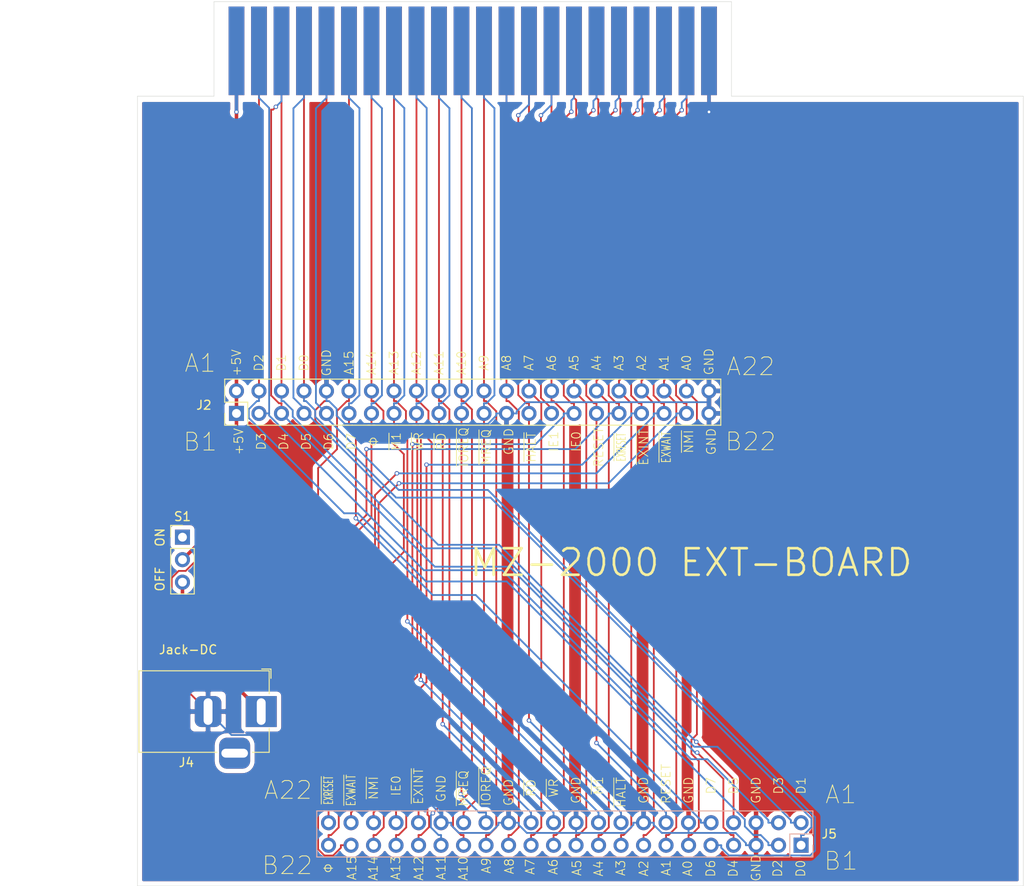
<source format=kicad_pcb>
(kicad_pcb (version 20171130) (host pcbnew "(5.1.9)-1")

  (general
    (thickness 1.6)
    (drawings 105)
    (tracks 548)
    (zones 0)
    (modules 5)
    (nets 42)
  )

  (page A4)
  (layers
    (0 F.Cu signal)
    (31 B.Cu signal)
    (32 B.Adhes user hide)
    (33 F.Adhes user hide)
    (34 B.Paste user)
    (35 F.Paste user)
    (36 B.SilkS user)
    (37 F.SilkS user)
    (38 B.Mask user)
    (39 F.Mask user)
    (40 Dwgs.User user hide)
    (41 Cmts.User user hide)
    (42 Eco1.User user hide)
    (43 Eco2.User user hide)
    (44 Edge.Cuts user)
    (45 Margin user hide)
    (46 B.CrtYd user hide)
    (47 F.CrtYd user hide)
    (48 B.Fab user hide)
    (49 F.Fab user hide)
  )

  (setup
    (last_trace_width 0.2)
    (user_trace_width 0.2)
    (user_trace_width 0.4)
    (user_trace_width 0.6)
    (user_trace_width 0.8)
    (user_trace_width 1)
    (user_trace_width 1.2)
    (user_trace_width 1.6)
    (user_trace_width 2)
    (trace_clearance 0.2)
    (zone_clearance 0.508)
    (zone_45_only no)
    (trace_min 0.2)
    (via_size 0.5)
    (via_drill 0.3)
    (via_min_size 0.4)
    (via_min_drill 0.3)
    (user_via 0.9 0.5)
    (user_via 1.2 0.8)
    (user_via 1.4 0.9)
    (user_via 1.5 1)
    (uvia_size 0.3)
    (uvia_drill 0.1)
    (uvias_allowed no)
    (uvia_min_size 0.2)
    (uvia_min_drill 0.1)
    (edge_width 0.05)
    (segment_width 0.2)
    (pcb_text_width 0.3)
    (pcb_text_size 1.5 1.5)
    (mod_edge_width 0.12)
    (mod_text_size 1 1)
    (mod_text_width 0.15)
    (pad_size 1.524 1.524)
    (pad_drill 0.762)
    (pad_to_mask_clearance 0)
    (aux_axis_origin 50 155)
    (grid_origin 50 155)
    (visible_elements 7FFFFFFF)
    (pcbplotparams
      (layerselection 0x010fc_ffffffff)
      (usegerberextensions true)
      (usegerberattributes false)
      (usegerberadvancedattributes false)
      (creategerberjobfile false)
      (excludeedgelayer true)
      (linewidth 0.100000)
      (plotframeref false)
      (viasonmask false)
      (mode 1)
      (useauxorigin true)
      (hpglpennumber 1)
      (hpglpenspeed 20)
      (hpglpendiameter 15.000000)
      (psnegative false)
      (psa4output false)
      (plotreference true)
      (plotvalue true)
      (plotinvisibletext false)
      (padsonsilk true)
      (subtractmaskfromsilk false)
      (outputformat 1)
      (mirror false)
      (drillshape 0)
      (scaleselection 1)
      (outputdirectory ""))
  )

  (net 0 "")
  (net 1 +5V)
  (net 2 GND)
  (net 3 "Net-(J4-Pad1)")
  (net 4 /D2)
  (net 5 /D1)
  (net 6 /D0)
  (net 7 /A15)
  (net 8 /A14)
  (net 9 /A13)
  (net 10 /A12)
  (net 11 /A11)
  (net 12 /A10)
  (net 13 /A9)
  (net 14 /A8)
  (net 15 /A7)
  (net 16 /A6)
  (net 17 /A5)
  (net 18 /A4)
  (net 19 /A3)
  (net 20 /A2)
  (net 21 /A1)
  (net 22 /A0)
  (net 23 /D3)
  (net 24 /D4)
  (net 25 /D5)
  (net 26 /D6)
  (net 27 /D7)
  (net 28 /Φ)
  (net 29 /~M1)
  (net 30 /~WR)
  (net 31 /~RD)
  (net 32 /~IOREQ)
  (net 33 /~MREQ)
  (net 34 /~HALT)
  (net 35 /IE1)
  (net 36 /IE0)
  (net 37 /RESET)
  (net 38 /~EXRESET)
  (net 39 /~EXINT)
  (net 40 /~EXWAIT)
  (net 41 /~MNI)

  (net_class Default "This is the default net class."
    (clearance 0.2)
    (trace_width 0.2)
    (via_dia 0.5)
    (via_drill 0.3)
    (uvia_dia 0.3)
    (uvia_drill 0.1)
    (add_net +5V)
    (add_net /A0)
    (add_net /A1)
    (add_net /A10)
    (add_net /A11)
    (add_net /A12)
    (add_net /A13)
    (add_net /A14)
    (add_net /A15)
    (add_net /A2)
    (add_net /A3)
    (add_net /A4)
    (add_net /A5)
    (add_net /A6)
    (add_net /A7)
    (add_net /A8)
    (add_net /A9)
    (add_net /D0)
    (add_net /D1)
    (add_net /D2)
    (add_net /D3)
    (add_net /D4)
    (add_net /D5)
    (add_net /D6)
    (add_net /D7)
    (add_net /IE0)
    (add_net /IE1)
    (add_net /RESET)
    (add_net /~EXINT)
    (add_net /~EXRESET)
    (add_net /~EXWAIT)
    (add_net /~HALT)
    (add_net /~IOREQ)
    (add_net /~M1)
    (add_net /~MNI)
    (add_net /~MREQ)
    (add_net /~RD)
    (add_net /~WR)
    (add_net /Φ)
    (add_net GND)
    (add_net "Net-(J4-Pad1)")
  )

  (net_class +5V ""
    (clearance 0.2)
    (trace_width 0.4)
    (via_dia 0.5)
    (via_drill 0.3)
    (uvia_dia 0.3)
    (uvia_drill 0.1)
  )

  (net_class GND ""
    (clearance 0.2)
    (trace_width 0.4)
    (via_dia 0.5)
    (via_drill 0.3)
    (uvia_dia 0.3)
    (uvia_drill 0.1)
  )

  (module mz-2000:BUS_MZ2000 (layer F.Cu) (tedit 6260BECF) (tstamp 627A5DF3)
    (at 137.376 62)
    (path /627EE89C)
    (attr virtual)
    (fp_text reference J1 (at -19.876 7.5) (layer F.SilkS) hide
      (effects (font (size 1 1) (thickness 0.15)))
    )
    (fp_text value Conn_02x22_Row_Letter_First (at -73.66 -8.255) (layer F.Fab)
      (effects (font (size 1 1) (thickness 0.15)))
    )
    (fp_line (start 12.7 4.06) (end -102.87 4.06) (layer F.CrtYd) (width 0.05))
    (fp_line (start 12.7 4.06) (end 12.7 -6.985) (layer F.CrtYd) (width 0.05))
    (fp_line (start -102.87 -6.985) (end 12.7 -6.985) (layer F.CrtYd) (width 0.05))
    (fp_line (start -20.32 -6.35) (end -20.32 3.81) (layer F.Fab) (width 0.1))
    (fp_line (start -78.74 -6.35) (end -20.32 -6.35) (layer F.Fab) (width 0.1))
    (fp_line (start -20.32 3.81) (end -78.74 3.81) (layer F.Fab) (width 0.1))
    (fp_line (start -78.74 -6.35) (end -78.74 3.81) (layer F.Fab) (width 0.1))
    (fp_line (start -102.87 4.06) (end -102.87 -6.985) (layer F.CrtYd) (width 0.05))
    (fp_text user %R (at -64.77 -1.905) (layer F.Fab)
      (effects (font (size 1 1) (thickness 0.15)))
    )
    (pad a1 connect rect (at -76.2 -1.27) (size 1.78 10) (layers F.Cu F.Mask)
      (net 1 +5V))
    (pad a2 connect rect (at -73.66 -1.27) (size 1.78 10) (layers F.Cu F.Mask)
      (net 4 /D2))
    (pad a3 connect rect (at -71.12 -1.27) (size 1.78 10) (layers F.Cu F.Mask)
      (net 5 /D1))
    (pad a4 connect rect (at -68.58 -1.27) (size 1.78 10) (layers F.Cu F.Mask)
      (net 6 /D0))
    (pad a5 connect rect (at -66.04 -1.27) (size 1.78 10) (layers F.Cu F.Mask)
      (net 2 GND))
    (pad a6 connect rect (at -63.5 -1.27) (size 1.78 10) (layers F.Cu F.Mask)
      (net 7 /A15))
    (pad a7 connect rect (at -60.96 -1.27) (size 1.78 10) (layers F.Cu F.Mask)
      (net 8 /A14))
    (pad a8 connect rect (at -58.42 -1.27) (size 1.78 10) (layers F.Cu F.Mask)
      (net 9 /A13))
    (pad a9 connect rect (at -55.88 -1.27) (size 1.78 10) (layers F.Cu F.Mask)
      (net 10 /A12))
    (pad a10 connect rect (at -53.34 -1.27) (size 1.78 10) (layers F.Cu F.Mask)
      (net 11 /A11))
    (pad a11 connect rect (at -50.8 -1.27) (size 1.78 10) (layers F.Cu F.Mask)
      (net 12 /A10))
    (pad a12 connect rect (at -48.26 -1.27) (size 1.78 10) (layers F.Cu F.Mask)
      (net 13 /A9))
    (pad a13 connect rect (at -45.72 -1.27) (size 1.78 10) (layers F.Cu F.Mask)
      (net 14 /A8))
    (pad a14 connect rect (at -43.18 -1.27) (size 1.78 10) (layers F.Cu F.Mask)
      (net 15 /A7))
    (pad a15 connect rect (at -40.64 -1.27) (size 1.78 10) (layers F.Cu F.Mask)
      (net 16 /A6))
    (pad a16 connect rect (at -38.1 -1.27) (size 1.78 10) (layers F.Cu F.Mask)
      (net 17 /A5))
    (pad a17 connect rect (at -35.56 -1.27) (size 1.78 10) (layers F.Cu F.Mask)
      (net 18 /A4))
    (pad a18 connect rect (at -33.02 -1.27) (size 1.78 10) (layers F.Cu F.Mask)
      (net 19 /A3))
    (pad a19 connect rect (at -30.48 -1.27) (size 1.78 10) (layers F.Cu F.Mask)
      (net 20 /A2))
    (pad a20 connect rect (at -27.94 -1.27) (size 1.78 10) (layers F.Cu F.Mask)
      (net 21 /A1))
    (pad a21 connect rect (at -25.4 -1.27) (size 1.78 10) (layers F.Cu F.Mask)
      (net 22 /A0))
    (pad a22 connect rect (at -22.86 -1.27) (size 1.78 10) (layers F.Cu F.Mask)
      (net 2 GND))
    (pad b1 connect rect (at -76.2 -1.27) (size 1.78 10) (layers B.Cu B.Mask)
      (net 1 +5V))
    (pad b2 connect rect (at -73.66 -1.27) (size 1.78 10) (layers B.Cu B.Mask)
      (net 23 /D3))
    (pad b3 connect rect (at -71.12 -1.27) (size 1.78 10) (layers B.Cu B.Mask)
      (net 24 /D4))
    (pad b4 connect rect (at -68.58 -1.27) (size 1.78 10) (layers B.Cu B.Mask)
      (net 25 /D5))
    (pad b5 connect rect (at -66.04 -1.27) (size 1.78 10) (layers B.Cu B.Mask)
      (net 26 /D6))
    (pad b6 connect rect (at -63.5 -1.27) (size 1.78 10) (layers B.Cu B.Mask)
      (net 27 /D7))
    (pad b7 connect rect (at -60.96 -1.27) (size 1.78 10) (layers B.Cu B.Mask)
      (net 28 /Φ))
    (pad b8 connect rect (at -58.42 -1.27) (size 1.78 10) (layers B.Cu B.Mask)
      (net 29 /~M1))
    (pad b9 connect rect (at -55.88 -1.27) (size 1.78 10) (layers B.Cu B.Mask)
      (net 30 /~WR))
    (pad b10 connect rect (at -53.34 -1.27) (size 1.78 10) (layers B.Cu B.Mask)
      (net 31 /~RD))
    (pad b11 connect rect (at -50.8 -1.27) (size 1.78 10) (layers B.Cu B.Mask)
      (net 32 /~IOREQ))
    (pad b12 connect rect (at -48.26 -1.27) (size 1.78 10) (layers B.Cu B.Mask)
      (net 33 /~MREQ))
    (pad b13 connect rect (at -45.72 -1.27) (size 1.78 10) (layers B.Cu B.Mask)
      (net 2 GND))
    (pad b14 connect rect (at -43.18 -1.27) (size 1.78 10) (layers B.Cu B.Mask)
      (net 34 /~HALT))
    (pad b15 connect rect (at -40.64 -1.27) (size 1.78 10) (layers B.Cu B.Mask)
      (net 35 /IE1))
    (pad b16 connect rect (at -38.1 -1.27) (size 1.78 10) (layers B.Cu B.Mask)
      (net 36 /IE0))
    (pad b17 connect rect (at -35.56 -1.27) (size 1.78 10) (layers B.Cu B.Mask)
      (net 37 /RESET))
    (pad b18 connect rect (at -33.02 -1.27) (size 1.78 10) (layers B.Cu B.Mask)
      (net 38 /~EXRESET))
    (pad b19 connect rect (at -30.48 -1.27) (size 1.78 10) (layers B.Cu B.Mask)
      (net 39 /~EXINT))
    (pad b20 connect rect (at -27.94 -1.27) (size 1.78 10) (layers B.Cu B.Mask)
      (net 40 /~EXWAIT))
    (pad b21 connect rect (at -25.4 -1.27) (size 1.78 10) (layers B.Cu B.Mask)
      (net 41 /~MNI))
    (pad b22 connect rect (at -22.86 -1.27) (size 1.78 10) (layers B.Cu B.Mask)
      (net 2 GND))
  )

  (module mz-2000:PinHeader_2x22_P2.54mm_Vertical (layer F.Cu) (tedit 62614F77) (tstamp 6261FD3E)
    (at 87.846 100.39)
    (descr "Through hole straight pin header, 2x22, 2.54mm pitch, double rows")
    (tags "Through hole pin header THT 2x22 2.54mm double row")
    (path /627F25E4)
    (fp_text reference J2 (at -30.346 0.335) (layer F.SilkS)
      (effects (font (size 1 1) (thickness 0.15)))
    )
    (fp_text value Conn_02x22_Row_Letter_First (at 13.97 -3.81) (layer F.Fab)
      (effects (font (size 1 1) (thickness 0.15)))
    )
    (fp_line (start -28.47 -3.08) (end -28.47 3.07) (layer F.CrtYd) (width 0.05))
    (fp_line (start 28.48 -3.08) (end -28.47 -3.08) (layer F.CrtYd) (width 0.05))
    (fp_line (start 28.48 3.07) (end 28.48 -3.08) (layer F.CrtYd) (width 0.05))
    (fp_line (start -28.47 3.07) (end 28.48 3.07) (layer F.CrtYd) (width 0.05))
    (fp_line (start -28 2.6) (end -28 1.27) (layer F.SilkS) (width 0.12))
    (fp_line (start -26.67 2.6) (end -28 2.6) (layer F.SilkS) (width 0.12))
    (fp_line (start -28 0) (end -28 -2.6) (layer F.SilkS) (width 0.12))
    (fp_line (start -25.4 0) (end -28 0) (layer F.SilkS) (width 0.12))
    (fp_line (start -25.4 2.6) (end -25.4 0) (layer F.SilkS) (width 0.12))
    (fp_line (start -28 -2.6) (end 28 -2.6) (layer F.SilkS) (width 0.12))
    (fp_line (start -25.4 2.6) (end 28 2.6) (layer F.SilkS) (width 0.12))
    (fp_line (start 28 2.6) (end 28 -2.6) (layer F.SilkS) (width 0.12))
    (fp_line (start -26.67 2.54) (end -27.94 1.27) (layer F.Fab) (width 0.1))
    (fp_line (start 27.94 2.54) (end -26.67 2.54) (layer F.Fab) (width 0.1))
    (fp_line (start 27.94 -2.54) (end 27.94 2.54) (layer F.Fab) (width 0.1))
    (fp_line (start -27.94 -2.54) (end 27.94 -2.54) (layer F.Fab) (width 0.1))
    (fp_line (start -27.94 1.27) (end -27.94 -2.54) (layer F.Fab) (width 0.1))
    (fp_text user %R (at 0 0 180) (layer F.Fab)
      (effects (font (size 1 1) (thickness 0.15)))
    )
    (pad a22 thru_hole oval (at 26.67 -1.27 90) (size 1.7 1.7) (drill 1) (layers *.Cu *.Mask)
      (net 2 GND))
    (pad b22 thru_hole oval (at 26.67 1.27 90) (size 1.7 1.7) (drill 1) (layers *.Cu *.Mask)
      (net 2 GND))
    (pad a21 thru_hole oval (at 24.13 -1.27 90) (size 1.7 1.7) (drill 1) (layers *.Cu *.Mask)
      (net 22 /A0))
    (pad b21 thru_hole oval (at 24.13 1.27 90) (size 1.7 1.7) (drill 1) (layers *.Cu *.Mask)
      (net 41 /~MNI))
    (pad a20 thru_hole oval (at 21.59 -1.27 90) (size 1.7 1.7) (drill 1) (layers *.Cu *.Mask)
      (net 21 /A1))
    (pad b20 thru_hole oval (at 21.59 1.27 90) (size 1.7 1.7) (drill 1) (layers *.Cu *.Mask)
      (net 40 /~EXWAIT))
    (pad a19 thru_hole oval (at 19.05 -1.27 90) (size 1.7 1.7) (drill 1) (layers *.Cu *.Mask)
      (net 20 /A2))
    (pad b19 thru_hole oval (at 19.05 1.27 90) (size 1.7 1.7) (drill 1) (layers *.Cu *.Mask)
      (net 39 /~EXINT))
    (pad a18 thru_hole oval (at 16.51 -1.27 90) (size 1.7 1.7) (drill 1) (layers *.Cu *.Mask)
      (net 19 /A3))
    (pad b18 thru_hole oval (at 16.51 1.27 90) (size 1.7 1.7) (drill 1) (layers *.Cu *.Mask)
      (net 38 /~EXRESET))
    (pad a17 thru_hole oval (at 13.97 -1.27 90) (size 1.7 1.7) (drill 1) (layers *.Cu *.Mask)
      (net 18 /A4))
    (pad b17 thru_hole oval (at 13.97 1.27 90) (size 1.7 1.7) (drill 1) (layers *.Cu *.Mask)
      (net 37 /RESET))
    (pad a16 thru_hole oval (at 11.43 -1.27 90) (size 1.7 1.7) (drill 1) (layers *.Cu *.Mask)
      (net 17 /A5))
    (pad b16 thru_hole oval (at 11.43 1.27 90) (size 1.7 1.7) (drill 1) (layers *.Cu *.Mask)
      (net 36 /IE0))
    (pad a15 thru_hole oval (at 8.89 -1.27 90) (size 1.7 1.7) (drill 1) (layers *.Cu *.Mask)
      (net 16 /A6))
    (pad b15 thru_hole oval (at 8.89 1.27 90) (size 1.7 1.7) (drill 1) (layers *.Cu *.Mask)
      (net 35 /IE1))
    (pad a14 thru_hole oval (at 6.35 -1.27 90) (size 1.7 1.7) (drill 1) (layers *.Cu *.Mask)
      (net 15 /A7))
    (pad b14 thru_hole oval (at 6.35 1.27 90) (size 1.7 1.7) (drill 1) (layers *.Cu *.Mask)
      (net 34 /~HALT))
    (pad a13 thru_hole oval (at 3.81 -1.27 90) (size 1.7 1.7) (drill 1) (layers *.Cu *.Mask)
      (net 14 /A8))
    (pad b13 thru_hole oval (at 3.81 1.27 90) (size 1.7 1.7) (drill 1) (layers *.Cu *.Mask)
      (net 2 GND))
    (pad a12 thru_hole oval (at 1.27 -1.27 90) (size 1.7 1.7) (drill 1) (layers *.Cu *.Mask)
      (net 13 /A9))
    (pad b12 thru_hole oval (at 1.27 1.27 90) (size 1.7 1.7) (drill 1) (layers *.Cu *.Mask)
      (net 33 /~MREQ))
    (pad a11 thru_hole oval (at -1.27 -1.27 90) (size 1.7 1.7) (drill 1) (layers *.Cu *.Mask)
      (net 12 /A10))
    (pad b11 thru_hole oval (at -1.27 1.27 90) (size 1.7 1.7) (drill 1) (layers *.Cu *.Mask)
      (net 32 /~IOREQ))
    (pad a10 thru_hole oval (at -3.81 -1.27 90) (size 1.7 1.7) (drill 1) (layers *.Cu *.Mask)
      (net 11 /A11))
    (pad b10 thru_hole oval (at -3.81 1.27 90) (size 1.7 1.7) (drill 1) (layers *.Cu *.Mask)
      (net 31 /~RD))
    (pad a9 thru_hole oval (at -6.35 -1.27 90) (size 1.7 1.7) (drill 1) (layers *.Cu *.Mask)
      (net 10 /A12))
    (pad b9 thru_hole oval (at -6.35 1.27 90) (size 1.7 1.7) (drill 1) (layers *.Cu *.Mask)
      (net 30 /~WR))
    (pad a8 thru_hole oval (at -8.89 -1.27 90) (size 1.7 1.7) (drill 1) (layers *.Cu *.Mask)
      (net 9 /A13))
    (pad b8 thru_hole oval (at -8.89 1.27 90) (size 1.7 1.7) (drill 1) (layers *.Cu *.Mask)
      (net 29 /~M1))
    (pad a7 thru_hole oval (at -11.43 -1.27 90) (size 1.7 1.7) (drill 1) (layers *.Cu *.Mask)
      (net 8 /A14))
    (pad b7 thru_hole oval (at -11.43 1.27 90) (size 1.7 1.7) (drill 1) (layers *.Cu *.Mask)
      (net 28 /Φ))
    (pad a6 thru_hole oval (at -13.97 -1.27 90) (size 1.7 1.7) (drill 1) (layers *.Cu *.Mask)
      (net 7 /A15))
    (pad b6 thru_hole oval (at -13.97 1.27 90) (size 1.7 1.7) (drill 1) (layers *.Cu *.Mask)
      (net 27 /D7))
    (pad a5 thru_hole oval (at -16.51 -1.27 90) (size 1.7 1.7) (drill 1) (layers *.Cu *.Mask)
      (net 2 GND))
    (pad b5 thru_hole oval (at -16.51 1.27 90) (size 1.7 1.7) (drill 1) (layers *.Cu *.Mask)
      (net 26 /D6))
    (pad a4 thru_hole oval (at -19.05 -1.27 90) (size 1.7 1.7) (drill 1) (layers *.Cu *.Mask)
      (net 6 /D0))
    (pad b4 thru_hole oval (at -19.05 1.27 90) (size 1.7 1.7) (drill 1) (layers *.Cu *.Mask)
      (net 25 /D5))
    (pad a3 thru_hole oval (at -21.59 -1.27 90) (size 1.7 1.7) (drill 1) (layers *.Cu *.Mask)
      (net 5 /D1))
    (pad b3 thru_hole oval (at -21.59 1.27 90) (size 1.7 1.7) (drill 1) (layers *.Cu *.Mask)
      (net 24 /D4))
    (pad a2 thru_hole oval (at -24.13 -1.27 90) (size 1.7 1.7) (drill 1) (layers *.Cu *.Mask)
      (net 4 /D2))
    (pad b2 thru_hole oval (at -24.13 1.27 90) (size 1.7 1.7) (drill 1) (layers *.Cu *.Mask)
      (net 23 /D3))
    (pad a1 thru_hole oval (at -26.67 -1.27 90) (size 1.7 1.7) (drill 1) (layers *.Cu *.Mask)
      (net 1 +5V))
    (pad b1 thru_hole rect (at -26.67 1.27 90) (size 1.7 1.7) (drill 1) (layers *.Cu *.Mask)
      (net 1 +5V))
    (model ${KIPRJMOD}/mz-2000.pretty/PinHeader_2x22_P2.54mm_Vertical.kicad_mod
      (at (xyz 0 0 0))
      (scale (xyz 1 1 1))
      (rotate (xyz 0 0 0))
    )
  )

  (module Connector_BarrelJack:BarrelJack_Horizontal (layer F.Cu) (tedit 5A1DBF6A) (tstamp 627A45C2)
    (at 63.97 135.315)
    (descr "DC Barrel Jack")
    (tags "Power Jack")
    (path /62CAE664)
    (fp_text reference J4 (at -8.45 5.75) (layer F.SilkS)
      (effects (font (size 1 1) (thickness 0.15)))
    )
    (fp_text value Jack-DC (at -8.255 -6.985) (layer F.SilkS)
      (effects (font (size 1 1) (thickness 0.15)))
    )
    (fp_line (start 0 -4.5) (end -13.7 -4.5) (layer F.Fab) (width 0.1))
    (fp_line (start 0.8 4.5) (end 0.8 -3.75) (layer F.Fab) (width 0.1))
    (fp_line (start -13.7 4.5) (end 0.8 4.5) (layer F.Fab) (width 0.1))
    (fp_line (start -13.7 -4.5) (end -13.7 4.5) (layer F.Fab) (width 0.1))
    (fp_line (start -10.2 -4.5) (end -10.2 4.5) (layer F.Fab) (width 0.1))
    (fp_line (start 0.9 -4.6) (end 0.9 -2) (layer F.SilkS) (width 0.12))
    (fp_line (start -13.8 -4.6) (end 0.9 -4.6) (layer F.SilkS) (width 0.12))
    (fp_line (start 0.9 4.6) (end -1 4.6) (layer F.SilkS) (width 0.12))
    (fp_line (start 0.9 1.9) (end 0.9 4.6) (layer F.SilkS) (width 0.12))
    (fp_line (start -13.8 4.6) (end -13.8 -4.6) (layer F.SilkS) (width 0.12))
    (fp_line (start -5 4.6) (end -13.8 4.6) (layer F.SilkS) (width 0.12))
    (fp_line (start -14 4.75) (end -14 -4.75) (layer F.CrtYd) (width 0.05))
    (fp_line (start -5 4.75) (end -14 4.75) (layer F.CrtYd) (width 0.05))
    (fp_line (start -5 6.75) (end -5 4.75) (layer F.CrtYd) (width 0.05))
    (fp_line (start -1 6.75) (end -5 6.75) (layer F.CrtYd) (width 0.05))
    (fp_line (start -1 4.75) (end -1 6.75) (layer F.CrtYd) (width 0.05))
    (fp_line (start 1 4.75) (end -1 4.75) (layer F.CrtYd) (width 0.05))
    (fp_line (start 1 2) (end 1 4.75) (layer F.CrtYd) (width 0.05))
    (fp_line (start 2 2) (end 1 2) (layer F.CrtYd) (width 0.05))
    (fp_line (start 2 -2) (end 2 2) (layer F.CrtYd) (width 0.05))
    (fp_line (start 1 -2) (end 2 -2) (layer F.CrtYd) (width 0.05))
    (fp_line (start 1 -4.5) (end 1 -2) (layer F.CrtYd) (width 0.05))
    (fp_line (start 1 -4.75) (end -14 -4.75) (layer F.CrtYd) (width 0.05))
    (fp_line (start 1 -4.5) (end 1 -4.75) (layer F.CrtYd) (width 0.05))
    (fp_line (start 0.05 -4.8) (end 1.1 -4.8) (layer F.SilkS) (width 0.12))
    (fp_line (start 1.1 -3.75) (end 1.1 -4.8) (layer F.SilkS) (width 0.12))
    (fp_line (start -0.003213 -4.505425) (end 0.8 -3.75) (layer F.Fab) (width 0.1))
    (fp_text user %R (at -3 -2.95) (layer F.Fab)
      (effects (font (size 1 1) (thickness 0.15)))
    )
    (pad 1 thru_hole rect (at 0 0) (size 3.5 3.5) (drill oval 1 3) (layers *.Cu *.Mask)
      (net 3 "Net-(J4-Pad1)"))
    (pad 2 thru_hole roundrect (at -6 0) (size 3 3.5) (drill oval 1 3) (layers *.Cu *.Mask) (roundrect_rratio 0.25)
      (net 2 GND))
    (pad 3 thru_hole roundrect (at -3 4.7) (size 3.5 3.5) (drill oval 3 1) (layers *.Cu *.Mask) (roundrect_rratio 0.25))
    (model ${KISYS3DMOD}/Connector_BarrelJack.3dshapes/BarrelJack_Horizontal.wrl
      (at (xyz 0 0 0))
      (scale (xyz 1 1 1))
      (rotate (xyz 0 0 0))
    )
  )

  (module mz-2000:PinHeader_2x22_P2.54mm_Vertical (layer B.Cu) (tedit 62678EEE) (tstamp 627A4604)
    (at 98.24 149.134 180)
    (descr "Through hole straight pin header, 2x22, 2.54mm pitch, double rows")
    (tags "Through hole pin header THT 2x22 2.54mm double row")
    (path /62CAE673)
    (fp_text reference J5 (at -29.845 0) (layer F.SilkS)
      (effects (font (size 1 1) (thickness 0.15)))
    )
    (fp_text value Conn_02x22_Row_Letter_First (at 13.97 3.81) (layer B.Fab)
      (effects (font (size 1 1) (thickness 0.15)) (justify mirror))
    )
    (fp_line (start -27.94 -1.27) (end -27.94 2.54) (layer B.Fab) (width 0.1))
    (fp_line (start -27.94 2.54) (end 27.94 2.54) (layer B.Fab) (width 0.1))
    (fp_line (start 27.94 2.54) (end 27.94 -2.54) (layer B.Fab) (width 0.1))
    (fp_line (start 27.94 -2.54) (end -26.67 -2.54) (layer B.Fab) (width 0.1))
    (fp_line (start -26.67 -2.54) (end -27.94 -1.27) (layer B.Fab) (width 0.1))
    (fp_line (start 28 -2.6) (end 28 2.6) (layer B.SilkS) (width 0.12))
    (fp_line (start -25.4 -2.6) (end 28 -2.6) (layer B.SilkS) (width 0.12))
    (fp_line (start -28 2.6) (end 28 2.6) (layer B.SilkS) (width 0.12))
    (fp_line (start -25.4 -2.6) (end -25.4 0) (layer B.SilkS) (width 0.12))
    (fp_line (start -25.4 0) (end -28 0) (layer B.SilkS) (width 0.12))
    (fp_line (start -28 0) (end -28 2.6) (layer B.SilkS) (width 0.12))
    (fp_line (start -26.67 -2.6) (end -28 -2.6) (layer B.SilkS) (width 0.12))
    (fp_line (start -28 -2.6) (end -28 -1.27) (layer B.SilkS) (width 0.12))
    (fp_line (start -28.47 -3.07) (end 28.48 -3.07) (layer B.CrtYd) (width 0.05))
    (fp_line (start 28.48 -3.07) (end 28.48 3.08) (layer B.CrtYd) (width 0.05))
    (fp_line (start 28.48 3.08) (end -28.47 3.08) (layer B.CrtYd) (width 0.05))
    (fp_line (start -28.47 3.08) (end -28.47 -3.07) (layer B.CrtYd) (width 0.05))
    (fp_text user %R (at 0 0 180) (layer B.Fab)
      (effects (font (size 1 1) (thickness 0.15)) (justify mirror))
    )
    (pad b1 thru_hole rect (at -26.67 -1.27 90) (size 1.7 1.7) (drill 1) (layers *.Cu *.Mask)
      (net 6 /D0))
    (pad a1 thru_hole oval (at -26.67 1.27 90) (size 1.7 1.7) (drill 1) (layers *.Cu *.Mask)
      (net 5 /D1))
    (pad b2 thru_hole oval (at -24.13 -1.27 90) (size 1.7 1.7) (drill 1) (layers *.Cu *.Mask)
      (net 4 /D2))
    (pad a2 thru_hole oval (at -24.13 1.27 90) (size 1.7 1.7) (drill 1) (layers *.Cu *.Mask)
      (net 23 /D3))
    (pad b3 thru_hole oval (at -21.59 -1.27 90) (size 1.7 1.7) (drill 1) (layers *.Cu *.Mask)
      (net 2 GND))
    (pad a3 thru_hole oval (at -21.59 1.27 90) (size 1.7 1.7) (drill 1) (layers *.Cu *.Mask)
      (net 2 GND))
    (pad b4 thru_hole oval (at -19.05 -1.27 90) (size 1.7 1.7) (drill 1) (layers *.Cu *.Mask)
      (net 24 /D4))
    (pad a4 thru_hole oval (at -19.05 1.27 90) (size 1.7 1.7) (drill 1) (layers *.Cu *.Mask)
      (net 25 /D5))
    (pad b5 thru_hole oval (at -16.51 -1.27 90) (size 1.7 1.7) (drill 1) (layers *.Cu *.Mask)
      (net 26 /D6))
    (pad a5 thru_hole oval (at -16.51 1.27 90) (size 1.7 1.7) (drill 1) (layers *.Cu *.Mask)
      (net 27 /D7))
    (pad b6 thru_hole oval (at -13.97 -1.27 90) (size 1.7 1.7) (drill 1) (layers *.Cu *.Mask)
      (net 22 /A0))
    (pad a6 thru_hole oval (at -13.97 1.27 90) (size 1.7 1.7) (drill 1) (layers *.Cu *.Mask)
      (net 2 GND))
    (pad b7 thru_hole oval (at -11.43 -1.27 90) (size 1.7 1.7) (drill 1) (layers *.Cu *.Mask)
      (net 21 /A1))
    (pad a7 thru_hole oval (at -11.43 1.27 90) (size 1.7 1.7) (drill 1) (layers *.Cu *.Mask)
      (net 37 /RESET))
    (pad b8 thru_hole oval (at -8.89 -1.27 90) (size 1.7 1.7) (drill 1) (layers *.Cu *.Mask)
      (net 20 /A2))
    (pad a8 thru_hole oval (at -8.89 1.27 90) (size 1.7 1.7) (drill 1) (layers *.Cu *.Mask)
      (net 2 GND))
    (pad b9 thru_hole oval (at -6.35 -1.27 90) (size 1.7 1.7) (drill 1) (layers *.Cu *.Mask)
      (net 19 /A3))
    (pad a9 thru_hole oval (at -6.35 1.27 90) (size 1.7 1.7) (drill 1) (layers *.Cu *.Mask)
      (net 34 /~HALT))
    (pad b10 thru_hole oval (at -3.81 -1.27 90) (size 1.7 1.7) (drill 1) (layers *.Cu *.Mask)
      (net 18 /A4))
    (pad a10 thru_hole oval (at -3.81 1.27 90) (size 1.7 1.7) (drill 1) (layers *.Cu *.Mask)
      (net 29 /~M1))
    (pad b11 thru_hole oval (at -1.27 -1.27 90) (size 1.7 1.7) (drill 1) (layers *.Cu *.Mask)
      (net 17 /A5))
    (pad a11 thru_hole oval (at -1.27 1.27 90) (size 1.7 1.7) (drill 1) (layers *.Cu *.Mask)
      (net 2 GND))
    (pad b12 thru_hole oval (at 1.27 -1.27 90) (size 1.7 1.7) (drill 1) (layers *.Cu *.Mask)
      (net 16 /A6))
    (pad a12 thru_hole oval (at 1.27 1.27 90) (size 1.7 1.7) (drill 1) (layers *.Cu *.Mask)
      (net 30 /~WR))
    (pad b13 thru_hole oval (at 3.81 -1.27 90) (size 1.7 1.7) (drill 1) (layers *.Cu *.Mask)
      (net 15 /A7))
    (pad a13 thru_hole oval (at 3.81 1.27 90) (size 1.7 1.7) (drill 1) (layers *.Cu *.Mask)
      (net 31 /~RD))
    (pad b14 thru_hole oval (at 6.35 -1.27 90) (size 1.7 1.7) (drill 1) (layers *.Cu *.Mask)
      (net 14 /A8))
    (pad a14 thru_hole oval (at 6.35 1.27 90) (size 1.7 1.7) (drill 1) (layers *.Cu *.Mask)
      (net 2 GND))
    (pad b15 thru_hole oval (at 8.89 -1.27 90) (size 1.7 1.7) (drill 1) (layers *.Cu *.Mask)
      (net 13 /A9))
    (pad a15 thru_hole oval (at 8.89 1.27 90) (size 1.7 1.7) (drill 1) (layers *.Cu *.Mask)
      (net 32 /~IOREQ))
    (pad b16 thru_hole oval (at 11.43 -1.27 90) (size 1.7 1.7) (drill 1) (layers *.Cu *.Mask)
      (net 12 /A10))
    (pad a16 thru_hole oval (at 11.43 1.27 90) (size 1.7 1.7) (drill 1) (layers *.Cu *.Mask)
      (net 33 /~MREQ))
    (pad b17 thru_hole oval (at 13.97 -1.27 90) (size 1.7 1.7) (drill 1) (layers *.Cu *.Mask)
      (net 11 /A11))
    (pad a17 thru_hole oval (at 13.97 1.27 90) (size 1.7 1.7) (drill 1) (layers *.Cu *.Mask)
      (net 2 GND))
    (pad b18 thru_hole oval (at 16.51 -1.27 90) (size 1.7 1.7) (drill 1) (layers *.Cu *.Mask)
      (net 10 /A12))
    (pad a18 thru_hole oval (at 16.51 1.27 90) (size 1.7 1.7) (drill 1) (layers *.Cu *.Mask)
      (net 39 /~EXINT))
    (pad b19 thru_hole oval (at 19.05 -1.27 90) (size 1.7 1.7) (drill 1) (layers *.Cu *.Mask)
      (net 9 /A13))
    (pad a19 thru_hole oval (at 19.05 1.27 90) (size 1.7 1.7) (drill 1) (layers *.Cu *.Mask)
      (net 36 /IE0))
    (pad b20 thru_hole oval (at 21.59 -1.27 90) (size 1.7 1.7) (drill 1) (layers *.Cu *.Mask)
      (net 8 /A14))
    (pad a20 thru_hole oval (at 21.59 1.27 90) (size 1.7 1.7) (drill 1) (layers *.Cu *.Mask)
      (net 41 /~MNI))
    (pad b21 thru_hole oval (at 24.13 -1.27 90) (size 1.7 1.7) (drill 1) (layers *.Cu *.Mask)
      (net 7 /A15))
    (pad a21 thru_hole oval (at 24.13 1.27 90) (size 1.7 1.7) (drill 1) (layers *.Cu *.Mask)
      (net 40 /~EXWAIT))
    (pad b22 thru_hole oval (at 26.67 -1.27 90) (size 1.7 1.7) (drill 1) (layers *.Cu *.Mask)
      (net 28 /Φ))
    (pad a22 thru_hole oval (at 26.67 1.27 90) (size 1.7 1.7) (drill 1) (layers *.Cu *.Mask)
      (net 38 /~EXRESET))
    (model ${KIPRJMOD}/mz-2000.pretty/PinHeader_2x22_P2.54mm_Vertical.kicad_mod
      (at (xyz 0 0 0))
      (scale (xyz 1 1 1))
      (rotate (xyz 0 0 0))
    )
  )

  (module Connector_PinHeader_2.54mm:PinHeader_1x03_P2.54mm_Vertical (layer F.Cu) (tedit 59FED5CC) (tstamp 627A461B)
    (at 55.08 115.63)
    (descr "Through hole straight pin header, 1x03, 2.54mm pitch, single row")
    (tags "Through hole pin header THT 1x03 2.54mm single row")
    (path /62CAE654)
    (fp_text reference S1 (at 0 -2.33) (layer F.SilkS)
      (effects (font (size 1 1) (thickness 0.15)))
    )
    (fp_text value "OFF   ON" (at -2.54 2.54 90) (layer F.SilkS)
      (effects (font (size 1 1) (thickness 0.15)))
    )
    (fp_line (start 1.8 -1.8) (end -1.8 -1.8) (layer F.CrtYd) (width 0.05))
    (fp_line (start 1.8 6.85) (end 1.8 -1.8) (layer F.CrtYd) (width 0.05))
    (fp_line (start -1.8 6.85) (end 1.8 6.85) (layer F.CrtYd) (width 0.05))
    (fp_line (start -1.8 -1.8) (end -1.8 6.85) (layer F.CrtYd) (width 0.05))
    (fp_line (start -1.33 -1.33) (end 0 -1.33) (layer F.SilkS) (width 0.12))
    (fp_line (start -1.33 0) (end -1.33 -1.33) (layer F.SilkS) (width 0.12))
    (fp_line (start -1.33 1.27) (end 1.33 1.27) (layer F.SilkS) (width 0.12))
    (fp_line (start 1.33 1.27) (end 1.33 6.41) (layer F.SilkS) (width 0.12))
    (fp_line (start -1.33 1.27) (end -1.33 6.41) (layer F.SilkS) (width 0.12))
    (fp_line (start -1.33 6.41) (end 1.33 6.41) (layer F.SilkS) (width 0.12))
    (fp_line (start -1.27 -0.635) (end -0.635 -1.27) (layer F.Fab) (width 0.1))
    (fp_line (start -1.27 6.35) (end -1.27 -0.635) (layer F.Fab) (width 0.1))
    (fp_line (start 1.27 6.35) (end -1.27 6.35) (layer F.Fab) (width 0.1))
    (fp_line (start 1.27 -1.27) (end 1.27 6.35) (layer F.Fab) (width 0.1))
    (fp_line (start -0.635 -1.27) (end 1.27 -1.27) (layer F.Fab) (width 0.1))
    (fp_text user %R (at 0 2.54 90) (layer F.Fab)
      (effects (font (size 1 1) (thickness 0.15)))
    )
    (pad 1 thru_hole rect (at 0 0) (size 1.7 1.7) (drill 1) (layers *.Cu *.Mask))
    (pad 2 thru_hole oval (at 0 2.54) (size 1.7 1.7) (drill 1) (layers *.Cu *.Mask)
      (net 1 +5V))
    (pad 3 thru_hole oval (at 0 5.08) (size 1.7 1.7) (drill 1) (layers *.Cu *.Mask)
      (net 3 "Net-(J4-Pad1)"))
    (model ${KISYS3DMOD}/Connector_PinHeader_2.54mm.3dshapes/PinHeader_1x03_P2.54mm_Vertical.wrl
      (at (xyz 0 0 0))
      (scale (xyz 1 1 1))
      (rotate (xyz 0 0 0))
    )
  )

  (gr_text B1 (at 57.0835 104.8695) (layer F.SilkS) (tstamp 628B30DD)
    (effects (font (size 2 2) (thickness 0.1)))
  )
  (gr_text A1 (at 57.0835 95.9795) (layer F.SilkS) (tstamp 628B30DD)
    (effects (font (size 2 2) (thickness 0.1)))
  )
  (gr_text B22 (at 119.215 104.835) (layer F.SilkS) (tstamp 628B30DD)
    (effects (font (size 2 2) (thickness 0.1)))
  )
  (gr_text A22 (at 119.215 96.3605) (layer F.SilkS) (tstamp 628B30DD)
    (effects (font (size 2 2) (thickness 0.1)))
  )
  (gr_text B22 (at 66.91 152.684) (layer F.SilkS) (tstamp 628B3010)
    (effects (font (size 2 2) (thickness 0.1)))
  )
  (gr_text A22 (at 67 144.184) (layer F.SilkS) (tstamp 628B3010)
    (effects (font (size 2 2) (thickness 0.1)))
  )
  (gr_text B1 (at 129.41 152.184) (layer F.SilkS) (tstamp 628B3010)
    (effects (font (size 2 2) (thickness 0.1)))
  )
  (gr_text A1 (at 129.41 144.684) (layer F.SilkS) (tstamp 628B3009)
    (effects (font (size 2 2) (thickness 0.1)))
  )
  (gr_text GND (at 99.51 144.192 90) (layer F.SilkS) (tstamp 627A587D)
    (effects (font (size 1 1) (thickness 0.1)))
  )
  (gr_text GND (at 91.89 144.446 90) (layer F.SilkS) (tstamp 627A587D)
    (effects (font (size 1 1) (thickness 0.1)))
  )
  (gr_text GND (at 84.27 144 90) (layer F.SilkS) (tstamp 627A587D)
    (effects (font (size 1 1) (thickness 0.1)))
  )
  (gr_text ~M1 (at 102.05 143.684 90) (layer F.SilkS) (tstamp 627A56BD)
    (effects (font (size 1 1) (thickness 0.1)))
  )
  (gr_text D6 (at 114.7065 153.0315 90) (layer F.SilkS) (tstamp 627A56BC)
    (effects (font (size 1 1) (thickness 0.1)))
  )
  (gr_text GND (at 112.21 144.192 90) (layer F.SilkS) (tstamp 627A56BB)
    (effects (font (size 1 1) (thickness 0.1)))
  )
  (gr_text ~EXWAIT (at 74.11 144.2 90) (layer F.SilkS) (tstamp 627A56BA)
    (effects (font (size 1 0.7) (thickness 0.1)))
  )
  (gr_text ~WR (at 96.97 143.938 90) (layer F.SilkS) (tstamp 627A56B9)
    (effects (font (size 1 1) (thickness 0.1)))
  )
  (gr_text RESET (at 109.67 143.478 90) (layer F.SilkS) (tstamp 627A56B8)
    (effects (font (size 1 1) (thickness 0.1)))
  )
  (gr_text ~EXINT (at 81.73 143.732 90) (layer F.SilkS) (tstamp 627A56B7)
    (effects (font (size 1 1) (thickness 0.1)))
  )
  (gr_text ~EXRESET (at 71.57 144.2 90) (layer F.SilkS) (tstamp 627A56B6)
    (effects (font (size 1 0.5) (thickness 0.1)))
  )
  (gr_text D7 (at 114.75 143.684 90) (layer F.SilkS) (tstamp 627A56B5)
    (effects (font (size 1 1) (thickness 0.1)))
  )
  (gr_text D3 (at 122.37 143.684 90) (layer F.SilkS) (tstamp 627A56B4)
    (effects (font (size 1 1) (thickness 0.1)))
  )
  (gr_text D5 (at 117.29 143.684 90) (layer F.SilkS) (tstamp 627A56B3)
    (effects (font (size 1 1) (thickness 0.1)))
  )
  (gr_text Φ (at 71.57 153 90) (layer F.SilkS) (tstamp 627A56B2)
    (effects (font (size 1 1) (thickness 0.1)))
  )
  (gr_text ~IOREQ (at 89.35 143.732 90) (layer F.SilkS) (tstamp 627A56B1)
    (effects (font (size 1 1) (thickness 0.1)))
  )
  (gr_text D4 (at 117.2465 153.0315 90) (layer F.SilkS) (tstamp 627A56AF)
    (effects (font (size 1 1) (thickness 0.1)))
  )
  (gr_text ~HALT (at 104.59 144.446 90) (layer F.SilkS) (tstamp 627A56AE)
    (effects (font (size 1 1) (thickness 0.1)))
  )
  (gr_text GND (at 107.13 144.192 90) (layer F.SilkS) (tstamp 627A56AD)
    (effects (font (size 1 1) (thickness 0.1)))
  )
  (gr_text ~MREQ (at 86.81 144 90) (layer F.SilkS) (tstamp 627A56AC)
    (effects (font (size 1 1) (thickness 0.1)))
  )
  (gr_text ~NMI (at 76.65 143.946 90) (layer F.SilkS) (tstamp 627A56AB)
    (effects (font (size 1 1) (thickness 0.1)))
  )
  (gr_text ~RD (at 94.43 143.938 90) (layer F.SilkS) (tstamp 627A56A9)
    (effects (font (size 1 1) (thickness 0.1)))
  )
  (gr_text IE0 (at 79.19 143.692 90) (layer F.SilkS) (tstamp 627A56A8)
    (effects (font (size 1 1) (thickness 0.1)))
  )
  (gr_text A0 (at 112.103 153.0315 90) (layer F.SilkS) (tstamp 627A5647)
    (effects (font (size 1 1) (thickness 0.1)))
  )
  (gr_text A1 (at 109.67 152.968 90) (layer F.SilkS) (tstamp 627A5646)
    (effects (font (size 1 1) (thickness 0.1)))
  )
  (gr_text D2 (at 122.263 153.0315 90) (layer F.SilkS) (tstamp 627A5645)
    (effects (font (size 1 1) (thickness 0.1)))
  )
  (gr_text GND (at 119.83 144.192 90) (layer F.SilkS) (tstamp 627A5644)
    (effects (font (size 1 1) (thickness 0.1)))
  )
  (gr_text A3 (at 104.5465 152.968 90) (layer F.SilkS) (tstamp 627A5643)
    (effects (font (size 1 1) (thickness 0.1)))
  )
  (gr_text A4 (at 102.05 153.0315 90) (layer F.SilkS) (tstamp 627A5642)
    (effects (font (size 1 1) (thickness 0.1)))
  )
  (gr_text A2 (at 107.15 153.0315 90) (layer F.SilkS) (tstamp 627A5641)
    (effects (font (size 1 1) (thickness 0.1)))
  )
  (gr_text A5 (at 99.5935 152.968 90) (layer F.SilkS) (tstamp 627A5640)
    (effects (font (size 1 1) (thickness 0.1)))
  )
  (gr_text A15 (at 74.1935 152.968 90) (layer F.SilkS) (tstamp 627A563F)
    (effects (font (size 1 1) (thickness 0.1)))
  )
  (gr_text A8 (at 91.9735 152.7775 90) (layer F.SilkS) (tstamp 627A563E)
    (effects (font (size 1 1) (thickness 0.1)))
  )
  (gr_text A10 (at 86.7665 153.0315 90) (layer F.SilkS) (tstamp 627A563C)
    (effects (font (size 1 1) (thickness 0.1)))
  )
  (gr_text A9 (at 89.37 152.714 90) (layer F.SilkS) (tstamp 627A563B)
    (effects (font (size 1 1) (thickness 0.1)))
  )
  (gr_text D0 (at 124.8665 153.0315 90) (layer F.SilkS) (tstamp 627A563A)
    (effects (font (size 1 1) (thickness 0.1)))
  )
  (gr_text A12 (at 81.75 153.0315 90) (layer F.SilkS) (tstamp 627A5639)
    (effects (font (size 1 1) (thickness 0.1)))
  )
  (gr_text A7 (at 94.323 152.841 90) (layer F.SilkS) (tstamp 627A5638)
    (effects (font (size 1 1) (thickness 0.1)))
  )
  (gr_text A6 (at 96.9265 152.841 90) (layer F.SilkS) (tstamp 627A5637)
    (effects (font (size 1 1) (thickness 0.1)))
  )
  (gr_text D1 (at 124.91 143.684 90) (layer F.SilkS) (tstamp 627A5636)
    (effects (font (size 1 1) (thickness 0.1)))
  )
  (gr_text A11 (at 84.27 152.968 90) (layer F.SilkS) (tstamp 627A5635)
    (effects (font (size 1 1) (thickness 0.1)))
  )
  (gr_text GND (at 119.83 152.968 90) (layer F.SilkS) (tstamp 627A5634)
    (effects (font (size 1 1) (thickness 0.1)))
  )
  (gr_text A14 (at 76.6065 153.0315 90) (layer F.SilkS) (tstamp 627A5633)
    (effects (font (size 1 1) (thickness 0.1)))
  )
  (gr_text A13 (at 79.1465 152.968 90) (layer F.SilkS) (tstamp 627A5632)
    (effects (font (size 1 1) (thickness 0.1)))
  )
  (gr_text GND (at 114.516 95.818 90) (layer F.SilkS) (tstamp 627A509F)
    (effects (font (size 1 1) (thickness 0.1)))
  )
  (gr_text A0 (at 111.976 95.945 90) (layer F.SilkS) (tstamp 627A509F)
    (effects (font (size 1 1) (thickness 0.1)))
  )
  (gr_text A1 (at 109.436 95.945 90) (layer F.SilkS) (tstamp 627A509F)
    (effects (font (size 1 1) (thickness 0.1)))
  )
  (gr_text A2 (at 106.896 95.945 90) (layer F.SilkS) (tstamp 627A509F)
    (effects (font (size 1 1) (thickness 0.1)))
  )
  (gr_text A3 (at 104.356 95.945 90) (layer F.SilkS) (tstamp 627A509F)
    (effects (font (size 1 1) (thickness 0.1)))
  )
  (gr_text A4 (at 101.816 95.945 90) (layer F.SilkS) (tstamp 627A509F)
    (effects (font (size 1 1) (thickness 0.1)))
  )
  (gr_text A5 (at 99.276 95.945 90) (layer F.SilkS) (tstamp 627A509F)
    (effects (font (size 1 1) (thickness 0.1)))
  )
  (gr_text A6 (at 96.736 95.945 90) (layer F.SilkS) (tstamp 627A509F)
    (effects (font (size 1 1) (thickness 0.1)))
  )
  (gr_text A7 (at 94.196 95.945 90) (layer F.SilkS) (tstamp 627A509F)
    (effects (font (size 1 1) (thickness 0.1)))
  )
  (gr_text A8 (at 91.656 95.945 90) (layer F.SilkS) (tstamp 627A509F)
    (effects (font (size 1 1) (thickness 0.1)))
  )
  (gr_text A9 (at 89.116 95.945 90) (layer F.SilkS) (tstamp 627A509F)
    (effects (font (size 1 1) (thickness 0.1)))
  )
  (gr_text A10 (at 86.576 95.945 90) (layer F.SilkS) (tstamp 627A509F)
    (effects (font (size 1 1) (thickness 0.1)))
  )
  (gr_text A11 (at 84.036 95.945 90) (layer F.SilkS) (tstamp 627A509F)
    (effects (font (size 1 1) (thickness 0.1)))
  )
  (gr_text A12 (at 81.496 95.945 90) (layer F.SilkS) (tstamp 627A509F)
    (effects (font (size 1 1) (thickness 0.1)))
  )
  (gr_text A13 (at 78.956 95.945 90) (layer F.SilkS) (tstamp 627A509F)
    (effects (font (size 1 1) (thickness 0.1)))
  )
  (gr_text A14 (at 76.416 95.945 90) (layer F.SilkS) (tstamp 627A509F)
    (effects (font (size 1 1) (thickness 0.1)))
  )
  (gr_text A15 (at 73.876 95.945 90) (layer F.SilkS) (tstamp 627A509F)
    (effects (font (size 1 1) (thickness 0.1)))
  )
  (gr_text GND (at 71.336 95.945 90) (layer F.SilkS) (tstamp 627A509F)
    (effects (font (size 1 1) (thickness 0.1)))
  )
  (gr_text D0 (at 68.796 95.945 90) (layer F.SilkS) (tstamp 627A509F)
    (effects (font (size 1 1) (thickness 0.1)))
  )
  (gr_text D1 (at 66.256 95.945 90) (layer F.SilkS) (tstamp 627A509F)
    (effects (font (size 1 1) (thickness 0.1)))
  )
  (gr_text +5V (at 61.176 95.945 90) (layer F.SilkS) (tstamp 627A509F)
    (effects (font (size 1 1) (thickness 0.1)))
  )
  (gr_text D2 (at 63.716 95.945 90) (layer F.SilkS) (tstamp 627A509F)
    (effects (font (size 1 1) (thickness 0.1)))
  )
  (gr_text GND (at 114.77 104.835 90) (layer F.SilkS) (tstamp 627A509F)
    (effects (font (size 1 1) (thickness 0.1)))
  )
  (gr_text ~NMI (at 112.23 104.835 90) (layer F.SilkS) (tstamp 627A509F)
    (effects (font (size 1 1) (thickness 0.1)))
  )
  (gr_text ~EXWAIT (at 109.69 105.47 90) (layer F.SilkS) (tstamp 627A509F)
    (effects (font (size 1 0.7) (thickness 0.1)))
  )
  (gr_text ~EXINT (at 107.15 105.47 90) (layer F.SilkS) (tstamp 627A509F)
    (effects (font (size 1 1) (thickness 0.1)))
  )
  (gr_text ~EXRESET (at 104.61 105.47 90) (layer F.SilkS) (tstamp 627A509F)
    (effects (font (size 1 0.5) (thickness 0.1)))
  )
  (gr_text RESET (at 102.07 105.47 90) (layer F.SilkS) (tstamp 627A509F)
    (effects (font (size 1 1) (thickness 0.1)))
  )
  (gr_text IE0 (at 99.53 104.835 90) (layer F.SilkS) (tstamp 627A509F)
    (effects (font (size 1 1) (thickness 0.1)))
  )
  (gr_text IE1 (at 96.99 104.835 90) (layer F.SilkS) (tstamp 627A509F)
    (effects (font (size 1 1) (thickness 0.1)))
  )
  (gr_text ~HALT (at 94.45 105.47 90) (layer F.SilkS) (tstamp 627A509F)
    (effects (font (size 1 1) (thickness 0.1)))
  )
  (gr_text GND (at 91.91 104.835 90) (layer F.SilkS) (tstamp 627A509F)
    (effects (font (size 1 1) (thickness 0.1)))
  )
  (gr_text ~MREQ (at 89.37 105.47 90) (layer F.SilkS) (tstamp 627A509F)
    (effects (font (size 1 1) (thickness 0.1)))
  )
  (gr_text ~IOREQ (at 86.83 105.47 90) (layer F.SilkS) (tstamp 627A509F)
    (effects (font (size 1 1) (thickness 0.1)))
  )
  (gr_text ~RD (at 84.29 104.835 90) (layer F.SilkS) (tstamp 627A509F)
    (effects (font (size 1 1) (thickness 0.1)))
  )
  (gr_text ~WR (at 81.75 104.835 90) (layer F.SilkS) (tstamp 627A509F)
    (effects (font (size 1 1) (thickness 0.1)))
  )
  (gr_text ~M1 (at 79.21 104.835 90) (layer F.SilkS) (tstamp 627A509F)
    (effects (font (size 1 1) (thickness 0.1)))
  )
  (gr_text Φ (at 76.67 104.835 90) (layer F.SilkS) (tstamp 627A509F)
    (effects (font (size 1 1) (thickness 0.1)))
  )
  (gr_text D7 (at 74.13 104.835 90) (layer F.SilkS) (tstamp 627A509F)
    (effects (font (size 1 1) (thickness 0.1)))
  )
  (gr_text D6 (at 71.59 104.835 90) (layer F.SilkS) (tstamp 627A509F)
    (effects (font (size 1 1) (thickness 0.1)))
  )
  (gr_text D5 (at 69.05 104.835 90) (layer F.SilkS) (tstamp 627A509F)
    (effects (font (size 1 1) (thickness 0.1)))
  )
  (gr_text D4 (at 66.51 104.835 90) (layer F.SilkS) (tstamp 627A509F)
    (effects (font (size 1 1) (thickness 0.1)))
  )
  (gr_text D3 (at 63.97 104.835 90) (layer F.SilkS) (tstamp 627A509F)
    (effects (font (size 1 1) (thickness 0.1)))
  )
  (gr_text +5V (at 61.43 104.835 90) (layer F.SilkS)
    (effects (font (size 1 1) (thickness 0.1)))
  )
  (gr_text "MZ-2000 EXT-BOARD" (at 112.5 118.5) (layer F.SilkS)
    (effects (font (size 3 3) (thickness 0.3)))
  )
  (gr_line (start 58.636 65.846) (end 58.636 55.178) (layer Edge.Cuts) (width 0.05) (tstamp 6261AED2))
  (gr_line (start 50 65.846) (end 58.636 65.846) (layer Edge.Cuts) (width 0.05))
  (gr_line (start 117.056 65.846) (end 117.056 55.178) (layer Edge.Cuts) (width 0.05))
  (gr_line (start 150 65.846) (end 117.056 65.846) (layer Edge.Cuts) (width 0.05))
  (gr_line (start 50 65.846) (end 50 155) (layer Edge.Cuts) (width 0.05) (tstamp 6261A2E7))
  (gr_line (start 117.056 55.178) (end 58.636 55.178) (layer Edge.Cuts) (width 0.05))
  (gr_line (start 150 155) (end 150 65.846) (layer Edge.Cuts) (width 0.05))
  (gr_line (start 50 155) (end 150 155) (layer Edge.Cuts) (width 0.05))

  (segment (start 61.176 99.12) (end 61.176 67.624) (width 0.4) (layer F.Cu) (net 1) (status 10))
  (segment (start 61.176 101.66) (end 61.176 99.12) (width 0.4) (layer F.Cu) (net 1) (status 30))
  (segment (start 61.176 67.624) (end 61.176 60.73) (width 0.4) (layer F.Cu) (net 1) (status 20))
  (segment (start 61.176 60.73) (end 61.176 67.624) (width 0.4) (layer B.Cu) (net 1) (status 10))
  (segment (start 55.08 118.17) (end 61.176 112.074) (width 0.4) (layer F.Cu) (net 1) (status 10))
  (segment (start 61.176 112.074) (end 61.176 101.66) (width 0.4) (layer F.Cu) (net 1) (status 20))
  (via (at 61.176 67.624) (size 0.5) (layers F.Cu B.Cu) (net 1))
  (segment (start 71.336 99.12) (end 71.336 100.2703) (width 0.2) (layer F.Cu) (net 2) (status 10))
  (segment (start 71.336 99.12) (end 71.336 66.0303) (width 0.2) (layer F.Cu) (net 2) (status 10))
  (segment (start 57.97 135.315) (end 53.8642 131.2092) (width 0.2) (layer F.Cu) (net 2) (status 10))
  (segment (start 53.8642 131.2092) (end 53.8642 120.2239) (width 0.2) (layer F.Cu) (net 2))
  (segment (start 53.8642 120.2239) (end 54.6481 119.44) (width 0.2) (layer F.Cu) (net 2))
  (segment (start 54.6481 119.44) (end 55.4403 119.44) (width 0.2) (layer F.Cu) (net 2))
  (segment (start 55.4403 119.44) (end 70.066 104.8143) (width 0.2) (layer F.Cu) (net 2))
  (segment (start 70.066 104.8143) (end 70.066 101.3019) (width 0.2) (layer F.Cu) (net 2))
  (segment (start 70.066 101.3019) (end 71.0976 100.2703) (width 0.2) (layer F.Cu) (net 2))
  (segment (start 71.0976 100.2703) (end 71.336 100.2703) (width 0.2) (layer F.Cu) (net 2))
  (segment (start 71.336 60.73) (end 71.336 66.0303) (width 0.2) (layer F.Cu) (net 2) (status 10))
  (segment (start 91.656 101.66) (end 90.5057 101.66) (width 0.2) (layer B.Cu) (net 2) (status 10))
  (segment (start 71.336 99.12) (end 71.336 100.2703) (width 0.2) (layer B.Cu) (net 2) (status 10))
  (segment (start 71.336 100.2703) (end 71.6237 100.2703) (width 0.2) (layer B.Cu) (net 2))
  (segment (start 71.6237 100.2703) (end 72.4863 101.1329) (width 0.2) (layer B.Cu) (net 2))
  (segment (start 72.4863 101.1329) (end 72.4863 101.913) (width 0.2) (layer B.Cu) (net 2))
  (segment (start 72.4863 101.913) (end 73.4057 102.8324) (width 0.2) (layer B.Cu) (net 2))
  (segment (start 73.4057 102.8324) (end 89.5716 102.8324) (width 0.2) (layer B.Cu) (net 2))
  (segment (start 89.5716 102.8324) (end 90.5057 101.8983) (width 0.2) (layer B.Cu) (net 2))
  (segment (start 90.5057 101.8983) (end 90.5057 101.66) (width 0.2) (layer B.Cu) (net 2))
  (segment (start 91.656 101.66) (end 92.8063 101.66) (width 0.2) (layer B.Cu) (net 2) (status 10))
  (segment (start 114.516 100.39) (end 93.8379 100.39) (width 0.2) (layer B.Cu) (net 2))
  (segment (start 93.8379 100.39) (end 92.8063 101.4216) (width 0.2) (layer B.Cu) (net 2))
  (segment (start 92.8063 101.4216) (end 92.8063 101.66) (width 0.2) (layer B.Cu) (net 2))
  (segment (start 114.516 100.39) (end 114.516 101.66) (width 0.4) (layer B.Cu) (net 2) (status 20))
  (segment (start 114.516 99.12) (end 114.516 100.39) (width 0.4) (layer B.Cu) (net 2) (status 10))
  (segment (start 84.8452 147.864) (end 84.8452 147.5024) (width 0.2) (layer B.Cu) (net 2) (status 30))
  (segment (start 84.8452 147.5024) (end 75.3041 137.9613) (width 0.2) (layer B.Cu) (net 2) (status 10))
  (segment (start 75.3041 137.9613) (end 60.6163 137.9613) (width 0.2) (layer B.Cu) (net 2))
  (segment (start 60.6163 137.9613) (end 57.97 135.315) (width 0.2) (layer B.Cu) (net 2) (status 20))
  (segment (start 112.21 149.0143) (end 117.5283 149.0143) (width 0.2) (layer B.Cu) (net 2))
  (segment (start 117.5283 149.0143) (end 118.6797 150.1657) (width 0.2) (layer B.Cu) (net 2))
  (segment (start 118.6797 150.1657) (end 118.6797 150.404) (width 0.2) (layer B.Cu) (net 2))
  (segment (start 112.21 149.0143) (end 109.1922 149.0143) (width 0.2) (layer B.Cu) (net 2))
  (segment (start 109.1922 149.0143) (end 108.2803 148.1024) (width 0.2) (layer B.Cu) (net 2))
  (segment (start 108.2803 148.1024) (end 108.2803 147.864) (width 0.2) (layer B.Cu) (net 2))
  (segment (start 112.21 147.864) (end 112.21 149.0143) (width 0.2) (layer B.Cu) (net 2) (status 10))
  (segment (start 107.13 147.864) (end 108.2803 147.864) (width 0.2) (layer B.Cu) (net 2) (status 10))
  (segment (start 84.8452 147.864) (end 85.4203 147.864) (width 0.2) (layer B.Cu) (net 2) (status 10))
  (segment (start 84.27 147.864) (end 84.8452 147.864) (width 0.2) (layer B.Cu) (net 2) (status 30))
  (segment (start 91.89 147.864) (end 90.7397 147.864) (width 0.2) (layer B.Cu) (net 2) (status 10))
  (segment (start 85.4203 147.864) (end 85.4203 148.1516) (width 0.2) (layer B.Cu) (net 2))
  (segment (start 85.4203 148.1516) (end 86.2831 149.0144) (width 0.2) (layer B.Cu) (net 2))
  (segment (start 86.2831 149.0144) (end 89.8276 149.0144) (width 0.2) (layer B.Cu) (net 2))
  (segment (start 89.8276 149.0144) (end 90.7397 148.1023) (width 0.2) (layer B.Cu) (net 2))
  (segment (start 90.7397 148.1023) (end 90.7397 147.864) (width 0.2) (layer B.Cu) (net 2))
  (segment (start 99.51 149.0143) (end 105.0677 149.0143) (width 0.2) (layer B.Cu) (net 2))
  (segment (start 105.0677 149.0143) (end 105.9797 148.1023) (width 0.2) (layer B.Cu) (net 2))
  (segment (start 105.9797 148.1023) (end 105.9797 147.864) (width 0.2) (layer B.Cu) (net 2))
  (segment (start 99.51 149.0143) (end 93.9522 149.0143) (width 0.2) (layer B.Cu) (net 2))
  (segment (start 93.9522 149.0143) (end 93.0403 148.1024) (width 0.2) (layer B.Cu) (net 2))
  (segment (start 93.0403 148.1024) (end 93.0403 147.864) (width 0.2) (layer B.Cu) (net 2))
  (segment (start 99.51 147.864) (end 99.51 149.0143) (width 0.2) (layer B.Cu) (net 2) (status 10))
  (segment (start 91.89 147.864) (end 93.0403 147.864) (width 0.2) (layer B.Cu) (net 2) (status 10))
  (segment (start 107.13 147.864) (end 105.9797 147.864) (width 0.2) (layer B.Cu) (net 2) (status 10))
  (segment (start 119.83 150.404) (end 118.6797 150.404) (width 0.2) (layer B.Cu) (net 2) (status 10))
  (segment (start 114.516 60.73) (end 114.516 67.624) (width 0.4) (layer B.Cu) (net 2) (status 10))
  (segment (start 119.83 147.864) (end 119.83 150.404) (width 0.2) (layer F.Cu) (net 2) (status 30))
  (segment (start 114.516 67.624) (end 114.516 99.12) (width 0.4) (layer B.Cu) (net 2) (status 20))
  (segment (start 114.516 67.624) (end 114.516 67.751) (width 0.4) (layer F.Cu) (net 2))
  (segment (start 114.516 60.73) (end 114.516 67.624) (width 0.4) (layer F.Cu) (net 2) (status 10))
  (via (at 114.516 67.624) (size 0.5) (layers F.Cu B.Cu) (net 2))
  (segment (start 91.656 69.656) (end 91.656 66.0303) (width 0.2) (layer B.Cu) (net 2))
  (segment (start 92.545 70.545) (end 91.656 69.656) (width 0.2) (layer B.Cu) (net 2))
  (segment (start 111.595 70.545) (end 92.545 70.545) (width 0.2) (layer B.Cu) (net 2))
  (segment (start 91.656 66.0303) (end 91.656 60.73) (width 0.2) (layer B.Cu) (net 2) (status 20))
  (segment (start 114.516 67.624) (end 111.595 70.545) (width 0.2) (layer B.Cu) (net 2))
  (segment (start 63.716 100.2703) (end 63.4776 100.2703) (width 0.2) (layer B.Cu) (net 4))
  (segment (start 63.4776 100.2703) (end 62.5612 101.1867) (width 0.2) (layer B.Cu) (net 4))
  (segment (start 62.5612 101.1867) (end 62.5612 102.1678) (width 0.2) (layer B.Cu) (net 4))
  (segment (start 62.5612 102.1678) (end 73.3276 112.9342) (width 0.2) (layer B.Cu) (net 4))
  (segment (start 73.3276 112.9342) (end 74.881 112.9342) (width 0.2) (layer B.Cu) (net 4))
  (segment (start 74.881 112.9342) (end 82.5781 120.6313) (width 0.2) (layer B.Cu) (net 4))
  (segment (start 82.5781 120.6313) (end 91.6866 120.6313) (width 0.2) (layer B.Cu) (net 4))
  (segment (start 91.6866 120.6313) (end 118.56 147.5047) (width 0.2) (layer B.Cu) (net 4))
  (segment (start 118.56 147.5047) (end 118.56 148.2825) (width 0.2) (layer B.Cu) (net 4))
  (segment (start 118.56 148.2825) (end 119.5312 149.2537) (width 0.2) (layer B.Cu) (net 4))
  (segment (start 119.5312 149.2537) (end 120.3571 149.2537) (width 0.2) (layer B.Cu) (net 4))
  (segment (start 120.3571 149.2537) (end 121.2197 150.1163) (width 0.2) (layer B.Cu) (net 4))
  (segment (start 121.2197 150.1163) (end 121.2197 150.404) (width 0.2) (layer B.Cu) (net 4))
  (segment (start 63.716 99.12) (end 63.716 60.73) (width 0.2) (layer F.Cu) (net 4) (status 30))
  (segment (start 63.716 99.12) (end 63.716 100.2703) (width 0.2) (layer B.Cu) (net 4) (status 10))
  (segment (start 122.37 150.404) (end 121.2197 150.404) (width 0.2) (layer B.Cu) (net 4) (status 10))
  (segment (start 123.7597 147.864) (end 123.7597 147.5764) (width 0.2) (layer B.Cu) (net 5))
  (segment (start 123.7597 147.5764) (end 115.4726 139.2893) (width 0.2) (layer B.Cu) (net 5))
  (segment (start 115.4726 139.2893) (end 112.8542 139.2893) (width 0.2) (layer B.Cu) (net 5))
  (segment (start 112.8542 139.2893) (end 90.4528 116.8879) (width 0.2) (layer B.Cu) (net 5))
  (segment (start 90.4528 116.8879) (end 82.3844 116.8879) (width 0.2) (layer B.Cu) (net 5))
  (segment (start 82.3844 116.8879) (end 67.526 102.0295) (width 0.2) (layer B.Cu) (net 5))
  (segment (start 67.526 102.0295) (end 67.526 101.302) (width 0.2) (layer B.Cu) (net 5))
  (segment (start 67.526 101.302) (end 66.4943 100.2703) (width 0.2) (layer B.Cu) (net 5))
  (segment (start 66.4943 100.2703) (end 66.256 100.2703) (width 0.2) (layer B.Cu) (net 5))
  (segment (start 66.256 99.12) (end 66.256 100.2703) (width 0.2) (layer B.Cu) (net 5) (status 10))
  (segment (start 124.91 147.864) (end 123.7597 147.864) (width 0.2) (layer B.Cu) (net 5) (status 10))
  (segment (start 66.256 99.12) (end 66.256 60.73) (width 0.2) (layer F.Cu) (net 5) (status 30))
  (segment (start 124.91 149.2537) (end 125.1976 149.2537) (width 0.2) (layer B.Cu) (net 6))
  (segment (start 125.1976 149.2537) (end 126.084 148.3673) (width 0.2) (layer B.Cu) (net 6))
  (segment (start 126.084 148.3673) (end 126.084 147.393) (width 0.2) (layer B.Cu) (net 6))
  (segment (start 126.084 147.393) (end 89.8544 111.1634) (width 0.2) (layer B.Cu) (net 6))
  (segment (start 89.8544 111.1634) (end 79.194 111.1634) (width 0.2) (layer B.Cu) (net 6))
  (segment (start 79.194 111.1634) (end 70.066 102.0354) (width 0.2) (layer B.Cu) (net 6))
  (segment (start 70.066 102.0354) (end 70.066 101.302) (width 0.2) (layer B.Cu) (net 6))
  (segment (start 70.066 101.302) (end 69.0343 100.2703) (width 0.2) (layer B.Cu) (net 6))
  (segment (start 69.0343 100.2703) (end 68.796 100.2703) (width 0.2) (layer B.Cu) (net 6))
  (segment (start 68.796 99.12) (end 68.796 100.2703) (width 0.2) (layer B.Cu) (net 6) (status 10))
  (segment (start 124.91 150.404) (end 124.91 149.2537) (width 0.2) (layer B.Cu) (net 6) (status 10))
  (segment (start 68.796 99.12) (end 68.796 60.73) (width 0.2) (layer F.Cu) (net 6) (status 30))
  (segment (start 73.876 99.12) (end 73.876 100.2703) (width 0.2) (layer F.Cu) (net 7) (status 10))
  (segment (start 74.11 150.404) (end 72.9597 150.404) (width 0.2) (layer F.Cu) (net 7) (status 10))
  (segment (start 72.9597 150.404) (end 72.9597 150.6916) (width 0.2) (layer F.Cu) (net 7))
  (segment (start 72.9597 150.6916) (end 72.0814 151.5699) (width 0.2) (layer F.Cu) (net 7))
  (segment (start 72.0814 151.5699) (end 71.105 151.5699) (width 0.2) (layer F.Cu) (net 7))
  (segment (start 71.105 151.5699) (end 70.3915 150.8564) (width 0.2) (layer F.Cu) (net 7))
  (segment (start 70.3915 150.8564) (end 70.3915 107.8354) (width 0.2) (layer F.Cu) (net 7))
  (segment (start 70.3915 107.8354) (end 72.5264 105.7005) (width 0.2) (layer F.Cu) (net 7))
  (segment (start 72.5264 105.7005) (end 72.5264 101.3815) (width 0.2) (layer F.Cu) (net 7))
  (segment (start 72.5264 101.3815) (end 73.6376 100.2703) (width 0.2) (layer F.Cu) (net 7))
  (segment (start 73.6376 100.2703) (end 73.876 100.2703) (width 0.2) (layer F.Cu) (net 7))
  (segment (start 73.876 60.73) (end 73.876 99.12) (width 0.2) (layer F.Cu) (net 7) (status 30))
  (segment (start 76.416 99.12) (end 76.416 100.2703) (width 0.2) (layer F.Cu) (net 8) (status 10))
  (segment (start 76.65 150.404) (end 76.65 149.2537) (width 0.2) (layer F.Cu) (net 8) (status 10))
  (segment (start 76.65 149.2537) (end 76.9377 149.2537) (width 0.2) (layer F.Cu) (net 8))
  (segment (start 76.9377 149.2537) (end 77.8003 148.3911) (width 0.2) (layer F.Cu) (net 8))
  (segment (start 77.8003 148.3911) (end 77.8003 119.5622) (width 0.2) (layer F.Cu) (net 8))
  (segment (start 77.8003 119.5622) (end 80.0679 117.2946) (width 0.2) (layer F.Cu) (net 8))
  (segment (start 80.0679 117.2946) (end 80.0679 106.2562) (width 0.2) (layer F.Cu) (net 8))
  (segment (start 80.0679 106.2562) (end 77.7656 103.9539) (width 0.2) (layer F.Cu) (net 8))
  (segment (start 77.7656 103.9539) (end 77.7656 101.3816) (width 0.2) (layer F.Cu) (net 8))
  (segment (start 77.7656 101.3816) (end 76.6543 100.2703) (width 0.2) (layer F.Cu) (net 8))
  (segment (start 76.6543 100.2703) (end 76.416 100.2703) (width 0.2) (layer F.Cu) (net 8))
  (segment (start 76.416 99.12) (end 76.416 66.0303) (width 0.2) (layer F.Cu) (net 8) (status 10))
  (segment (start 76.416 60.73) (end 76.416 66.0303) (width 0.2) (layer F.Cu) (net 8) (status 10))
  (segment (start 78.956 99.12) (end 78.956 100.2703) (width 0.2) (layer F.Cu) (net 9) (status 10))
  (segment (start 79.19 150.404) (end 79.19 149.2537) (width 0.2) (layer F.Cu) (net 9) (status 10))
  (segment (start 79.19 149.2537) (end 79.4777 149.2537) (width 0.2) (layer F.Cu) (net 9))
  (segment (start 79.4777 149.2537) (end 80.3403 148.3911) (width 0.2) (layer F.Cu) (net 9))
  (segment (start 80.3403 148.3911) (end 80.3403 132.6012) (width 0.2) (layer F.Cu) (net 9))
  (segment (start 80.3403 132.6012) (end 81.5877 131.3538) (width 0.2) (layer F.Cu) (net 9))
  (segment (start 81.5877 131.3538) (end 81.5877 104.3275) (width 0.2) (layer F.Cu) (net 9))
  (segment (start 81.5877 104.3275) (end 80.3056 103.0454) (width 0.2) (layer F.Cu) (net 9))
  (segment (start 80.3056 103.0454) (end 80.3056 101.3816) (width 0.2) (layer F.Cu) (net 9))
  (segment (start 80.3056 101.3816) (end 79.1943 100.2703) (width 0.2) (layer F.Cu) (net 9))
  (segment (start 79.1943 100.2703) (end 78.956 100.2703) (width 0.2) (layer F.Cu) (net 9))
  (segment (start 78.956 60.73) (end 78.956 99.12) (width 0.2) (layer F.Cu) (net 9) (status 30))
  (segment (start 81.73 149.2537) (end 82.0176 149.2537) (width 0.2) (layer F.Cu) (net 10))
  (segment (start 82.0176 149.2537) (end 82.918 148.3533) (width 0.2) (layer F.Cu) (net 10))
  (segment (start 82.918 148.3533) (end 82.918 147.1334) (width 0.2) (layer F.Cu) (net 10))
  (segment (start 82.918 147.1334) (end 82.7392 146.9546) (width 0.2) (layer F.Cu) (net 10))
  (segment (start 82.7392 146.9546) (end 82.7392 138.243) (width 0.2) (layer F.Cu) (net 10))
  (segment (start 82.7392 138.243) (end 83.203 137.7792) (width 0.2) (layer F.Cu) (net 10))
  (segment (start 83.203 137.7792) (end 83.203 104.9216) (width 0.2) (layer F.Cu) (net 10))
  (segment (start 83.203 104.9216) (end 82.8456 104.5642) (width 0.2) (layer F.Cu) (net 10))
  (segment (start 82.8456 104.5642) (end 82.8456 101.3816) (width 0.2) (layer F.Cu) (net 10))
  (segment (start 82.8456 101.3816) (end 81.7343 100.2703) (width 0.2) (layer F.Cu) (net 10))
  (segment (start 81.7343 100.2703) (end 81.496 100.2703) (width 0.2) (layer F.Cu) (net 10))
  (segment (start 81.496 99.12) (end 81.496 100.2703) (width 0.2) (layer F.Cu) (net 10) (status 10))
  (segment (start 81.73 150.404) (end 81.73 149.2537) (width 0.2) (layer F.Cu) (net 10) (status 10))
  (segment (start 81.496 99.12) (end 81.496 66.0303) (width 0.2) (layer F.Cu) (net 10) (status 10))
  (segment (start 81.496 60.73) (end 81.496 66.0303) (width 0.2) (layer F.Cu) (net 10) (status 10))
  (segment (start 84.27 150.404) (end 84.27 149.2537) (width 0.2) (layer B.Cu) (net 11) (status 10))
  (segment (start 84.036 99.12) (end 84.036 100.2703) (width 0.2) (layer F.Cu) (net 11) (status 10))
  (segment (start 83.3474 146.7829) (end 85.2133 144.917) (width 0.2) (layer F.Cu) (net 11))
  (segment (start 85.2133 144.917) (end 85.2133 101.2093) (width 0.2) (layer F.Cu) (net 11))
  (segment (start 85.2133 101.2093) (end 84.2743 100.2703) (width 0.2) (layer F.Cu) (net 11))
  (segment (start 84.2743 100.2703) (end 84.036 100.2703) (width 0.2) (layer F.Cu) (net 11))
  (segment (start 84.27 149.2537) (end 83.9824 149.2537) (width 0.2) (layer B.Cu) (net 11))
  (segment (start 83.9824 149.2537) (end 83.1196 148.3909) (width 0.2) (layer B.Cu) (net 11))
  (segment (start 83.1196 148.3909) (end 83.1196 147.0107) (width 0.2) (layer B.Cu) (net 11))
  (segment (start 83.1196 147.0107) (end 83.3474 146.7829) (width 0.2) (layer B.Cu) (net 11))
  (segment (start 84.036 60.73) (end 84.036 99.12) (width 0.2) (layer F.Cu) (net 11) (status 30))
  (via (at 83.3474 146.7829) (size 0.5) (layers F.Cu B.Cu) (net 11))
  (segment (start 86.81 149.2537) (end 86.5224 149.2537) (width 0.2) (layer F.Cu) (net 12))
  (segment (start 86.5224 149.2537) (end 85.6209 148.3522) (width 0.2) (layer F.Cu) (net 12))
  (segment (start 85.6209 148.3522) (end 85.6209 146.2928) (width 0.2) (layer F.Cu) (net 12))
  (segment (start 85.6209 146.2928) (end 87.7569 144.1568) (width 0.2) (layer F.Cu) (net 12))
  (segment (start 87.7569 144.1568) (end 87.7569 101.2129) (width 0.2) (layer F.Cu) (net 12))
  (segment (start 87.7569 101.2129) (end 86.8143 100.2703) (width 0.2) (layer F.Cu) (net 12))
  (segment (start 86.8143 100.2703) (end 86.576 100.2703) (width 0.2) (layer F.Cu) (net 12))
  (segment (start 86.576 99.12) (end 86.576 100.2703) (width 0.2) (layer F.Cu) (net 12) (status 10))
  (segment (start 86.81 150.404) (end 86.81 149.2537) (width 0.2) (layer F.Cu) (net 12) (status 10))
  (segment (start 86.576 66.0303) (end 86.576 99.12) (width 0.2) (layer F.Cu) (net 12) (status 20))
  (segment (start 86.576 60.73) (end 86.576 66.0303) (width 0.2) (layer F.Cu) (net 12) (status 10))
  (segment (start 89.116 99.12) (end 89.116 100.2703) (width 0.2) (layer F.Cu) (net 13) (status 10))
  (segment (start 89.35 150.404) (end 89.35 149.2537) (width 0.2) (layer F.Cu) (net 13) (status 10))
  (segment (start 89.35 149.2537) (end 89.6376 149.2537) (width 0.2) (layer F.Cu) (net 13))
  (segment (start 89.6376 149.2537) (end 90.5056 148.3857) (width 0.2) (layer F.Cu) (net 13))
  (segment (start 90.5056 148.3857) (end 90.5056 101.4216) (width 0.2) (layer F.Cu) (net 13))
  (segment (start 90.5056 101.4216) (end 89.3543 100.2703) (width 0.2) (layer F.Cu) (net 13))
  (segment (start 89.3543 100.2703) (end 89.116 100.2703) (width 0.2) (layer F.Cu) (net 13))
  (segment (start 89.116 60.73) (end 89.116 99.12) (width 0.2) (layer F.Cu) (net 13) (status 30))
  (segment (start 91.656 99.12) (end 91.656 100.2703) (width 0.2) (layer F.Cu) (net 14) (status 10))
  (segment (start 91.89 150.404) (end 91.89 149.2537) (width 0.2) (layer F.Cu) (net 14) (status 10))
  (segment (start 91.89 149.2537) (end 92.1776 149.2537) (width 0.2) (layer F.Cu) (net 14))
  (segment (start 92.1776 149.2537) (end 93.0456 148.3857) (width 0.2) (layer F.Cu) (net 14))
  (segment (start 93.0456 148.3857) (end 93.0456 101.4216) (width 0.2) (layer F.Cu) (net 14))
  (segment (start 93.0456 101.4216) (end 91.8943 100.2703) (width 0.2) (layer F.Cu) (net 14))
  (segment (start 91.8943 100.2703) (end 91.656 100.2703) (width 0.2) (layer F.Cu) (net 14))
  (segment (start 91.656 99.12) (end 91.656 60.73) (width 0.2) (layer F.Cu) (net 14) (status 30))
  (segment (start 94.196 99.12) (end 94.196 66.0303) (width 0.2) (layer F.Cu) (net 15) (status 10))
  (segment (start 94.43 149.2537) (end 94.7176 149.2537) (width 0.2) (layer F.Cu) (net 15))
  (segment (start 94.7176 149.2537) (end 95.5856 148.3857) (width 0.2) (layer F.Cu) (net 15))
  (segment (start 95.5856 148.3857) (end 95.5856 100.5096) (width 0.2) (layer F.Cu) (net 15))
  (segment (start 95.5856 100.5096) (end 94.196 99.12) (width 0.2) (layer F.Cu) (net 15) (status 20))
  (segment (start 94.196 60.73) (end 94.196 66.0303) (width 0.2) (layer F.Cu) (net 15) (status 10))
  (segment (start 94.43 150.404) (end 94.43 149.2537) (width 0.2) (layer F.Cu) (net 15) (status 10))
  (segment (start 96.736 99.12) (end 96.736 66.0303) (width 0.2) (layer F.Cu) (net 16) (status 10))
  (segment (start 96.736 99.12) (end 96.736 100.2703) (width 0.2) (layer F.Cu) (net 16) (status 10))
  (segment (start 96.97 149.2537) (end 97.2576 149.2537) (width 0.2) (layer F.Cu) (net 16))
  (segment (start 97.2576 149.2537) (end 98.1256 148.3857) (width 0.2) (layer F.Cu) (net 16))
  (segment (start 98.1256 148.3857) (end 98.1256 101.4216) (width 0.2) (layer F.Cu) (net 16))
  (segment (start 98.1256 101.4216) (end 96.9743 100.2703) (width 0.2) (layer F.Cu) (net 16))
  (segment (start 96.9743 100.2703) (end 96.736 100.2703) (width 0.2) (layer F.Cu) (net 16))
  (segment (start 96.736 60.73) (end 96.736 66.0303) (width 0.2) (layer F.Cu) (net 16) (status 10))
  (segment (start 96.97 150.404) (end 96.97 149.2537) (width 0.2) (layer F.Cu) (net 16) (status 10))
  (segment (start 99.276 99.12) (end 99.276 97.9697) (width 0.2) (layer F.Cu) (net 17) (status 10))
  (segment (start 99.276 97.9697) (end 99.5278 97.7179) (width 0.2) (layer F.Cu) (net 17))
  (segment (start 99.5278 97.7179) (end 99.5278 66.2821) (width 0.2) (layer F.Cu) (net 17))
  (segment (start 99.5278 66.2821) (end 99.276 66.0303) (width 0.2) (layer F.Cu) (net 17))
  (segment (start 99.51 149.2537) (end 99.7976 149.2537) (width 0.2) (layer F.Cu) (net 17))
  (segment (start 99.7976 149.2537) (end 100.6656 148.3857) (width 0.2) (layer F.Cu) (net 17))
  (segment (start 100.6656 148.3857) (end 100.6656 100.5096) (width 0.2) (layer F.Cu) (net 17))
  (segment (start 100.6656 100.5096) (end 99.276 99.12) (width 0.2) (layer F.Cu) (net 17) (status 20))
  (segment (start 99.276 60.73) (end 99.276 66.0303) (width 0.2) (layer F.Cu) (net 17) (status 10))
  (segment (start 99.51 150.404) (end 99.51 149.2537) (width 0.2) (layer F.Cu) (net 17) (status 10))
  (segment (start 101.816 99.12) (end 101.816 97.9697) (width 0.2) (layer F.Cu) (net 18) (status 10))
  (segment (start 101.816 97.9697) (end 102.0204 97.7653) (width 0.2) (layer F.Cu) (net 18))
  (segment (start 102.0204 97.7653) (end 102.0204 66.2347) (width 0.2) (layer F.Cu) (net 18))
  (segment (start 102.0204 66.2347) (end 101.816 66.0303) (width 0.2) (layer F.Cu) (net 18))
  (segment (start 102.05 149.2537) (end 102.3376 149.2537) (width 0.2) (layer F.Cu) (net 18))
  (segment (start 102.3376 149.2537) (end 103.2056 148.3857) (width 0.2) (layer F.Cu) (net 18))
  (segment (start 103.2056 148.3857) (end 103.2056 100.5096) (width 0.2) (layer F.Cu) (net 18))
  (segment (start 103.2056 100.5096) (end 101.816 99.12) (width 0.2) (layer F.Cu) (net 18) (status 20))
  (segment (start 101.816 60.73) (end 101.816 66.0303) (width 0.2) (layer F.Cu) (net 18) (status 10))
  (segment (start 102.05 150.404) (end 102.05 149.2537) (width 0.2) (layer F.Cu) (net 18) (status 10))
  (segment (start 104.356 60.73) (end 104.356 66.0303) (width 0.2) (layer F.Cu) (net 19) (status 10))
  (segment (start 104.356 99.12) (end 104.356 97.9697) (width 0.2) (layer F.Cu) (net 19) (status 10))
  (segment (start 104.356 97.9697) (end 104.513 97.8127) (width 0.2) (layer F.Cu) (net 19))
  (segment (start 104.513 97.8127) (end 104.513 66.1873) (width 0.2) (layer F.Cu) (net 19))
  (segment (start 104.513 66.1873) (end 104.356 66.0303) (width 0.2) (layer F.Cu) (net 19))
  (segment (start 104.59 150.404) (end 104.59 149.2537) (width 0.2) (layer F.Cu) (net 19) (status 10))
  (segment (start 104.59 149.2537) (end 104.8776 149.2537) (width 0.2) (layer F.Cu) (net 19))
  (segment (start 104.8776 149.2537) (end 105.7456 148.3857) (width 0.2) (layer F.Cu) (net 19))
  (segment (start 105.7456 148.3857) (end 105.7456 100.5096) (width 0.2) (layer F.Cu) (net 19))
  (segment (start 105.7456 100.5096) (end 104.356 99.12) (width 0.2) (layer F.Cu) (net 19) (status 20))
  (segment (start 106.896 60.73) (end 106.896 66.0303) (width 0.2) (layer F.Cu) (net 20) (status 10))
  (segment (start 106.896 99.12) (end 106.896 97.9697) (width 0.2) (layer F.Cu) (net 20) (status 10))
  (segment (start 106.896 97.9697) (end 107.0056 97.8601) (width 0.2) (layer F.Cu) (net 20))
  (segment (start 107.0056 97.8601) (end 107.0056 66.1399) (width 0.2) (layer F.Cu) (net 20))
  (segment (start 107.0056 66.1399) (end 106.896 66.0303) (width 0.2) (layer F.Cu) (net 20))
  (segment (start 107.13 150.404) (end 107.13 149.2537) (width 0.2) (layer F.Cu) (net 20) (status 10))
  (segment (start 107.13 149.2537) (end 107.4176 149.2537) (width 0.2) (layer F.Cu) (net 20))
  (segment (start 107.4176 149.2537) (end 108.2856 148.3857) (width 0.2) (layer F.Cu) (net 20))
  (segment (start 108.2856 148.3857) (end 108.2856 100.5096) (width 0.2) (layer F.Cu) (net 20))
  (segment (start 108.2856 100.5096) (end 106.896 99.12) (width 0.2) (layer F.Cu) (net 20) (status 20))
  (segment (start 109.67 150.404) (end 109.67 149.2537) (width 0.2) (layer F.Cu) (net 21) (status 10))
  (segment (start 109.67 149.2537) (end 109.9576 149.2537) (width 0.2) (layer F.Cu) (net 21))
  (segment (start 109.9576 149.2537) (end 110.8256 148.3857) (width 0.2) (layer F.Cu) (net 21))
  (segment (start 110.8256 148.3857) (end 110.8256 100.5096) (width 0.2) (layer F.Cu) (net 21))
  (segment (start 110.8256 100.5096) (end 109.436 99.12) (width 0.2) (layer F.Cu) (net 21) (status 20))
  (segment (start 109.436 60.73) (end 109.436 66.0303) (width 0.2) (layer F.Cu) (net 21) (status 10))
  (segment (start 109.436 99.12) (end 109.436 97.9697) (width 0.2) (layer F.Cu) (net 21) (status 10))
  (segment (start 109.436 97.9697) (end 109.4982 97.9075) (width 0.2) (layer F.Cu) (net 21))
  (segment (start 109.4982 97.9075) (end 109.4982 66.0925) (width 0.2) (layer F.Cu) (net 21))
  (segment (start 109.4982 66.0925) (end 109.436 66.0303) (width 0.2) (layer F.Cu) (net 21))
  (segment (start 111.976 99.12) (end 113.1527 100.2967) (width 0.2) (layer F.Cu) (net 22) (status 10))
  (segment (start 113.1527 100.2967) (end 113.1527 137.8902) (width 0.2) (layer F.Cu) (net 22))
  (segment (start 113.1527 137.8902) (end 112.5318 138.5111) (width 0.2) (layer F.Cu) (net 22))
  (segment (start 112.5318 138.5111) (end 112.5318 140.0759) (width 0.2) (layer F.Cu) (net 22))
  (segment (start 112.5318 140.0759) (end 113.3656 140.9097) (width 0.2) (layer F.Cu) (net 22))
  (segment (start 113.3656 140.9097) (end 113.3656 148.3857) (width 0.2) (layer F.Cu) (net 22))
  (segment (start 113.3656 148.3857) (end 112.4976 149.2537) (width 0.2) (layer F.Cu) (net 22))
  (segment (start 112.4976 149.2537) (end 112.21 149.2537) (width 0.2) (layer F.Cu) (net 22))
  (segment (start 111.976 99.12) (end 111.976 97.9697) (width 0.2) (layer F.Cu) (net 22) (status 10))
  (segment (start 111.976 97.9697) (end 111.9908 97.9549) (width 0.2) (layer F.Cu) (net 22))
  (segment (start 111.9908 97.9549) (end 111.9908 66.0451) (width 0.2) (layer F.Cu) (net 22))
  (segment (start 111.9908 66.0451) (end 111.976 66.0303) (width 0.2) (layer F.Cu) (net 22))
  (segment (start 111.976 60.73) (end 111.976 66.0303) (width 0.2) (layer F.Cu) (net 22) (status 10))
  (segment (start 112.21 150.404) (end 112.21 149.2537) (width 0.2) (layer F.Cu) (net 22) (status 10))
  (segment (start 64.8663 101.66) (end 64.8663 101.8984) (width 0.2) (layer B.Cu) (net 23))
  (segment (start 64.8663 101.8984) (end 82.3298 119.3619) (width 0.2) (layer B.Cu) (net 23))
  (segment (start 82.3298 119.3619) (end 91.1629 119.3619) (width 0.2) (layer B.Cu) (net 23))
  (segment (start 91.1629 119.3619) (end 112.4966 140.6956) (width 0.2) (layer B.Cu) (net 23))
  (segment (start 112.4966 140.6956) (end 114.3389 140.6956) (width 0.2) (layer B.Cu) (net 23))
  (segment (start 114.3389 140.6956) (end 121.2197 147.5764) (width 0.2) (layer B.Cu) (net 23))
  (segment (start 121.2197 147.5764) (end 121.2197 147.864) (width 0.2) (layer B.Cu) (net 23))
  (segment (start 63.716 60.73) (end 63.716 66.0303) (width 0.2) (layer B.Cu) (net 23) (status 10))
  (segment (start 64.8663 101.66) (end 64.8663 67.1806) (width 0.2) (layer B.Cu) (net 23))
  (segment (start 64.8663 67.1806) (end 63.716 66.0303) (width 0.2) (layer B.Cu) (net 23))
  (segment (start 63.716 101.66) (end 64.8663 101.66) (width 0.2) (layer B.Cu) (net 23) (status 10))
  (segment (start 122.37 147.864) (end 121.2197 147.864) (width 0.2) (layer B.Cu) (net 23) (status 10))
  (segment (start 117.29 150.404) (end 117.29 149.2537) (width 0.2) (layer F.Cu) (net 24) (status 10))
  (segment (start 113.179 139.9449) (end 112.9436 139.9449) (width 0.2) (layer B.Cu) (net 24))
  (segment (start 112.9436 139.9449) (end 91.9602 118.9615) (width 0.2) (layer B.Cu) (net 24))
  (segment (start 91.9602 118.9615) (end 83.5575 118.9615) (width 0.2) (layer B.Cu) (net 24))
  (segment (start 83.5575 118.9615) (end 66.256 101.66) (width 0.2) (layer B.Cu) (net 24) (status 20))
  (segment (start 117.29 149.2537) (end 117.0023 149.2537) (width 0.2) (layer F.Cu) (net 24))
  (segment (start 117.0023 149.2537) (end 116.1397 148.3911) (width 0.2) (layer F.Cu) (net 24))
  (segment (start 116.1397 148.3911) (end 116.1397 142.9056) (width 0.2) (layer F.Cu) (net 24))
  (segment (start 116.1397 142.9056) (end 113.179 139.9449) (width 0.2) (layer F.Cu) (net 24))
  (via (at 113.179 139.9449) (size 0.5) (layers F.Cu B.Cu) (net 24))
  (segment (start 65.0886 99.6299) (end 65.0886 67.37) (width 0.2) (layer F.Cu) (net 24))
  (segment (start 65.9684 100.5097) (end 65.0886 99.6299) (width 0.2) (layer F.Cu) (net 24))
  (segment (start 66.256 100.5097) (end 65.9684 100.5097) (width 0.2) (layer F.Cu) (net 24))
  (segment (start 66.256 101.66) (end 66.256 100.5097) (width 0.2) (layer F.Cu) (net 24) (status 10))
  (segment (start 65.0886 67.37) (end 65.3035 67.37) (width 0.2) (layer F.Cu) (net 24))
  (segment (start 65.3035 67.37) (end 65.621 67.0525) (width 0.2) (layer F.Cu) (net 24))
  (via (at 65.621 67.0525) (size 0.5) (drill 0.3) (layers F.Cu B.Cu) (net 24))
  (segment (start 66.256 66.4175) (end 65.621 67.0525) (width 0.2) (layer B.Cu) (net 24))
  (segment (start 66.256 60.73) (end 66.256 66.4175) (width 0.2) (layer B.Cu) (net 24) (status 10))
  (segment (start 113.0821 138.739) (end 90.8306 116.4875) (width 0.2) (layer B.Cu) (net 25))
  (segment (start 90.8306 116.4875) (end 83.9397 116.4875) (width 0.2) (layer B.Cu) (net 25))
  (segment (start 83.9397 116.4875) (end 69.3712 101.919) (width 0.2) (layer B.Cu) (net 25) (status 20))
  (segment (start 69.3712 101.919) (end 69.3712 101.66) (width 0.2) (layer B.Cu) (net 25) (status 30))
  (segment (start 117.29 147.864) (end 117.29 142.9469) (width 0.2) (layer F.Cu) (net 25) (status 10))
  (segment (start 117.29 142.9469) (end 113.0821 138.739) (width 0.2) (layer F.Cu) (net 25))
  (segment (start 68.796 60.73) (end 68.796 66.0303) (width 0.2) (layer B.Cu) (net 25) (status 10))
  (segment (start 69.3712 101.66) (end 67.6057 99.8945) (width 0.2) (layer B.Cu) (net 25) (status 10))
  (segment (start 67.6057 99.8945) (end 67.6057 67.2206) (width 0.2) (layer B.Cu) (net 25))
  (segment (start 67.6057 67.2206) (end 68.796 66.0303) (width 0.2) (layer B.Cu) (net 25))
  (segment (start 68.796 101.66) (end 69.3712 101.66) (width 0.2) (layer B.Cu) (net 25) (status 30))
  (via (at 113.0821 138.739) (size 0.5) (layers F.Cu B.Cu) (net 25))
  (segment (start 71.336 101.66) (end 71.336 102.1453) (width 0.2) (layer B.Cu) (net 26) (status 30))
  (segment (start 71.336 102.1453) (end 79.4863 110.2956) (width 0.2) (layer B.Cu) (net 26) (status 10))
  (segment (start 79.4863 110.2956) (end 89.5529 110.2956) (width 0.2) (layer B.Cu) (net 26))
  (segment (start 89.5529 110.2956) (end 126.4844 147.2271) (width 0.2) (layer B.Cu) (net 26))
  (segment (start 126.4844 147.2271) (end 126.4844 151.0171) (width 0.2) (layer B.Cu) (net 26))
  (segment (start 126.4844 151.0171) (end 125.9471 151.5544) (width 0.2) (layer B.Cu) (net 26))
  (segment (start 125.9471 151.5544) (end 116.7631 151.5544) (width 0.2) (layer B.Cu) (net 26))
  (segment (start 116.7631 151.5544) (end 115.9003 150.6916) (width 0.2) (layer B.Cu) (net 26))
  (segment (start 115.9003 150.6916) (end 115.9003 150.404) (width 0.2) (layer B.Cu) (net 26))
  (segment (start 71.336 101.66) (end 70.1457 100.4697) (width 0.2) (layer B.Cu) (net 26) (status 10))
  (segment (start 70.1457 100.4697) (end 70.1457 67.2206) (width 0.2) (layer B.Cu) (net 26))
  (segment (start 70.1457 67.2206) (end 71.336 66.0303) (width 0.2) (layer B.Cu) (net 26))
  (segment (start 71.336 60.73) (end 71.336 66.0303) (width 0.2) (layer B.Cu) (net 26) (status 10))
  (segment (start 114.75 150.404) (end 115.9003 150.404) (width 0.2) (layer B.Cu) (net 26) (status 10))
  (segment (start 114.75 147.864) (end 113.5997 147.864) (width 0.2) (layer B.Cu) (net 27) (status 10))
  (segment (start 73.876 101.66) (end 73.876 102.8103) (width 0.2) (layer F.Cu) (net 27) (status 10))
  (segment (start 74.653 113.4845) (end 74.653 103.5873) (width 0.2) (layer F.Cu) (net 27))
  (segment (start 74.653 103.5873) (end 73.876 102.8103) (width 0.2) (layer F.Cu) (net 27))
  (segment (start 113.5997 147.864) (end 113.5997 147.5764) (width 0.2) (layer B.Cu) (net 27))
  (segment (start 113.5997 147.5764) (end 88.1827 122.1594) (width 0.2) (layer B.Cu) (net 27))
  (segment (start 88.1827 122.1594) (end 83.3279 122.1594) (width 0.2) (layer B.Cu) (net 27))
  (segment (start 83.3279 122.1594) (end 74.653 113.4845) (width 0.2) (layer B.Cu) (net 27))
  (segment (start 73.876 60.73) (end 73.876 66.0303) (width 0.2) (layer B.Cu) (net 27) (status 10))
  (segment (start 73.876 101.66) (end 73.876 100.5097) (width 0.2) (layer B.Cu) (net 27) (status 10))
  (segment (start 73.876 100.5097) (end 74.1636 100.5097) (width 0.2) (layer B.Cu) (net 27))
  (segment (start 74.1636 100.5097) (end 75.0569 99.6164) (width 0.2) (layer B.Cu) (net 27))
  (segment (start 75.0569 99.6164) (end 75.0569 67.2112) (width 0.2) (layer B.Cu) (net 27))
  (segment (start 75.0569 67.2112) (end 73.876 66.0303) (width 0.2) (layer B.Cu) (net 27))
  (via (at 74.653 113.4845) (size 0.5) (layers F.Cu B.Cu) (net 27))
  (segment (start 71.57 149.2537) (end 71.8577 149.2537) (width 0.2) (layer F.Cu) (net 28))
  (segment (start 71.8577 149.2537) (end 72.7203 148.3911) (width 0.2) (layer F.Cu) (net 28))
  (segment (start 72.7203 148.3911) (end 72.7203 117.0986) (width 0.2) (layer F.Cu) (net 28))
  (segment (start 72.7203 117.0986) (end 76.416 113.4029) (width 0.2) (layer F.Cu) (net 28))
  (segment (start 76.416 113.4029) (end 76.416 102.8103) (width 0.2) (layer F.Cu) (net 28))
  (segment (start 76.416 101.66) (end 76.416 102.8103) (width 0.2) (layer F.Cu) (net 28) (status 10))
  (segment (start 71.57 150.404) (end 71.57 149.2537) (width 0.2) (layer F.Cu) (net 28) (status 10))
  (segment (start 76.416 60.73) (end 76.416 66.0303) (width 0.2) (layer B.Cu) (net 28) (status 10))
  (segment (start 76.416 101.66) (end 76.416 100.5097) (width 0.2) (layer B.Cu) (net 28) (status 10))
  (segment (start 76.416 100.5097) (end 76.7036 100.5097) (width 0.2) (layer B.Cu) (net 28))
  (segment (start 76.7036 100.5097) (end 77.5969 99.6164) (width 0.2) (layer B.Cu) (net 28))
  (segment (start 77.5969 99.6164) (end 77.5969 67.2112) (width 0.2) (layer B.Cu) (net 28))
  (segment (start 77.5969 67.2112) (end 76.416 66.0303) (width 0.2) (layer B.Cu) (net 28))
  (segment (start 80.4683 125.132) (end 80.4683 104.3226) (width 0.2) (layer F.Cu) (net 29))
  (segment (start 80.4683 104.3226) (end 78.956 102.8103) (width 0.2) (layer F.Cu) (net 29))
  (segment (start 78.956 101.66) (end 78.956 102.8103) (width 0.2) (layer F.Cu) (net 29) (status 10))
  (segment (start 102.05 146.7137) (end 80.4683 125.132) (width 0.2) (layer B.Cu) (net 29))
  (segment (start 102.05 147.864) (end 102.05 146.7137) (width 0.2) (layer B.Cu) (net 29) (status 10))
  (segment (start 78.956 60.73) (end 78.956 66.0303) (width 0.2) (layer B.Cu) (net 29) (status 10))
  (segment (start 78.956 101.66) (end 78.956 100.5097) (width 0.2) (layer B.Cu) (net 29) (status 10))
  (segment (start 78.956 100.5097) (end 79.2436 100.5097) (width 0.2) (layer B.Cu) (net 29))
  (segment (start 79.2436 100.5097) (end 80.1242 99.6291) (width 0.2) (layer B.Cu) (net 29))
  (segment (start 80.1242 99.6291) (end 80.1242 67.1985) (width 0.2) (layer B.Cu) (net 29))
  (segment (start 80.1242 67.1985) (end 78.956 66.0303) (width 0.2) (layer B.Cu) (net 29))
  (via (at 80.4683 125.132) (size 0.5) (layers F.Cu B.Cu) (net 29))
  (segment (start 84.4554 136.7391) (end 84.4554 103.2297) (width 0.2) (layer F.Cu) (net 31))
  (segment (start 84.4554 103.2297) (end 84.036 102.8103) (width 0.2) (layer F.Cu) (net 31))
  (segment (start 84.036 60.73) (end 84.036 66.0303) (width 0.2) (layer B.Cu) (net 31) (status 10))
  (segment (start 84.036 101.66) (end 84.036 100.5097) (width 0.2) (layer B.Cu) (net 31) (status 10))
  (segment (start 84.036 100.5097) (end 84.3236 100.5097) (width 0.2) (layer B.Cu) (net 31))
  (segment (start 84.3236 100.5097) (end 85.2169 99.6164) (width 0.2) (layer B.Cu) (net 31))
  (segment (start 85.2169 99.6164) (end 85.2169 67.2112) (width 0.2) (layer B.Cu) (net 31))
  (segment (start 85.2169 67.2112) (end 84.036 66.0303) (width 0.2) (layer B.Cu) (net 31))
  (segment (start 94.43 146.7137) (end 84.4554 136.7391) (width 0.2) (layer B.Cu) (net 31))
  (segment (start 94.43 147.864) (end 94.43 146.7137) (width 0.2) (layer B.Cu) (net 31) (status 10))
  (segment (start 84.036 101.66) (end 84.036 102.8103) (width 0.2) (layer F.Cu) (net 31) (status 10))
  (via (at 84.4554 136.7391) (size 0.5) (layers F.Cu B.Cu) (net 31))
  (segment (start 89.35 147.864) (end 89.35 146.7137) (width 0.2) (layer B.Cu) (net 32) (status 10))
  (segment (start 86.4725 144.6271) (end 86.576 144.5236) (width 0.2) (layer F.Cu) (net 32))
  (segment (start 86.576 144.5236) (end 86.576 101.66) (width 0.2) (layer F.Cu) (net 32) (status 20))
  (segment (start 89.35 146.7137) (end 88.5591 146.7137) (width 0.2) (layer B.Cu) (net 32))
  (segment (start 88.5591 146.7137) (end 86.4725 144.6271) (width 0.2) (layer B.Cu) (net 32))
  (segment (start 86.576 60.73) (end 86.576 66.0303) (width 0.2) (layer B.Cu) (net 32) (status 10))
  (segment (start 86.576 101.66) (end 86.576 100.5097) (width 0.2) (layer B.Cu) (net 32) (status 10))
  (segment (start 86.576 100.5097) (end 86.8636 100.5097) (width 0.2) (layer B.Cu) (net 32))
  (segment (start 86.8636 100.5097) (end 87.7503 99.623) (width 0.2) (layer B.Cu) (net 32))
  (segment (start 87.7503 99.623) (end 87.7503 67.2046) (width 0.2) (layer B.Cu) (net 32))
  (segment (start 87.7503 67.2046) (end 86.576 66.0303) (width 0.2) (layer B.Cu) (net 32))
  (via (at 86.4725 144.6271) (size 0.5) (layers F.Cu B.Cu) (net 32))
  (segment (start 86.81 147.864) (end 86.81 146.7137) (width 0.2) (layer F.Cu) (net 33) (status 10))
  (segment (start 86.81 146.7137) (end 89.116 144.4077) (width 0.2) (layer F.Cu) (net 33))
  (segment (start 89.116 144.4077) (end 89.116 102.8103) (width 0.2) (layer F.Cu) (net 33))
  (segment (start 89.116 60.73) (end 89.116 66.0303) (width 0.2) (layer B.Cu) (net 33) (status 10))
  (segment (start 89.116 101.66) (end 89.116 100.5097) (width 0.2) (layer B.Cu) (net 33) (status 10))
  (segment (start 89.116 100.5097) (end 89.4036 100.5097) (width 0.2) (layer B.Cu) (net 33))
  (segment (start 89.4036 100.5097) (end 90.2969 99.6164) (width 0.2) (layer B.Cu) (net 33))
  (segment (start 90.2969 99.6164) (end 90.2969 67.2112) (width 0.2) (layer B.Cu) (net 33))
  (segment (start 90.2969 67.2112) (end 89.116 66.0303) (width 0.2) (layer B.Cu) (net 33))
  (segment (start 89.116 101.66) (end 89.116 102.8103) (width 0.2) (layer F.Cu) (net 33) (status 10))
  (segment (start 94.196 136.3197) (end 94.196 101.66) (width 0.2) (layer F.Cu) (net 34) (status 20))
  (segment (start 104.59 146.7137) (end 94.196 136.3197) (width 0.2) (layer B.Cu) (net 34))
  (segment (start 104.59 147.864) (end 104.59 146.7137) (width 0.2) (layer B.Cu) (net 34) (status 10))
  (via (at 94.196 136.3197) (size 0.5) (layers F.Cu B.Cu) (net 34))
  (segment (start 92.9883 99.5896) (end 92.9883 68.005) (width 0.2) (layer F.Cu) (net 34))
  (segment (start 93.9084 100.5097) (end 92.9883 99.5896) (width 0.2) (layer F.Cu) (net 34))
  (segment (start 94.196 100.5097) (end 93.9084 100.5097) (width 0.2) (layer F.Cu) (net 34))
  (segment (start 94.196 101.66) (end 94.196 100.5097) (width 0.2) (layer F.Cu) (net 34) (status 10))
  (via (at 92.9883 68.005) (size 0.5) (drill 0.3) (layers F.Cu B.Cu) (net 34))
  (segment (start 94.196 66.7973) (end 92.9883 68.005) (width 0.2) (layer B.Cu) (net 34))
  (segment (start 94.196 60.73) (end 94.196 66.7973) (width 0.2) (layer B.Cu) (net 34) (status 10))
  (segment (start 95.5457 99.9034) (end 95.5457 68.005) (width 0.2) (layer F.Cu) (net 35))
  (segment (start 96.736 101.0937) (end 95.5457 99.9034) (width 0.2) (layer F.Cu) (net 35) (status 10))
  (segment (start 96.736 101.66) (end 96.736 101.0937) (width 0.2) (layer F.Cu) (net 35) (status 30))
  (via (at 95.5457 68.005) (size 0.5) (drill 0.3) (layers F.Cu B.Cu) (net 35))
  (segment (start 96.736 66.8147) (end 95.5457 68.005) (width 0.2) (layer B.Cu) (net 35))
  (segment (start 96.736 60.73) (end 96.736 66.8147) (width 0.2) (layer B.Cu) (net 35) (status 10))
  (segment (start 79.19 146.7137) (end 79.19 128.901) (width 0.2) (layer F.Cu) (net 36))
  (segment (start 79.19 128.901) (end 81.0342 127.0568) (width 0.2) (layer F.Cu) (net 36))
  (segment (start 81.0342 127.0568) (end 81.0342 105.1274) (width 0.2) (layer F.Cu) (net 36))
  (segment (start 98.1257 101.66) (end 98.1257 101.9476) (width 0.2) (layer B.Cu) (net 36))
  (segment (start 98.1257 101.9476) (end 94.9459 105.1274) (width 0.2) (layer B.Cu) (net 36))
  (segment (start 94.9459 105.1274) (end 81.0342 105.1274) (width 0.2) (layer B.Cu) (net 36))
  (segment (start 99.276 101.66) (end 98.1257 101.66) (width 0.2) (layer B.Cu) (net 36) (status 10))
  (segment (start 79.19 147.864) (end 79.19 146.7137) (width 0.2) (layer F.Cu) (net 36) (status 10))
  (segment (start 99.276 60.73) (end 99.276 66.0303) (width 0.2) (layer B.Cu) (net 36) (status 10))
  (segment (start 99.276 101.66) (end 99.276 100.5097) (width 0.2) (layer F.Cu) (net 36) (status 10))
  (segment (start 98.9775 67.5999) (end 98.9775 66.3288) (width 0.2) (layer B.Cu) (net 36))
  (segment (start 98.9775 66.3288) (end 99.276 66.0303) (width 0.2) (layer B.Cu) (net 36))
  (segment (start 99.276 100.5097) (end 98.9884 100.5097) (width 0.2) (layer F.Cu) (net 36))
  (segment (start 98.9884 100.5097) (end 98.1236 99.6449) (width 0.2) (layer F.Cu) (net 36))
  (segment (start 98.1236 99.6449) (end 98.1236 68.4538) (width 0.2) (layer F.Cu) (net 36))
  (segment (start 98.1236 68.4538) (end 98.9775 67.5999) (width 0.2) (layer F.Cu) (net 36))
  (via (at 81.0342 105.1274) (size 0.5) (layers F.Cu B.Cu) (net 36))
  (via (at 98.9775 67.5999) (size 0.5) (layers F.Cu B.Cu) (net 36))
  (segment (start 101.816 60.73) (end 101.816 66.0303) (width 0.2) (layer B.Cu) (net 37) (status 10))
  (segment (start 101.816 101.66) (end 101.816 100.5097) (width 0.2) (layer F.Cu) (net 37) (status 10))
  (segment (start 101.4701 67.4326) (end 101.4701 66.3762) (width 0.2) (layer B.Cu) (net 37))
  (segment (start 101.4701 66.3762) (end 101.816 66.0303) (width 0.2) (layer B.Cu) (net 37))
  (segment (start 101.816 100.5097) (end 101.524 100.5097) (width 0.2) (layer F.Cu) (net 37))
  (segment (start 101.524 100.5097) (end 100.6615 99.6472) (width 0.2) (layer F.Cu) (net 37))
  (segment (start 100.6615 99.6472) (end 100.6615 68.2412) (width 0.2) (layer F.Cu) (net 37))
  (segment (start 100.6615 68.2412) (end 101.4701 67.4326) (width 0.2) (layer F.Cu) (net 37))
  (segment (start 101.816 138.8597) (end 101.816 101.66) (width 0.2) (layer F.Cu) (net 37) (status 20))
  (segment (start 109.67 146.7137) (end 101.816 138.8597) (width 0.2) (layer B.Cu) (net 37))
  (segment (start 109.67 147.864) (end 109.67 146.7137) (width 0.2) (layer B.Cu) (net 37) (status 10))
  (via (at 101.4701 67.4326) (size 0.5) (layers F.Cu B.Cu) (net 37))
  (via (at 101.816 138.8597) (size 0.5) (layers F.Cu B.Cu) (net 37))
  (segment (start 71.57 147.864) (end 71.57 117.3998) (width 0.2) (layer F.Cu) (net 38) (status 10))
  (segment (start 71.57 117.3998) (end 75.8498 113.12) (width 0.2) (layer F.Cu) (net 38))
  (segment (start 75.8498 113.12) (end 75.8498 105.6839) (width 0.2) (layer F.Cu) (net 38))
  (segment (start 103.2057 101.66) (end 103.2057 101.8979) (width 0.2) (layer B.Cu) (net 38))
  (segment (start 103.2057 101.8979) (end 99.4197 105.6839) (width 0.2) (layer B.Cu) (net 38))
  (segment (start 99.4197 105.6839) (end 75.8498 105.6839) (width 0.2) (layer B.Cu) (net 38))
  (segment (start 104.356 101.66) (end 103.2057 101.66) (width 0.2) (layer B.Cu) (net 38) (status 10))
  (segment (start 104.356 60.73) (end 104.356 66.0303) (width 0.2) (layer B.Cu) (net 38) (status 10))
  (segment (start 104.356 101.66) (end 104.356 100.5097) (width 0.2) (layer F.Cu) (net 38) (status 10))
  (segment (start 103.9627 67.4205) (end 103.9627 66.4236) (width 0.2) (layer B.Cu) (net 38))
  (segment (start 103.9627 66.4236) (end 104.356 66.0303) (width 0.2) (layer B.Cu) (net 38))
  (segment (start 104.356 100.5097) (end 104.064 100.5097) (width 0.2) (layer F.Cu) (net 38))
  (segment (start 104.064 100.5097) (end 103.1956 99.6413) (width 0.2) (layer F.Cu) (net 38))
  (segment (start 103.1956 99.6413) (end 103.1956 68.1876) (width 0.2) (layer F.Cu) (net 38))
  (segment (start 103.1956 68.1876) (end 103.9627 67.4205) (width 0.2) (layer F.Cu) (net 38))
  (via (at 75.8498 105.6839) (size 0.5) (layers F.Cu B.Cu) (net 38))
  (via (at 103.9627 67.4205) (size 0.5) (layers F.Cu B.Cu) (net 38))
  (segment (start 106.896 101.66) (end 105.7457 101.66) (width 0.2) (layer B.Cu) (net 39) (status 10))
  (segment (start 82.6252 107.4451) (end 100.1989 107.4451) (width 0.2) (layer B.Cu) (net 39))
  (segment (start 100.1989 107.4451) (end 105.7457 101.8983) (width 0.2) (layer B.Cu) (net 39))
  (segment (start 105.7457 101.8983) (end 105.7457 101.66) (width 0.2) (layer B.Cu) (net 39))
  (segment (start 81.73 147.864) (end 81.73 132.8838) (width 0.2) (layer F.Cu) (net 39) (status 10))
  (segment (start 81.73 132.8838) (end 82.6252 131.9886) (width 0.2) (layer F.Cu) (net 39))
  (segment (start 82.6252 131.9886) (end 82.6252 107.4451) (width 0.2) (layer F.Cu) (net 39))
  (segment (start 106.896 60.73) (end 106.896 66.0303) (width 0.2) (layer B.Cu) (net 39) (status 10))
  (segment (start 106.896 101.66) (end 106.896 100.5097) (width 0.2) (layer F.Cu) (net 39) (status 10))
  (segment (start 106.4553 67.4205) (end 106.4553 66.471) (width 0.2) (layer B.Cu) (net 39))
  (segment (start 106.4553 66.471) (end 106.896 66.0303) (width 0.2) (layer B.Cu) (net 39))
  (segment (start 106.896 100.5097) (end 106.604 100.5097) (width 0.2) (layer F.Cu) (net 39))
  (segment (start 106.604 100.5097) (end 105.7297 99.6354) (width 0.2) (layer F.Cu) (net 39))
  (segment (start 105.7297 99.6354) (end 105.7297 68.1461) (width 0.2) (layer F.Cu) (net 39))
  (segment (start 105.7297 68.1461) (end 106.4553 67.4205) (width 0.2) (layer F.Cu) (net 39))
  (via (at 82.6252 107.4451) (size 0.5) (layers F.Cu B.Cu) (net 39))
  (via (at 106.4553 67.4205) (size 0.5) (layers F.Cu B.Cu) (net 39))
  (segment (start 74.11 146.7137) (end 76.8164 144.0073) (width 0.2) (layer F.Cu) (net 40))
  (segment (start 76.8164 144.0073) (end 76.8164 110.8868) (width 0.2) (layer F.Cu) (net 40))
  (segment (start 76.8164 110.8868) (end 79.278 108.4252) (width 0.2) (layer F.Cu) (net 40))
  (segment (start 108.2857 101.66) (end 108.2857 101.9475) (width 0.2) (layer B.Cu) (net 40))
  (segment (start 108.2857 101.9475) (end 101.808 108.4252) (width 0.2) (layer B.Cu) (net 40))
  (segment (start 101.808 108.4252) (end 79.278 108.4252) (width 0.2) (layer B.Cu) (net 40))
  (segment (start 74.11 147.864) (end 74.11 146.7137) (width 0.2) (layer F.Cu) (net 40) (status 10))
  (segment (start 109.436 101.66) (end 108.2857 101.66) (width 0.2) (layer B.Cu) (net 40) (status 10))
  (segment (start 109.436 60.73) (end 109.436 66.0303) (width 0.2) (layer B.Cu) (net 40) (status 10))
  (segment (start 109.436 101.66) (end 109.436 100.5097) (width 0.2) (layer F.Cu) (net 40) (status 10))
  (segment (start 108.9479 67.4205) (end 108.9479 66.5184) (width 0.2) (layer B.Cu) (net 40))
  (segment (start 108.9479 66.5184) (end 109.436 66.0303) (width 0.2) (layer B.Cu) (net 40))
  (segment (start 109.436 100.5097) (end 109.144 100.5097) (width 0.2) (layer F.Cu) (net 40))
  (segment (start 109.144 100.5097) (end 108.2637 99.6294) (width 0.2) (layer F.Cu) (net 40))
  (segment (start 108.2637 99.6294) (end 108.2637 68.1047) (width 0.2) (layer F.Cu) (net 40))
  (segment (start 108.2637 68.1047) (end 108.9479 67.4205) (width 0.2) (layer F.Cu) (net 40))
  (via (at 79.278 108.4252) (size 0.5) (layers F.Cu B.Cu) (net 40))
  (via (at 108.9479 67.4205) (size 0.5) (layers F.Cu B.Cu) (net 40))
  (segment (start 76.65 146.7137) (end 77.2168 146.1469) (width 0.2) (layer F.Cu) (net 41))
  (segment (start 77.2168 146.1469) (end 77.2168 111.8493) (width 0.2) (layer F.Cu) (net 41))
  (segment (start 77.2168 111.8493) (end 79.5175 109.5486) (width 0.2) (layer F.Cu) (net 41))
  (segment (start 110.8257 101.66) (end 110.8257 101.8983) (width 0.2) (layer B.Cu) (net 41))
  (segment (start 110.8257 101.8983) (end 103.1754 109.5486) (width 0.2) (layer B.Cu) (net 41))
  (segment (start 103.1754 109.5486) (end 79.5175 109.5486) (width 0.2) (layer B.Cu) (net 41))
  (segment (start 111.976 101.66) (end 110.8257 101.66) (width 0.2) (layer B.Cu) (net 41) (status 10))
  (segment (start 76.65 147.864) (end 76.65 146.7137) (width 0.2) (layer F.Cu) (net 41) (status 10))
  (segment (start 111.976 60.73) (end 111.976 66.0303) (width 0.2) (layer B.Cu) (net 41) (status 10))
  (segment (start 111.976 101.66) (end 111.976 100.5097) (width 0.2) (layer F.Cu) (net 41) (status 10))
  (segment (start 111.4405 67.4205) (end 111.4405 66.5658) (width 0.2) (layer B.Cu) (net 41))
  (segment (start 111.4405 66.5658) (end 111.976 66.0303) (width 0.2) (layer B.Cu) (net 41))
  (segment (start 111.976 100.5097) (end 111.684 100.5097) (width 0.2) (layer F.Cu) (net 41))
  (segment (start 111.684 100.5097) (end 110.7978 99.6235) (width 0.2) (layer F.Cu) (net 41))
  (segment (start 110.7978 99.6235) (end 110.7978 68.0632) (width 0.2) (layer F.Cu) (net 41))
  (segment (start 110.7978 68.0632) (end 111.4405 67.4205) (width 0.2) (layer F.Cu) (net 41))
  (via (at 79.5175 109.5486) (size 0.5) (layers F.Cu B.Cu) (net 41))
  (via (at 111.4405 67.4205) (size 0.5) (layers F.Cu B.Cu) (net 41))
  (segment (start 81.9881 131.7318) (end 81.9881 103.3024) (width 0.2) (layer F.Cu) (net 30))
  (segment (start 81.9881 103.3024) (end 81.496 102.8103) (width 0.2) (layer F.Cu) (net 30))
  (segment (start 96.97 146.7137) (end 81.9881 131.7318) (width 0.2) (layer B.Cu) (net 30))
  (segment (start 81.496 60.73) (end 81.496 66.0303) (width 0.2) (layer B.Cu) (net 30) (status 10))
  (segment (start 81.496 101.66) (end 81.496 100.5097) (width 0.2) (layer B.Cu) (net 30) (status 10))
  (segment (start 81.496 100.5097) (end 81.7836 100.5097) (width 0.2) (layer B.Cu) (net 30))
  (segment (start 81.7836 100.5097) (end 82.6468 99.6465) (width 0.2) (layer B.Cu) (net 30))
  (segment (start 82.6468 99.6465) (end 82.6468 67.1811) (width 0.2) (layer B.Cu) (net 30))
  (segment (start 82.6468 67.1811) (end 81.496 66.0303) (width 0.2) (layer B.Cu) (net 30))
  (segment (start 81.496 101.66) (end 81.496 102.8103) (width 0.2) (layer F.Cu) (net 30) (status 10))
  (segment (start 96.97 147.864) (end 96.97 146.7137) (width 0.2) (layer B.Cu) (net 30) (status 10))
  (via (at 81.9881 131.7318) (size 0.5) (layers F.Cu B.Cu) (net 30))
  (segment (start 55.08 120.71) (end 55.08 126.425) (width 0.4) (layer F.Cu) (net 3) (status 10))
  (segment (start 55.08 126.425) (end 63.97 135.315) (width 0.4) (layer F.Cu) (net 3) (status 20))

  (zone (net 2) (net_name GND) (layer B.Cu) (tstamp 628A3A29) (hatch edge 0.508)
    (connect_pads (clearance 0.508))
    (min_thickness 0.254)
    (fill yes (arc_segments 32) (thermal_gap 0.508) (thermal_bridge_width 0.508))
    (polygon
      (pts
        (xy 149.5 154.5) (xy 50.5 154.5) (xy 50.5 66.5) (xy 149.5 66.5)
      )
    )
    (filled_polygon
      (pts
        (xy 60.341001 67.327249) (xy 60.32501 67.365855) (xy 60.291 67.536835) (xy 60.291 67.711165) (xy 60.32501 67.882145)
        (xy 60.391723 68.043205) (xy 60.488576 68.188155) (xy 60.611845 68.311424) (xy 60.756795 68.408277) (xy 60.917855 68.47499)
        (xy 61.088835 68.509) (xy 61.263165 68.509) (xy 61.434145 68.47499) (xy 61.595205 68.408277) (xy 61.740155 68.311424)
        (xy 61.863424 68.188155) (xy 61.960277 68.043205) (xy 62.02699 67.882145) (xy 62.061 67.711165) (xy 62.061 67.536835)
        (xy 62.02699 67.365855) (xy 62.011 67.327252) (xy 62.011 66.627) (xy 63.273254 66.627) (xy 64.131301 67.485048)
        (xy 64.1313 97.688516) (xy 63.86226 97.635) (xy 63.56974 97.635) (xy 63.282842 97.692068) (xy 63.012589 97.80401)
        (xy 62.769368 97.966525) (xy 62.562525 98.173368) (xy 62.446 98.34776) (xy 62.329475 98.173368) (xy 62.122632 97.966525)
        (xy 61.879411 97.80401) (xy 61.609158 97.692068) (xy 61.32226 97.635) (xy 61.02974 97.635) (xy 60.742842 97.692068)
        (xy 60.472589 97.80401) (xy 60.229368 97.966525) (xy 60.022525 98.173368) (xy 59.86001 98.416589) (xy 59.748068 98.686842)
        (xy 59.691 98.97374) (xy 59.691 99.26626) (xy 59.748068 99.553158) (xy 59.86001 99.823411) (xy 60.022525 100.066632)
        (xy 60.15438 100.198487) (xy 60.08182 100.220498) (xy 59.971506 100.279463) (xy 59.874815 100.358815) (xy 59.795463 100.455506)
        (xy 59.736498 100.56582) (xy 59.700188 100.685518) (xy 59.687928 100.81) (xy 59.687928 102.51) (xy 59.700188 102.634482)
        (xy 59.736498 102.75418) (xy 59.795463 102.864494) (xy 59.874815 102.961185) (xy 59.971506 103.040537) (xy 60.08182 103.099502)
        (xy 60.201518 103.135812) (xy 60.326 103.148072) (xy 62.026 103.148072) (xy 62.150482 103.135812) (xy 62.27018 103.099502)
        (xy 62.380494 103.040537) (xy 62.388182 103.034228) (xy 72.782346 113.428393) (xy 72.805362 113.456438) (xy 72.91728 113.548287)
        (xy 73.044967 113.616537) (xy 73.183515 113.658565) (xy 73.3276 113.672756) (xy 73.363705 113.6692) (xy 73.787401 113.6692)
        (xy 73.80201 113.742645) (xy 73.868723 113.903705) (xy 73.965576 114.048655) (xy 74.088845 114.171924) (xy 74.233795 114.268777)
        (xy 74.394855 114.33549) (xy 74.481848 114.352794) (xy 82.782646 122.653593) (xy 82.805662 122.681638) (xy 82.91758 122.773487)
        (xy 83.045267 122.841737) (xy 83.183815 122.883765) (xy 83.291795 122.8944) (xy 83.291804 122.8944) (xy 83.327899 122.897955)
        (xy 83.363994 122.8944) (xy 87.878254 122.8944) (xy 111.533259 146.549406) (xy 111.44308 146.592359) (xy 111.209731 146.766412)
        (xy 111.014822 146.982645) (xy 110.945195 147.099534) (xy 110.823475 146.917368) (xy 110.616632 146.710525) (xy 110.391472 146.560078)
        (xy 110.352337 146.431067) (xy 110.284087 146.30338) (xy 110.192238 146.191462) (xy 110.164193 146.168446) (xy 102.684294 138.688548)
        (xy 102.66699 138.601555) (xy 102.600277 138.440495) (xy 102.503424 138.295545) (xy 102.380155 138.172276) (xy 102.235205 138.075423)
        (xy 102.074145 138.00871) (xy 101.903165 137.9747) (xy 101.728835 137.9747) (xy 101.557855 138.00871) (xy 101.396795 138.075423)
        (xy 101.251845 138.172276) (xy 101.128576 138.295545) (xy 101.031723 138.440495) (xy 100.96501 138.601555) (xy 100.931 138.772535)
        (xy 100.931 138.946865) (xy 100.96501 139.117845) (xy 101.031723 139.278905) (xy 101.128576 139.423855) (xy 101.251845 139.547124)
        (xy 101.396795 139.643977) (xy 101.557855 139.71069) (xy 101.644848 139.727994) (xy 108.675373 146.75852) (xy 108.516525 146.917368)
        (xy 108.394805 147.099534) (xy 108.325178 146.982645) (xy 108.130269 146.766412) (xy 107.89692 146.592359) (xy 107.634099 146.467175)
        (xy 107.48689 146.422524) (xy 107.257 146.543845) (xy 107.257 147.737) (xy 107.277 147.737) (xy 107.277 147.991)
        (xy 107.257 147.991) (xy 107.257 148.011) (xy 107.003 148.011) (xy 107.003 147.991) (xy 106.983 147.991)
        (xy 106.983 147.737) (xy 107.003 147.737) (xy 107.003 146.543845) (xy 106.77311 146.422524) (xy 106.625901 146.467175)
        (xy 106.36308 146.592359) (xy 106.129731 146.766412) (xy 105.934822 146.982645) (xy 105.865195 147.099534) (xy 105.743475 146.917368)
        (xy 105.536632 146.710525) (xy 105.311472 146.560078) (xy 105.294077 146.502735) (xy 105.272337 146.431067) (xy 105.204087 146.30338)
        (xy 105.112238 146.191462) (xy 105.084193 146.168446) (xy 95.064294 136.148548) (xy 95.04699 136.061555) (xy 94.980277 135.900495)
        (xy 94.883424 135.755545) (xy 94.760155 135.632276) (xy 94.615205 135.535423) (xy 94.454145 135.46871) (xy 94.283165 135.4347)
        (xy 94.108835 135.4347) (xy 93.937855 135.46871) (xy 93.776795 135.535423) (xy 93.631845 135.632276) (xy 93.508576 135.755545)
        (xy 93.411723 135.900495) (xy 93.34501 136.061555) (xy 93.311 136.232535) (xy 93.311 136.406865) (xy 93.34501 136.577845)
        (xy 93.411723 136.738905) (xy 93.508576 136.883855) (xy 93.631845 137.007124) (xy 93.776795 137.103977) (xy 93.937855 137.17069)
        (xy 94.024848 137.187994) (xy 103.595373 146.75852) (xy 103.436525 146.917368) (xy 103.32 147.09176) (xy 103.203475 146.917368)
        (xy 102.996632 146.710525) (xy 102.771472 146.560078) (xy 102.754077 146.502735) (xy 102.732337 146.431067) (xy 102.664087 146.30338)
        (xy 102.572238 146.191462) (xy 102.544193 146.168446) (xy 81.336594 124.960848) (xy 81.31929 124.873855) (xy 81.252577 124.712795)
        (xy 81.155724 124.567845) (xy 81.032455 124.444576) (xy 80.887505 124.347723) (xy 80.726445 124.28101) (xy 80.555465 124.247)
        (xy 80.381135 124.247) (xy 80.210155 124.28101) (xy 80.049095 124.347723) (xy 79.904145 124.444576) (xy 79.780876 124.567845)
        (xy 79.684023 124.712795) (xy 79.61731 124.873855) (xy 79.5833 125.044835) (xy 79.5833 125.219165) (xy 79.61731 125.390145)
        (xy 79.684023 125.551205) (xy 79.780876 125.696155) (xy 79.904145 125.819424) (xy 80.049095 125.916277) (xy 80.210155 125.98299)
        (xy 80.297148 126.000294) (xy 101.055373 146.75852) (xy 100.896525 146.917368) (xy 100.774805 147.099534) (xy 100.705178 146.982645)
        (xy 100.510269 146.766412) (xy 100.27692 146.592359) (xy 100.014099 146.467175) (xy 99.86689 146.422524) (xy 99.637 146.543845)
        (xy 99.637 147.737) (xy 99.657 147.737) (xy 99.657 147.991) (xy 99.637 147.991) (xy 99.637 148.011)
        (xy 99.383 148.011) (xy 99.383 147.991) (xy 99.363 147.991) (xy 99.363 147.737) (xy 99.383 147.737)
        (xy 99.383 146.543845) (xy 99.15311 146.422524) (xy 99.005901 146.467175) (xy 98.74308 146.592359) (xy 98.509731 146.766412)
        (xy 98.314822 146.982645) (xy 98.245195 147.099534) (xy 98.123475 146.917368) (xy 97.916632 146.710525) (xy 97.691472 146.560078)
        (xy 97.652337 146.431067) (xy 97.584087 146.30338) (xy 97.492238 146.191462) (xy 97.464193 146.168446) (xy 82.856394 131.560648)
        (xy 82.83909 131.473655) (xy 82.772377 131.312595) (xy 82.675524 131.167645) (xy 82.552255 131.044376) (xy 82.407305 130.947523)
        (xy 82.246245 130.88081) (xy 82.075265 130.8468) (xy 81.900935 130.8468) (xy 81.729955 130.88081) (xy 81.568895 130.947523)
        (xy 81.423945 131.044376) (xy 81.300676 131.167645) (xy 81.203823 131.312595) (xy 81.13711 131.473655) (xy 81.1031 131.644635)
        (xy 81.1031 131.818965) (xy 81.13711 131.989945) (xy 81.203823 132.151005) (xy 81.300676 132.295955) (xy 81.423945 132.419224)
        (xy 81.568895 132.516077) (xy 81.729955 132.58279) (xy 81.816948 132.600094) (xy 95.975373 146.75852) (xy 95.816525 146.917368)
        (xy 95.7 147.09176) (xy 95.583475 146.917368) (xy 95.376632 146.710525) (xy 95.151472 146.560078) (xy 95.112337 146.431066)
        (xy 95.044087 146.30338) (xy 94.975253 146.219506) (xy 94.952238 146.191462) (xy 94.924193 146.168446) (xy 85.323694 136.567948)
        (xy 85.30639 136.480955) (xy 85.239677 136.319895) (xy 85.142824 136.174945) (xy 85.019555 136.051676) (xy 84.874605 135.954823)
        (xy 84.713545 135.88811) (xy 84.542565 135.8541) (xy 84.368235 135.8541) (xy 84.197255 135.88811) (xy 84.036195 135.954823)
        (xy 83.891245 136.051676) (xy 83.767976 136.174945) (xy 83.671123 136.319895) (xy 83.60441 136.480955) (xy 83.5704 136.651935)
        (xy 83.5704 136.826265) (xy 83.60441 136.997245) (xy 83.671123 137.158305) (xy 83.767976 137.303255) (xy 83.891245 137.426524)
        (xy 84.036195 137.523377) (xy 84.197255 137.59009) (xy 84.284248 137.607394) (xy 93.435373 146.75852) (xy 93.276525 146.917368)
        (xy 93.154805 147.099534) (xy 93.085178 146.982645) (xy 92.890269 146.766412) (xy 92.65692 146.592359) (xy 92.394099 146.467175)
        (xy 92.24689 146.422524) (xy 92.017 146.543845) (xy 92.017 147.737) (xy 92.037 147.737) (xy 92.037 147.991)
        (xy 92.017 147.991) (xy 92.017 148.011) (xy 91.763 148.011) (xy 91.763 147.991) (xy 91.743 147.991)
        (xy 91.743 147.737) (xy 91.763 147.737) (xy 91.763 146.543845) (xy 91.53311 146.422524) (xy 91.385901 146.467175)
        (xy 91.12308 146.592359) (xy 90.889731 146.766412) (xy 90.694822 146.982645) (xy 90.625195 147.099534) (xy 90.503475 146.917368)
        (xy 90.296632 146.710525) (xy 90.071472 146.560078) (xy 90.032337 146.431067) (xy 89.964087 146.30338) (xy 89.872238 146.191462)
        (xy 89.76032 146.099613) (xy 89.632633 146.031363) (xy 89.494085 145.989335) (xy 89.386105 145.9787) (xy 89.35 145.975144)
        (xy 89.313895 145.9787) (xy 88.863547 145.9787) (xy 87.340794 144.455948) (xy 87.32349 144.368955) (xy 87.256777 144.207895)
        (xy 87.159924 144.062945) (xy 87.036655 143.939676) (xy 86.891705 143.842823) (xy 86.730645 143.77611) (xy 86.559665 143.7421)
        (xy 86.385335 143.7421) (xy 86.214355 143.77611) (xy 86.053295 143.842823) (xy 85.908345 143.939676) (xy 85.785076 144.062945)
        (xy 85.688223 144.207895) (xy 85.62151 144.368955) (xy 85.5875 144.539935) (xy 85.5875 144.714265) (xy 85.62151 144.885245)
        (xy 85.688223 145.046305) (xy 85.785076 145.191255) (xy 85.908345 145.314524) (xy 86.053295 145.411377) (xy 86.214355 145.47809)
        (xy 86.301348 145.495394) (xy 87.241739 146.435786) (xy 86.95626 146.379) (xy 86.66374 146.379) (xy 86.376842 146.436068)
        (xy 86.106589 146.54801) (xy 85.863368 146.710525) (xy 85.656525 146.917368) (xy 85.534805 147.099534) (xy 85.465178 146.982645)
        (xy 85.270269 146.766412) (xy 85.03692 146.592359) (xy 84.774099 146.467175) (xy 84.62689 146.422524) (xy 84.397 146.543845)
        (xy 84.397 147.737) (xy 84.417 147.737) (xy 84.417 147.991) (xy 84.397 147.991) (xy 84.397 148.011)
        (xy 84.143 148.011) (xy 84.143 147.991) (xy 84.123 147.991) (xy 84.123 147.737) (xy 84.143 147.737)
        (xy 84.143 147.174769) (xy 84.19839 147.041045) (xy 84.2324 146.870065) (xy 84.2324 146.695735) (xy 84.19839 146.524755)
        (xy 84.131677 146.363695) (xy 84.034824 146.218745) (xy 83.911555 146.095476) (xy 83.766605 145.998623) (xy 83.605545 145.93191)
        (xy 83.434565 145.8979) (xy 83.260235 145.8979) (xy 83.089255 145.93191) (xy 82.928195 145.998623) (xy 82.783245 146.095476)
        (xy 82.659976 146.218745) (xy 82.563123 146.363695) (xy 82.49641 146.524755) (xy 82.484936 146.582438) (xy 82.433411 146.54801)
        (xy 82.163158 146.436068) (xy 81.87626 146.379) (xy 81.58374 146.379) (xy 81.296842 146.436068) (xy 81.026589 146.54801)
        (xy 80.783368 146.710525) (xy 80.576525 146.917368) (xy 80.46 147.09176) (xy 80.343475 146.917368) (xy 80.136632 146.710525)
        (xy 79.893411 146.54801) (xy 79.623158 146.436068) (xy 79.33626 146.379) (xy 79.04374 146.379) (xy 78.756842 146.436068)
        (xy 78.486589 146.54801) (xy 78.243368 146.710525) (xy 78.036525 146.917368) (xy 77.92 147.09176) (xy 77.803475 146.917368)
        (xy 77.596632 146.710525) (xy 77.353411 146.54801) (xy 77.083158 146.436068) (xy 76.79626 146.379) (xy 76.50374 146.379)
        (xy 76.216842 146.436068) (xy 75.946589 146.54801) (xy 75.703368 146.710525) (xy 75.496525 146.917368) (xy 75.38 147.09176)
        (xy 75.263475 146.917368) (xy 75.056632 146.710525) (xy 74.813411 146.54801) (xy 74.543158 146.436068) (xy 74.25626 146.379)
        (xy 73.96374 146.379) (xy 73.676842 146.436068) (xy 73.406589 146.54801) (xy 73.163368 146.710525) (xy 72.956525 146.917368)
        (xy 72.84 147.09176) (xy 72.723475 146.917368) (xy 72.516632 146.710525) (xy 72.273411 146.54801) (xy 72.003158 146.436068)
        (xy 71.71626 146.379) (xy 71.42374 146.379) (xy 71.136842 146.436068) (xy 70.866589 146.54801) (xy 70.623368 146.710525)
        (xy 70.416525 146.917368) (xy 70.25401 147.160589) (xy 70.142068 147.430842) (xy 70.085 147.71774) (xy 70.085 148.01026)
        (xy 70.142068 148.297158) (xy 70.25401 148.567411) (xy 70.416525 148.810632) (xy 70.623368 149.017475) (xy 70.79776 149.134)
        (xy 70.623368 149.250525) (xy 70.416525 149.457368) (xy 70.25401 149.700589) (xy 70.142068 149.970842) (xy 70.085 150.25774)
        (xy 70.085 150.55026) (xy 70.142068 150.837158) (xy 70.25401 151.107411) (xy 70.416525 151.350632) (xy 70.623368 151.557475)
        (xy 70.866589 151.71999) (xy 71.136842 151.831932) (xy 71.42374 151.889) (xy 71.71626 151.889) (xy 72.003158 151.831932)
        (xy 72.273411 151.71999) (xy 72.516632 151.557475) (xy 72.723475 151.350632) (xy 72.84 151.17624) (xy 72.956525 151.350632)
        (xy 73.163368 151.557475) (xy 73.406589 151.71999) (xy 73.676842 151.831932) (xy 73.96374 151.889) (xy 74.25626 151.889)
        (xy 74.543158 151.831932) (xy 74.813411 151.71999) (xy 75.056632 151.557475) (xy 75.263475 151.350632) (xy 75.38 151.17624)
        (xy 75.496525 151.350632) (xy 75.703368 151.557475) (xy 75.946589 151.71999) (xy 76.216842 151.831932) (xy 76.50374 151.889)
        (xy 76.79626 151.889) (xy 77.083158 151.831932) (xy 77.353411 151.71999) (xy 77.596632 151.557475) (xy 77.803475 151.350632)
        (xy 77.92 151.17624) (xy 78.036525 151.350632) (xy 78.243368 151.557475) (xy 78.486589 151.71999) (xy 78.756842 151.831932)
        (xy 79.04374 151.889) (xy 79.33626 151.889) (xy 79.623158 151.831932) (xy 79.893411 151.71999) (xy 80.136632 151.557475)
        (xy 80.343475 151.350632) (xy 80.46 151.17624) (xy 80.576525 151.350632) (xy 80.783368 151.557475) (xy 81.026589 151.71999)
        (xy 81.296842 151.831932) (xy 81.58374 151.889) (xy 81.87626 151.889) (xy 82.163158 151.831932) (xy 82.433411 151.71999)
        (xy 82.676632 151.557475) (xy 82.883475 151.350632) (xy 83 151.17624) (xy 83.116525 151.350632) (xy 83.323368 151.557475)
        (xy 83.566589 151.71999) (xy 83.836842 151.831932) (xy 84.12374 151.889) (xy 84.41626 151.889) (xy 84.703158 151.831932)
        (xy 84.973411 151.71999) (xy 85.216632 151.557475) (xy 85.423475 151.350632) (xy 85.54 151.17624) (xy 85.656525 151.350632)
        (xy 85.863368 151.557475) (xy 86.106589 151.71999) (xy 86.376842 151.831932) (xy 86.66374 151.889) (xy 86.95626 151.889)
        (xy 87.243158 151.831932) (xy 87.513411 151.71999) (xy 87.756632 151.557475) (xy 87.963475 151.350632) (xy 88.08 151.17624)
        (xy 88.196525 151.350632) (xy 88.403368 151.557475) (xy 88.646589 151.71999) (xy 88.916842 151.831932) (xy 89.20374 151.889)
        (xy 89.49626 151.889) (xy 89.783158 151.831932) (xy 90.053411 151.71999) (xy 90.296632 151.557475) (xy 90.503475 151.350632)
        (xy 90.62 151.17624) (xy 90.736525 151.350632) (xy 90.943368 151.557475) (xy 91.186589 151.71999) (xy 91.456842 151.831932)
        (xy 91.74374 151.889) (xy 92.03626 151.889) (xy 92.323158 151.831932) (xy 92.593411 151.71999) (xy 92.836632 151.557475)
        (xy 93.043475 151.350632) (xy 93.16 151.17624) (xy 93.276525 151.350632) (xy 93.483368 151.557475) (xy 93.726589 151.71999)
        (xy 93.996842 151.831932) (xy 94.28374 151.889) (xy 94.57626 151.889) (xy 94.863158 151.831932) (xy 95.133411 151.71999)
        (xy 95.376632 151.557475) (xy 95.583475 151.350632) (xy 95.7 151.17624) (xy 95.816525 151.350632) (xy 96.023368 151.557475)
        (xy 96.266589 151.71999) (xy 96.536842 151.831932) (xy 96.82374 151.889) (xy 97.11626 151.889) (xy 97.403158 151.831932)
        (xy 97.673411 151.71999) (xy 97.916632 151.557475) (xy 98.123475 151.350632) (xy 98.24 151.17624) (xy 98.356525 151.350632)
        (xy 98.563368 151.557475) (xy 98.806589 151.71999) (xy 99.076842 151.831932) (xy 99.36374 151.889) (xy 99.65626 151.889)
        (xy 99.943158 151.831932) (xy 100.213411 151.71999) (xy 100.456632 151.557475) (xy 100.663475 151.350632) (xy 100.78 151.17624)
        (xy 100.896525 151.350632) (xy 101.103368 151.557475) (xy 101.346589 151.71999) (xy 101.616842 151.831932) (xy 101.90374 151.889)
        (xy 102.19626 151.889) (xy 102.483158 151.831932) (xy 102.753411 151.71999) (xy 102.996632 151.557475) (xy 103.203475 151.350632)
        (xy 103.32 151.17624) (xy 103.436525 151.350632) (xy 103.643368 151.557475) (xy 103.886589 151.71999) (xy 104.156842 151.831932)
        (xy 104.44374 151.889) (xy 104.73626 151.889) (xy 105.023158 151.831932) (xy 105.293411 151.71999) (xy 105.536632 151.557475)
        (xy 105.743475 151.350632) (xy 105.86 151.17624) (xy 105.976525 151.350632) (xy 106.183368 151.557475) (xy 106.426589 151.71999)
        (xy 106.696842 151.831932) (xy 106.98374 151.889) (xy 107.27626 151.889) (xy 107.563158 151.831932) (xy 107.833411 151.71999)
        (xy 108.076632 151.557475) (xy 108.283475 151.350632) (xy 108.4 151.17624) (xy 108.516525 151.350632) (xy 108.723368 151.557475)
        (xy 108.966589 151.71999) (xy 109.236842 151.831932) (xy 109.52374 151.889) (xy 109.81626 151.889) (xy 110.103158 151.831932)
        (xy 110.373411 151.71999) (xy 110.616632 151.557475) (xy 110.823475 151.350632) (xy 110.94 151.17624) (xy 111.056525 151.350632)
        (xy 111.263368 151.557475) (xy 111.506589 151.71999) (xy 111.776842 151.831932) (xy 112.06374 151.889) (xy 112.35626 151.889)
        (xy 112.643158 151.831932) (xy 112.913411 151.71999) (xy 113.156632 151.557475) (xy 113.363475 151.350632) (xy 113.48 151.17624)
        (xy 113.596525 151.350632) (xy 113.803368 151.557475) (xy 114.046589 151.71999) (xy 114.316842 151.831932) (xy 114.60374 151.889)
        (xy 114.89626 151.889) (xy 115.183158 151.831932) (xy 115.453411 151.71999) (xy 115.696632 151.557475) (xy 115.71168 151.542427)
        (xy 116.217846 152.048593) (xy 116.240862 152.076638) (xy 116.35278 152.168487) (xy 116.480467 152.236737) (xy 116.619015 152.278765)
        (xy 116.726995 152.2894) (xy 116.727004 152.2894) (xy 116.763099 152.292955) (xy 116.799194 152.2894) (xy 125.910995 152.2894)
        (xy 125.9471 152.292956) (xy 125.983205 152.2894) (xy 126.091185 152.278765) (xy 126.229733 152.236737) (xy 126.35742 152.168487)
        (xy 126.469338 152.076638) (xy 126.492358 152.048588) (xy 126.978592 151.562354) (xy 127.006638 151.539338) (xy 127.098487 151.42742)
        (xy 127.166737 151.299733) (xy 127.208765 151.161185) (xy 127.2194 151.053205) (xy 127.222956 151.0171) (xy 127.2194 150.980995)
        (xy 127.2194 147.263196) (xy 127.222955 147.227099) (xy 127.2194 147.191002) (xy 127.2194 147.190995) (xy 127.208765 147.083015)
        (xy 127.166737 146.944467) (xy 127.098487 146.81678) (xy 127.06741 146.778913) (xy 127.029653 146.732906) (xy 127.02965 146.732903)
        (xy 127.006637 146.704862) (xy 126.978598 146.681851) (xy 90.580346 110.2836) (xy 103.139295 110.2836) (xy 103.1754 110.287156)
        (xy 103.211505 110.2836) (xy 103.319485 110.272965) (xy 103.458033 110.230937) (xy 103.58572 110.162687) (xy 103.697638 110.070838)
        (xy 103.720659 110.042787) (xy 110.98967 102.773777) (xy 111.029368 102.813475) (xy 111.272589 102.97599) (xy 111.542842 103.087932)
        (xy 111.82974 103.145) (xy 112.12226 103.145) (xy 112.409158 103.087932) (xy 112.679411 102.97599) (xy 112.922632 102.813475)
        (xy 113.129475 102.606632) (xy 113.251195 102.424466) (xy 113.320822 102.541355) (xy 113.515731 102.757588) (xy 113.74908 102.931641)
        (xy 114.011901 103.056825) (xy 114.15911 103.101476) (xy 114.389 102.980155) (xy 114.389 101.787) (xy 114.643 101.787)
        (xy 114.643 102.980155) (xy 114.87289 103.101476) (xy 115.020099 103.056825) (xy 115.28292 102.931641) (xy 115.516269 102.757588)
        (xy 115.711178 102.541355) (xy 115.860157 102.291252) (xy 115.957481 102.016891) (xy 115.836814 101.787) (xy 114.643 101.787)
        (xy 114.389 101.787) (xy 114.369 101.787) (xy 114.369 101.533) (xy 114.389 101.533) (xy 114.389 99.247)
        (xy 114.643 99.247) (xy 114.643 101.533) (xy 115.836814 101.533) (xy 115.957481 101.303109) (xy 115.860157 101.028748)
        (xy 115.711178 100.778645) (xy 115.516269 100.562412) (xy 115.28512 100.39) (xy 115.516269 100.217588) (xy 115.711178 100.001355)
        (xy 115.860157 99.751252) (xy 115.957481 99.476891) (xy 115.836814 99.247) (xy 114.643 99.247) (xy 114.389 99.247)
        (xy 114.369 99.247) (xy 114.369 98.993) (xy 114.389 98.993) (xy 114.389 97.799845) (xy 114.643 97.799845)
        (xy 114.643 98.993) (xy 115.836814 98.993) (xy 115.957481 98.763109) (xy 115.860157 98.488748) (xy 115.711178 98.238645)
        (xy 115.516269 98.022412) (xy 115.28292 97.848359) (xy 115.020099 97.723175) (xy 114.87289 97.678524) (xy 114.643 97.799845)
        (xy 114.389 97.799845) (xy 114.15911 97.678524) (xy 114.011901 97.723175) (xy 113.74908 97.848359) (xy 113.515731 98.022412)
        (xy 113.320822 98.238645) (xy 113.251195 98.355534) (xy 113.129475 98.173368) (xy 112.922632 97.966525) (xy 112.679411 97.80401)
        (xy 112.409158 97.692068) (xy 112.12226 97.635) (xy 111.82974 97.635) (xy 111.542842 97.692068) (xy 111.272589 97.80401)
        (xy 111.029368 97.966525) (xy 110.822525 98.173368) (xy 110.706 98.34776) (xy 110.589475 98.173368) (xy 110.382632 97.966525)
        (xy 110.139411 97.80401) (xy 109.869158 97.692068) (xy 109.58226 97.635) (xy 109.28974 97.635) (xy 109.002842 97.692068)
        (xy 108.732589 97.80401) (xy 108.489368 97.966525) (xy 108.282525 98.173368) (xy 108.166 98.34776) (xy 108.049475 98.173368)
        (xy 107.842632 97.966525) (xy 107.599411 97.80401) (xy 107.329158 97.692068) (xy 107.04226 97.635) (xy 106.74974 97.635)
        (xy 106.462842 97.692068) (xy 106.192589 97.80401) (xy 105.949368 97.966525) (xy 105.742525 98.173368) (xy 105.626 98.34776)
        (xy 105.509475 98.173368) (xy 105.302632 97.966525) (xy 105.059411 97.80401) (xy 104.789158 97.692068) (xy 104.50226 97.635)
        (xy 104.20974 97.635) (xy 103.922842 97.692068) (xy 103.652589 97.80401) (xy 103.409368 97.966525) (xy 103.202525 98.173368)
        (xy 103.086 98.34776) (xy 102.969475 98.173368) (xy 102.762632 97.966525) (xy 102.519411 97.80401) (xy 102.249158 97.692068)
        (xy 101.96226 97.635) (xy 101.66974 97.635) (xy 101.382842 97.692068) (xy 101.112589 97.80401) (xy 100.869368 97.966525)
        (xy 100.662525 98.173368) (xy 100.546 98.34776) (xy 100.429475 98.173368) (xy 100.222632 97.966525) (xy 99.979411 97.80401)
        (xy 99.709158 97.692068) (xy 99.42226 97.635) (xy 99.12974 97.635) (xy 98.842842 97.692068) (xy 98.572589 97.80401)
        (xy 98.329368 97.966525) (xy 98.122525 98.173368) (xy 98.006 98.34776) (xy 97.889475 98.173368) (xy 97.682632 97.966525)
        (xy 97.439411 97.80401) (xy 97.169158 97.692068) (xy 96.88226 97.635) (xy 96.58974 97.635) (xy 96.302842 97.692068)
        (xy 96.032589 97.80401) (xy 95.789368 97.966525) (xy 95.582525 98.173368) (xy 95.466 98.34776) (xy 95.349475 98.173368)
        (xy 95.142632 97.966525) (xy 94.899411 97.80401) (xy 94.629158 97.692068) (xy 94.34226 97.635) (xy 94.04974 97.635)
        (xy 93.762842 97.692068) (xy 93.492589 97.80401) (xy 93.249368 97.966525) (xy 93.042525 98.173368) (xy 92.926 98.34776)
        (xy 92.809475 98.173368) (xy 92.602632 97.966525) (xy 92.359411 97.80401) (xy 92.089158 97.692068) (xy 91.80226 97.635)
        (xy 91.50974 97.635) (xy 91.222842 97.692068) (xy 91.0319 97.771158) (xy 91.0319 67.247305) (xy 91.035456 67.2112)
        (xy 91.021265 67.067115) (xy 91.018663 67.058536) (xy 90.979237 66.928567) (xy 90.910987 66.80088) (xy 90.819138 66.688962)
        (xy 90.791093 66.665946) (xy 90.752147 66.627) (xy 93.326853 66.627) (xy 92.817148 67.136706) (xy 92.730155 67.15401)
        (xy 92.569095 67.220723) (xy 92.424145 67.317576) (xy 92.300876 67.440845) (xy 92.204023 67.585795) (xy 92.13731 67.746855)
        (xy 92.1033 67.917835) (xy 92.1033 68.092165) (xy 92.13731 68.263145) (xy 92.204023 68.424205) (xy 92.300876 68.569155)
        (xy 92.424145 68.692424) (xy 92.569095 68.789277) (xy 92.730155 68.85599) (xy 92.901135 68.89) (xy 93.075465 68.89)
        (xy 93.246445 68.85599) (xy 93.407505 68.789277) (xy 93.552455 68.692424) (xy 93.675724 68.569155) (xy 93.772577 68.424205)
        (xy 93.83929 68.263145) (xy 93.856594 68.176152) (xy 94.690193 67.342554) (xy 94.718238 67.319538) (xy 94.810087 67.20762)
        (xy 94.824479 67.180695) (xy 94.878337 67.079934) (xy 94.920365 66.941385) (xy 94.934556 66.7973) (xy 94.931 66.761195)
        (xy 94.931 66.627) (xy 95.884253 66.627) (xy 95.374548 67.136706) (xy 95.287555 67.15401) (xy 95.126495 67.220723)
        (xy 94.981545 67.317576) (xy 94.858276 67.440845) (xy 94.761423 67.585795) (xy 94.69471 67.746855) (xy 94.6607 67.917835)
        (xy 94.6607 68.092165) (xy 94.69471 68.263145) (xy 94.761423 68.424205) (xy 94.858276 68.569155) (xy 94.981545 68.692424)
        (xy 95.126495 68.789277) (xy 95.287555 68.85599) (xy 95.458535 68.89) (xy 95.632865 68.89) (xy 95.803845 68.85599)
        (xy 95.964905 68.789277) (xy 96.109855 68.692424) (xy 96.233124 68.569155) (xy 96.329977 68.424205) (xy 96.39669 68.263145)
        (xy 96.413994 68.176152) (xy 97.230193 67.359954) (xy 97.258238 67.336938) (xy 97.350087 67.22502) (xy 97.418337 67.097333)
        (xy 97.460365 66.958785) (xy 97.471 66.850805) (xy 97.471 66.850796) (xy 97.474555 66.814701) (xy 97.471 66.778606)
        (xy 97.471 66.627) (xy 98.242501 66.627) (xy 98.2425 67.106947) (xy 98.193223 67.180695) (xy 98.12651 67.341755)
        (xy 98.0925 67.512735) (xy 98.0925 67.687065) (xy 98.12651 67.858045) (xy 98.193223 68.019105) (xy 98.290076 68.164055)
        (xy 98.413345 68.287324) (xy 98.558295 68.384177) (xy 98.719355 68.45089) (xy 98.890335 68.4849) (xy 99.064665 68.4849)
        (xy 99.235645 68.45089) (xy 99.396705 68.384177) (xy 99.541655 68.287324) (xy 99.664924 68.164055) (xy 99.761777 68.019105)
        (xy 99.82849 67.858045) (xy 99.8625 67.687065) (xy 99.8625 67.512735) (xy 99.82849 67.341755) (xy 99.761777 67.180695)
        (xy 99.7125 67.106947) (xy 99.7125 66.633246) (xy 99.718746 66.627) (xy 100.735101 66.627) (xy 100.7351 66.939646)
        (xy 100.685823 67.013395) (xy 100.61911 67.174455) (xy 100.5851 67.345435) (xy 100.5851 67.519765) (xy 100.61911 67.690745)
        (xy 100.685823 67.851805) (xy 100.782676 67.996755) (xy 100.905945 68.120024) (xy 101.050895 68.216877) (xy 101.211955 68.28359)
        (xy 101.382935 68.3176) (xy 101.557265 68.3176) (xy 101.728245 68.28359) (xy 101.889305 68.216877) (xy 102.034255 68.120024)
        (xy 102.157524 67.996755) (xy 102.254377 67.851805) (xy 102.32109 67.690745) (xy 102.3551 67.519765) (xy 102.3551 67.345435)
        (xy 102.32109 67.174455) (xy 102.254377 67.013395) (xy 102.2051 66.939647) (xy 102.2051 66.680646) (xy 102.258746 66.627)
        (xy 103.227701 66.627) (xy 103.2277 66.927546) (xy 103.178423 67.001295) (xy 103.11171 67.162355) (xy 103.0777 67.333335)
        (xy 103.0777 67.507665) (xy 103.11171 67.678645) (xy 103.178423 67.839705) (xy 103.275276 67.984655) (xy 103.398545 68.107924)
        (xy 103.543495 68.204777) (xy 103.704555 68.27149) (xy 103.875535 68.3055) (xy 104.049865 68.3055) (xy 104.220845 68.27149)
        (xy 104.381905 68.204777) (xy 104.526855 68.107924) (xy 104.650124 67.984655) (xy 104.746977 67.839705) (xy 104.81369 67.678645)
        (xy 104.8477 67.507665) (xy 104.8477 67.333335) (xy 104.81369 67.162355) (xy 104.746977 67.001295) (xy 104.6977 66.927547)
        (xy 104.6977 66.728046) (xy 104.798746 66.627) (xy 105.720301 66.627) (xy 105.720301 66.927546) (xy 105.671023 67.001295)
        (xy 105.60431 67.162355) (xy 105.5703 67.333335) (xy 105.5703 67.507665) (xy 105.60431 67.678645) (xy 105.671023 67.839705)
        (xy 105.767876 67.984655) (xy 105.891145 68.107924) (xy 106.036095 68.204777) (xy 106.197155 68.27149) (xy 106.368135 68.3055)
        (xy 106.542465 68.3055) (xy 106.713445 68.27149) (xy 106.874505 68.204777) (xy 107.019455 68.107924) (xy 107.142724 67.984655)
        (xy 107.239577 67.839705) (xy 107.30629 67.678645) (xy 107.3403 67.507665) (xy 107.3403 67.333335) (xy 107.30629 67.162355)
        (xy 107.239577 67.001295) (xy 107.1903 66.927547) (xy 107.1903 66.775446) (xy 107.338746 66.627) (xy 108.2129 66.627)
        (xy 108.2129 66.927547) (xy 108.163623 67.001295) (xy 108.09691 67.162355) (xy 108.0629 67.333335) (xy 108.0629 67.507665)
        (xy 108.09691 67.678645) (xy 108.163623 67.839705) (xy 108.260476 67.984655) (xy 108.383745 68.107924) (xy 108.528695 68.204777)
        (xy 108.689755 68.27149) (xy 108.860735 68.3055) (xy 109.035065 68.3055) (xy 109.206045 68.27149) (xy 109.367105 68.204777)
        (xy 109.512055 68.107924) (xy 109.635324 67.984655) (xy 109.732177 67.839705) (xy 109.79889 67.678645) (xy 109.8329 67.507665)
        (xy 109.8329 67.333335) (xy 109.79889 67.162355) (xy 109.732177 67.001295) (xy 109.6829 66.927547) (xy 109.6829 66.822846)
        (xy 109.878746 66.627) (xy 110.7055 66.627) (xy 110.7055 66.927547) (xy 110.656223 67.001295) (xy 110.58951 67.162355)
        (xy 110.5555 67.333335) (xy 110.5555 67.507665) (xy 110.58951 67.678645) (xy 110.656223 67.839705) (xy 110.753076 67.984655)
        (xy 110.876345 68.107924) (xy 111.021295 68.204777) (xy 111.182355 68.27149) (xy 111.353335 68.3055) (xy 111.527665 68.3055)
        (xy 111.698645 68.27149) (xy 111.859705 68.204777) (xy 112.004655 68.107924) (xy 112.127924 67.984655) (xy 112.224777 67.839705)
        (xy 112.29149 67.678645) (xy 112.3255 67.507665) (xy 112.3255 67.333335) (xy 112.29149 67.162355) (xy 112.224777 67.001295)
        (xy 112.1755 66.927547) (xy 112.1755 66.870246) (xy 112.418746 66.627) (xy 149.340001 66.627) (xy 149.34 154.34)
        (xy 50.66 154.34) (xy 50.66 139.14) (xy 58.581928 139.14) (xy 58.581928 140.89) (xy 58.611001 141.185186)
        (xy 58.697104 141.469028) (xy 58.836927 141.730618) (xy 59.025097 141.959903) (xy 59.254382 142.148073) (xy 59.515972 142.287896)
        (xy 59.799814 142.373999) (xy 60.095 142.403072) (xy 61.845 142.403072) (xy 62.140186 142.373999) (xy 62.424028 142.287896)
        (xy 62.685618 142.148073) (xy 62.914903 141.959903) (xy 63.103073 141.730618) (xy 63.242896 141.469028) (xy 63.328999 141.185186)
        (xy 63.358072 140.89) (xy 63.358072 139.14) (xy 63.328999 138.844814) (xy 63.242896 138.560972) (xy 63.103073 138.299382)
        (xy 62.914903 138.070097) (xy 62.685618 137.881927) (xy 62.424028 137.742104) (xy 62.295357 137.703072) (xy 65.72 137.703072)
        (xy 65.844482 137.690812) (xy 65.96418 137.654502) (xy 66.074494 137.595537) (xy 66.171185 137.516185) (xy 66.250537 137.419494)
        (xy 66.309502 137.30918) (xy 66.345812 137.189482) (xy 66.358072 137.065) (xy 66.358072 133.565) (xy 66.345812 133.440518)
        (xy 66.309502 133.32082) (xy 66.250537 133.210506) (xy 66.171185 133.113815) (xy 66.074494 133.034463) (xy 65.96418 132.975498)
        (xy 65.844482 132.939188) (xy 65.72 132.926928) (xy 62.22 132.926928) (xy 62.095518 132.939188) (xy 61.97582 132.975498)
        (xy 61.865506 133.034463) (xy 61.768815 133.113815) (xy 61.689463 133.210506) (xy 61.630498 133.32082) (xy 61.594188 133.440518)
        (xy 61.581928 133.565) (xy 61.581928 137.065) (xy 61.594188 137.189482) (xy 61.630498 137.30918) (xy 61.689463 137.419494)
        (xy 61.768815 137.516185) (xy 61.865506 137.595537) (xy 61.942131 137.636494) (xy 61.845 137.626928) (xy 60.095 137.626928)
        (xy 59.799814 137.656001) (xy 59.515972 137.742104) (xy 59.254382 137.881927) (xy 59.025097 138.070097) (xy 58.836927 138.299382)
        (xy 58.697104 138.560972) (xy 58.611001 138.844814) (xy 58.581928 139.14) (xy 50.66 139.14) (xy 50.66 137.065)
        (xy 55.831928 137.065) (xy 55.844188 137.189482) (xy 55.880498 137.30918) (xy 55.939463 137.419494) (xy 56.018815 137.516185)
        (xy 56.115506 137.595537) (xy 56.22582 137.654502) (xy 56.345518 137.690812) (xy 56.47 137.703072) (xy 57.68425 137.7)
        (xy 57.843 137.54125) (xy 57.843 135.442) (xy 58.097 135.442) (xy 58.097 137.54125) (xy 58.25575 137.7)
        (xy 59.47 137.703072) (xy 59.594482 137.690812) (xy 59.71418 137.654502) (xy 59.824494 137.595537) (xy 59.921185 137.516185)
        (xy 60.000537 137.419494) (xy 60.059502 137.30918) (xy 60.095812 137.189482) (xy 60.108072 137.065) (xy 60.105 135.60075)
        (xy 59.94625 135.442) (xy 58.097 135.442) (xy 57.843 135.442) (xy 55.99375 135.442) (xy 55.835 135.60075)
        (xy 55.831928 137.065) (xy 50.66 137.065) (xy 50.66 133.565) (xy 55.831928 133.565) (xy 55.835 135.02925)
        (xy 55.99375 135.188) (xy 57.843 135.188) (xy 57.843 133.08875) (xy 58.097 133.08875) (xy 58.097 135.188)
        (xy 59.94625 135.188) (xy 60.105 135.02925) (xy 60.108072 133.565) (xy 60.095812 133.440518) (xy 60.059502 133.32082)
        (xy 60.000537 133.210506) (xy 59.921185 133.113815) (xy 59.824494 133.034463) (xy 59.71418 132.975498) (xy 59.594482 132.939188)
        (xy 59.47 132.926928) (xy 58.25575 132.93) (xy 58.097 133.08875) (xy 57.843 133.08875) (xy 57.68425 132.93)
        (xy 56.47 132.926928) (xy 56.345518 132.939188) (xy 56.22582 132.975498) (xy 56.115506 133.034463) (xy 56.018815 133.113815)
        (xy 55.939463 133.210506) (xy 55.880498 133.32082) (xy 55.844188 133.440518) (xy 55.831928 133.565) (xy 50.66 133.565)
        (xy 50.66 114.78) (xy 53.591928 114.78) (xy 53.591928 116.48) (xy 53.604188 116.604482) (xy 53.640498 116.72418)
        (xy 53.699463 116.834494) (xy 53.778815 116.931185) (xy 53.875506 117.010537) (xy 53.98582 117.069502) (xy 54.05838 117.091513)
        (xy 53.926525 117.223368) (xy 53.76401 117.466589) (xy 53.652068 117.736842) (xy 53.595 118.02374) (xy 53.595 118.31626)
        (xy 53.652068 118.603158) (xy 53.76401 118.873411) (xy 53.926525 119.116632) (xy 54.133368 119.323475) (xy 54.30776 119.44)
        (xy 54.133368 119.556525) (xy 53.926525 119.763368) (xy 53.76401 120.006589) (xy 53.652068 120.276842) (xy 53.595 120.56374)
        (xy 53.595 120.85626) (xy 53.652068 121.143158) (xy 53.76401 121.413411) (xy 53.926525 121.656632) (xy 54.133368 121.863475)
        (xy 54.376589 122.02599) (xy 54.646842 122.137932) (xy 54.93374 122.195) (xy 55.22626 122.195) (xy 55.513158 122.137932)
        (xy 55.783411 122.02599) (xy 56.026632 121.863475) (xy 56.233475 121.656632) (xy 56.39599 121.413411) (xy 56.507932 121.143158)
        (xy 56.565 120.85626) (xy 56.565 120.56374) (xy 56.507932 120.276842) (xy 56.39599 120.006589) (xy 56.233475 119.763368)
        (xy 56.026632 119.556525) (xy 55.85224 119.44) (xy 56.026632 119.323475) (xy 56.233475 119.116632) (xy 56.39599 118.873411)
        (xy 56.507932 118.603158) (xy 56.565 118.31626) (xy 56.565 118.02374) (xy 56.507932 117.736842) (xy 56.39599 117.466589)
        (xy 56.233475 117.223368) (xy 56.10162 117.091513) (xy 56.17418 117.069502) (xy 56.284494 117.010537) (xy 56.381185 116.931185)
        (xy 56.460537 116.834494) (xy 56.519502 116.72418) (xy 56.555812 116.604482) (xy 56.568072 116.48) (xy 56.568072 114.78)
        (xy 56.555812 114.655518) (xy 56.519502 114.53582) (xy 56.460537 114.425506) (xy 56.381185 114.328815) (xy 56.284494 114.249463)
        (xy 56.17418 114.190498) (xy 56.054482 114.154188) (xy 55.93 114.141928) (xy 54.23 114.141928) (xy 54.105518 114.154188)
        (xy 53.98582 114.190498) (xy 53.875506 114.249463) (xy 53.778815 114.328815) (xy 53.699463 114.425506) (xy 53.640498 114.53582)
        (xy 53.604188 114.655518) (xy 53.591928 114.78) (xy 50.66 114.78) (xy 50.66 66.627) (xy 60.341001 66.627)
      )
    )
    (filled_polygon
      (pts
        (xy 119.957 150.277) (xy 119.977 150.277) (xy 119.977 150.531) (xy 119.957 150.531) (xy 119.957 150.551)
        (xy 119.703 150.551) (xy 119.703 150.531) (xy 119.683 150.531) (xy 119.683 150.277) (xy 119.703 150.277)
        (xy 119.703 150.257) (xy 119.957 150.257)
      )
    )
    (filled_polygon
      (pts
        (xy 119.957 147.737) (xy 119.977 147.737) (xy 119.977 147.991) (xy 119.957 147.991) (xy 119.957 148.011)
        (xy 119.703 148.011) (xy 119.703 147.991) (xy 119.683 147.991) (xy 119.683 147.737) (xy 119.703 147.737)
        (xy 119.703 147.717) (xy 119.957 147.717)
      )
    )
    (filled_polygon
      (pts
        (xy 112.337 147.737) (xy 112.357 147.737) (xy 112.357 147.991) (xy 112.337 147.991) (xy 112.337 148.011)
        (xy 112.083 148.011) (xy 112.083 147.991) (xy 112.063 147.991) (xy 112.063 147.737) (xy 112.083 147.737)
        (xy 112.083 147.717) (xy 112.337 147.717)
      )
    )
    (filled_polygon
      (pts
        (xy 91.783 101.533) (xy 91.803 101.533) (xy 91.803 101.787) (xy 91.783 101.787) (xy 91.783 102.980155)
        (xy 92.01289 103.101476) (xy 92.160099 103.056825) (xy 92.42292 102.931641) (xy 92.656269 102.757588) (xy 92.851178 102.541355)
        (xy 92.920805 102.424466) (xy 93.042525 102.606632) (xy 93.249368 102.813475) (xy 93.492589 102.97599) (xy 93.762842 103.087932)
        (xy 94.04974 103.145) (xy 94.34226 103.145) (xy 94.629158 103.087932) (xy 94.899411 102.97599) (xy 95.142632 102.813475)
        (xy 95.349475 102.606632) (xy 95.466 102.43224) (xy 95.582525 102.606632) (xy 95.789368 102.813475) (xy 96.032589 102.97599)
        (xy 96.050461 102.983393) (xy 94.641454 104.3924) (xy 81.527153 104.3924) (xy 81.453405 104.343123) (xy 81.292345 104.27641)
        (xy 81.121365 104.2424) (xy 80.947035 104.2424) (xy 80.776055 104.27641) (xy 80.614995 104.343123) (xy 80.470045 104.439976)
        (xy 80.346776 104.563245) (xy 80.249923 104.708195) (xy 80.18321 104.869255) (xy 80.167368 104.9489) (xy 76.342753 104.9489)
        (xy 76.269005 104.899623) (xy 76.107945 104.83291) (xy 75.936965 104.7989) (xy 75.762635 104.7989) (xy 75.591655 104.83291)
        (xy 75.430595 104.899623) (xy 75.285645 104.996476) (xy 75.256134 105.025987) (xy 73.229857 102.999711) (xy 73.442842 103.087932)
        (xy 73.72974 103.145) (xy 74.02226 103.145) (xy 74.309158 103.087932) (xy 74.579411 102.97599) (xy 74.822632 102.813475)
        (xy 75.029475 102.606632) (xy 75.146 102.43224) (xy 75.262525 102.606632) (xy 75.469368 102.813475) (xy 75.712589 102.97599)
        (xy 75.982842 103.087932) (xy 76.26974 103.145) (xy 76.56226 103.145) (xy 76.849158 103.087932) (xy 77.119411 102.97599)
        (xy 77.362632 102.813475) (xy 77.569475 102.606632) (xy 77.686 102.43224) (xy 77.802525 102.606632) (xy 78.009368 102.813475)
        (xy 78.252589 102.97599) (xy 78.522842 103.087932) (xy 78.80974 103.145) (xy 79.10226 103.145) (xy 79.389158 103.087932)
        (xy 79.659411 102.97599) (xy 79.902632 102.813475) (xy 80.109475 102.606632) (xy 80.226 102.43224) (xy 80.342525 102.606632)
        (xy 80.549368 102.813475) (xy 80.792589 102.97599) (xy 81.062842 103.087932) (xy 81.34974 103.145) (xy 81.64226 103.145)
        (xy 81.929158 103.087932) (xy 82.199411 102.97599) (xy 82.442632 102.813475) (xy 82.649475 102.606632) (xy 82.766 102.43224)
        (xy 82.882525 102.606632) (xy 83.089368 102.813475) (xy 83.332589 102.97599) (xy 83.602842 103.087932) (xy 83.88974 103.145)
        (xy 84.18226 103.145) (xy 84.469158 103.087932) (xy 84.739411 102.97599) (xy 84.982632 102.813475) (xy 85.189475 102.606632)
        (xy 85.306 102.43224) (xy 85.422525 102.606632) (xy 85.629368 102.813475) (xy 85.872589 102.97599) (xy 86.142842 103.087932)
        (xy 86.42974 103.145) (xy 86.72226 103.145) (xy 87.009158 103.087932) (xy 87.279411 102.97599) (xy 87.522632 102.813475)
        (xy 87.729475 102.606632) (xy 87.846 102.43224) (xy 87.962525 102.606632) (xy 88.169368 102.813475) (xy 88.412589 102.97599)
        (xy 88.682842 103.087932) (xy 88.96974 103.145) (xy 89.26226 103.145) (xy 89.549158 103.087932) (xy 89.819411 102.97599)
        (xy 90.062632 102.813475) (xy 90.269475 102.606632) (xy 90.391195 102.424466) (xy 90.460822 102.541355) (xy 90.655731 102.757588)
        (xy 90.88908 102.931641) (xy 91.151901 103.056825) (xy 91.29911 103.101476) (xy 91.529 102.980155) (xy 91.529 101.787)
        (xy 91.509 101.787) (xy 91.509 101.533) (xy 91.529 101.533) (xy 91.529 101.513) (xy 91.783 101.513)
      )
    )
    (filled_polygon
      (pts
        (xy 74.321901 67.515648) (xy 74.3219 97.697346) (xy 74.309158 97.692068) (xy 74.02226 97.635) (xy 73.72974 97.635)
        (xy 73.442842 97.692068) (xy 73.172589 97.80401) (xy 72.929368 97.966525) (xy 72.722525 98.173368) (xy 72.600805 98.355534)
        (xy 72.531178 98.238645) (xy 72.336269 98.022412) (xy 72.10292 97.848359) (xy 71.840099 97.723175) (xy 71.69289 97.678524)
        (xy 71.463 97.799845) (xy 71.463 98.993) (xy 71.483 98.993) (xy 71.483 99.247) (xy 71.463 99.247)
        (xy 71.463 99.267) (xy 71.209 99.267) (xy 71.209 99.247) (xy 71.189 99.247) (xy 71.189 98.993)
        (xy 71.209 98.993) (xy 71.209 97.799845) (xy 70.97911 97.678524) (xy 70.8807 97.708373) (xy 70.8807 67.525046)
        (xy 71.778747 66.627) (xy 73.433254 66.627)
      )
    )
  )
  (zone (net 2) (net_name GND) (layer F.Cu) (tstamp 628A3A26) (hatch edge 0.508)
    (connect_pads (clearance 0.508))
    (min_thickness 0.254)
    (fill yes (arc_segments 32) (thermal_gap 0.508) (thermal_bridge_width 0.508))
    (polygon
      (pts
        (xy 149.5 154.5) (xy 50.5 154.5) (xy 50.5 66.5) (xy 149.5 66.5)
      )
    )
    (filled_polygon
      (pts
        (xy 60.341 67.327251) (xy 60.32501 67.365855) (xy 60.291 67.536835) (xy 60.291 67.711165) (xy 60.32501 67.882145)
        (xy 60.341001 67.920751) (xy 60.341 97.891935) (xy 60.229368 97.966525) (xy 60.022525 98.173368) (xy 59.86001 98.416589)
        (xy 59.748068 98.686842) (xy 59.691 98.97374) (xy 59.691 99.26626) (xy 59.748068 99.553158) (xy 59.86001 99.823411)
        (xy 60.022525 100.066632) (xy 60.15438 100.198487) (xy 60.08182 100.220498) (xy 59.971506 100.279463) (xy 59.874815 100.358815)
        (xy 59.795463 100.455506) (xy 59.736498 100.56582) (xy 59.700188 100.685518) (xy 59.687928 100.81) (xy 59.687928 102.51)
        (xy 59.700188 102.634482) (xy 59.736498 102.75418) (xy 59.795463 102.864494) (xy 59.874815 102.961185) (xy 59.971506 103.040537)
        (xy 60.08182 103.099502) (xy 60.201518 103.135812) (xy 60.326 103.148072) (xy 60.341001 103.148072) (xy 60.341 111.728131)
        (xy 56.568072 115.50106) (xy 56.568072 114.78) (xy 56.555812 114.655518) (xy 56.519502 114.53582) (xy 56.460537 114.425506)
        (xy 56.381185 114.328815) (xy 56.284494 114.249463) (xy 56.17418 114.190498) (xy 56.054482 114.154188) (xy 55.93 114.141928)
        (xy 54.23 114.141928) (xy 54.105518 114.154188) (xy 53.98582 114.190498) (xy 53.875506 114.249463) (xy 53.778815 114.328815)
        (xy 53.699463 114.425506) (xy 53.640498 114.53582) (xy 53.604188 114.655518) (xy 53.591928 114.78) (xy 53.591928 116.48)
        (xy 53.604188 116.604482) (xy 53.640498 116.72418) (xy 53.699463 116.834494) (xy 53.778815 116.931185) (xy 53.875506 117.010537)
        (xy 53.98582 117.069502) (xy 54.05838 117.091513) (xy 53.926525 117.223368) (xy 53.76401 117.466589) (xy 53.652068 117.736842)
        (xy 53.595 118.02374) (xy 53.595 118.31626) (xy 53.652068 118.603158) (xy 53.76401 118.873411) (xy 53.926525 119.116632)
        (xy 54.133368 119.323475) (xy 54.30776 119.44) (xy 54.133368 119.556525) (xy 53.926525 119.763368) (xy 53.76401 120.006589)
        (xy 53.652068 120.276842) (xy 53.595 120.56374) (xy 53.595 120.85626) (xy 53.652068 121.143158) (xy 53.76401 121.413411)
        (xy 53.926525 121.656632) (xy 54.133368 121.863475) (xy 54.245 121.938065) (xy 54.245001 126.383972) (xy 54.24096 126.425)
        (xy 54.257082 126.588688) (xy 54.304828 126.746086) (xy 54.304829 126.746087) (xy 54.382365 126.891146) (xy 54.48671 127.018291)
        (xy 54.518574 127.044441) (xy 61.581928 134.107797) (xy 61.581928 137.065) (xy 61.594188 137.189482) (xy 61.630498 137.30918)
        (xy 61.689463 137.419494) (xy 61.768815 137.516185) (xy 61.865506 137.595537) (xy 61.942131 137.636494) (xy 61.845 137.626928)
        (xy 60.095 137.626928) (xy 59.799814 137.656001) (xy 59.515972 137.742104) (xy 59.254382 137.881927) (xy 59.025097 138.070097)
        (xy 58.836927 138.299382) (xy 58.697104 138.560972) (xy 58.611001 138.844814) (xy 58.581928 139.14) (xy 58.581928 140.89)
        (xy 58.611001 141.185186) (xy 58.697104 141.469028) (xy 58.836927 141.730618) (xy 59.025097 141.959903) (xy 59.254382 142.148073)
        (xy 59.515972 142.287896) (xy 59.799814 142.373999) (xy 60.095 142.403072) (xy 61.845 142.403072) (xy 62.140186 142.373999)
        (xy 62.424028 142.287896) (xy 62.685618 142.148073) (xy 62.914903 141.959903) (xy 63.103073 141.730618) (xy 63.242896 141.469028)
        (xy 63.328999 141.185186) (xy 63.358072 140.89) (xy 63.358072 139.14) (xy 63.328999 138.844814) (xy 63.242896 138.560972)
        (xy 63.103073 138.299382) (xy 62.914903 138.070097) (xy 62.685618 137.881927) (xy 62.424028 137.742104) (xy 62.295357 137.703072)
        (xy 65.72 137.703072) (xy 65.844482 137.690812) (xy 65.96418 137.654502) (xy 66.074494 137.595537) (xy 66.171185 137.516185)
        (xy 66.250537 137.419494) (xy 66.309502 137.30918) (xy 66.345812 137.189482) (xy 66.358072 137.065) (xy 66.358072 133.565)
        (xy 66.345812 133.440518) (xy 66.309502 133.32082) (xy 66.250537 133.210506) (xy 66.171185 133.113815) (xy 66.074494 133.034463)
        (xy 65.96418 132.975498) (xy 65.844482 132.939188) (xy 65.72 132.926928) (xy 62.762797 132.926928) (xy 55.915 126.079133)
        (xy 55.915 121.938065) (xy 56.026632 121.863475) (xy 56.233475 121.656632) (xy 56.39599 121.413411) (xy 56.507932 121.143158)
        (xy 56.565 120.85626) (xy 56.565 120.56374) (xy 56.507932 120.276842) (xy 56.39599 120.006589) (xy 56.233475 119.763368)
        (xy 56.026632 119.556525) (xy 55.85224 119.44) (xy 56.026632 119.323475) (xy 56.233475 119.116632) (xy 56.39599 118.873411)
        (xy 56.507932 118.603158) (xy 56.565 118.31626) (xy 56.565 118.02374) (xy 56.538807 117.89206) (xy 61.737433 112.693436)
        (xy 61.769291 112.667291) (xy 61.797015 112.63351) (xy 61.873636 112.540146) (xy 61.951172 112.395087) (xy 61.998918 112.237689)
        (xy 62.01504 112.074) (xy 62.011 112.032982) (xy 62.011 103.148072) (xy 62.026 103.148072) (xy 62.150482 103.135812)
        (xy 62.27018 103.099502) (xy 62.380494 103.040537) (xy 62.477185 102.961185) (xy 62.556537 102.864494) (xy 62.615502 102.75418)
        (xy 62.637513 102.68162) (xy 62.769368 102.813475) (xy 63.012589 102.97599) (xy 63.282842 103.087932) (xy 63.56974 103.145)
        (xy 63.86226 103.145) (xy 64.149158 103.087932) (xy 64.419411 102.97599) (xy 64.662632 102.813475) (xy 64.869475 102.606632)
        (xy 64.986 102.43224) (xy 65.102525 102.606632) (xy 65.309368 102.813475) (xy 65.552589 102.97599) (xy 65.822842 103.087932)
        (xy 66.10974 103.145) (xy 66.40226 103.145) (xy 66.689158 103.087932) (xy 66.959411 102.97599) (xy 67.202632 102.813475)
        (xy 67.409475 102.606632) (xy 67.526 102.43224) (xy 67.642525 102.606632) (xy 67.849368 102.813475) (xy 68.092589 102.97599)
        (xy 68.362842 103.087932) (xy 68.64974 103.145) (xy 68.94226 103.145) (xy 69.229158 103.087932) (xy 69.499411 102.97599)
        (xy 69.742632 102.813475) (xy 69.949475 102.606632) (xy 70.066 102.43224) (xy 70.182525 102.606632) (xy 70.389368 102.813475)
        (xy 70.632589 102.97599) (xy 70.902842 103.087932) (xy 71.18974 103.145) (xy 71.48226 103.145) (xy 71.769158 103.087932)
        (xy 71.791401 103.078719) (xy 71.7914 105.396053) (xy 69.897308 107.290146) (xy 69.869263 107.313162) (xy 69.777414 107.42508)
        (xy 69.720123 107.532265) (xy 69.709164 107.552767) (xy 69.667135 107.691315) (xy 69.652944 107.8354) (xy 69.656501 107.871515)
        (xy 69.6565 150.820295) (xy 69.652944 150.8564) (xy 69.66455 150.974234) (xy 69.667135 151.000484) (xy 69.709163 151.139032)
        (xy 69.777413 151.266719) (xy 69.869262 151.378637) (xy 69.897308 151.401654) (xy 70.559746 152.064093) (xy 70.582762 152.092138)
        (xy 70.69468 152.183987) (xy 70.822367 152.252237) (xy 70.960915 152.294265) (xy 71.068895 152.3049) (xy 71.068904 152.3049)
        (xy 71.104999 152.308455) (xy 71.141094 152.3049) (xy 72.045295 152.3049) (xy 72.0814 152.308456) (xy 72.117505 152.3049)
        (xy 72.225485 152.294265) (xy 72.364033 152.252237) (xy 72.49172 152.183987) (xy 72.603638 152.092138) (xy 72.626658 152.064088)
        (xy 73.14832 151.542427) (xy 73.163368 151.557475) (xy 73.406589 151.71999) (xy 73.676842 151.831932) (xy 73.96374 151.889)
        (xy 74.25626 151.889) (xy 74.543158 151.831932) (xy 74.813411 151.71999) (xy 75.056632 151.557475) (xy 75.263475 151.350632)
        (xy 75.38 151.17624) (xy 75.496525 151.350632) (xy 75.703368 151.557475) (xy 75.946589 151.71999) (xy 76.216842 151.831932)
        (xy 76.50374 151.889) (xy 76.79626 151.889) (xy 77.083158 151.831932) (xy 77.353411 151.71999) (xy 77.596632 151.557475)
        (xy 77.803475 151.350632) (xy 77.92 151.17624) (xy 78.036525 151.350632) (xy 78.243368 151.557475) (xy 78.486589 151.71999)
        (xy 78.756842 151.831932) (xy 79.04374 151.889) (xy 79.33626 151.889) (xy 79.623158 151.831932) (xy 79.893411 151.71999)
        (xy 80.136632 151.557475) (xy 80.343475 151.350632) (xy 80.46 151.17624) (xy 80.576525 151.350632) (xy 80.783368 151.557475)
        (xy 81.026589 151.71999) (xy 81.296842 151.831932) (xy 81.58374 151.889) (xy 81.87626 151.889) (xy 82.163158 151.831932)
        (xy 82.433411 151.71999) (xy 82.676632 151.557475) (xy 82.883475 151.350632) (xy 83 151.17624) (xy 83.116525 151.350632)
        (xy 83.323368 151.557475) (xy 83.566589 151.71999) (xy 83.836842 151.831932) (xy 84.12374 151.889) (xy 84.41626 151.889)
        (xy 84.703158 151.831932) (xy 84.973411 151.71999) (xy 85.216632 151.557475) (xy 85.423475 151.350632) (xy 85.54 151.17624)
        (xy 85.656525 151.350632) (xy 85.863368 151.557475) (xy 86.106589 151.71999) (xy 86.376842 151.831932) (xy 86.66374 151.889)
        (xy 86.95626 151.889) (xy 87.243158 151.831932) (xy 87.513411 151.71999) (xy 87.756632 151.557475) (xy 87.963475 151.350632)
        (xy 88.08 151.17624) (xy 88.196525 151.350632) (xy 88.403368 151.557475) (xy 88.646589 151.71999) (xy 88.916842 151.831932)
        (xy 89.20374 151.889) (xy 89.49626 151.889) (xy 89.783158 151.831932) (xy 90.053411 151.71999) (xy 90.296632 151.557475)
        (xy 90.503475 151.350632) (xy 90.62 151.17624) (xy 90.736525 151.350632) (xy 90.943368 151.557475) (xy 91.186589 151.71999)
        (xy 91.456842 151.831932) (xy 91.74374 151.889) (xy 92.03626 151.889) (xy 92.323158 151.831932) (xy 92.593411 151.71999)
        (xy 92.836632 151.557475) (xy 93.043475 151.350632) (xy 93.16 151.17624) (xy 93.276525 151.350632) (xy 93.483368 151.557475)
        (xy 93.726589 151.71999) (xy 93.996842 151.831932) (xy 94.28374 151.889) (xy 94.57626 151.889) (xy 94.863158 151.831932)
        (xy 95.133411 151.71999) (xy 95.376632 151.557475) (xy 95.583475 151.350632) (xy 95.7 151.17624) (xy 95.816525 151.350632)
        (xy 96.023368 151.557475) (xy 96.266589 151.71999) (xy 96.536842 151.831932) (xy 96.82374 151.889) (xy 97.11626 151.889)
        (xy 97.403158 151.831932) (xy 97.673411 151.71999) (xy 97.916632 151.557475) (xy 98.123475 151.350632) (xy 98.24 151.17624)
        (xy 98.356525 151.350632) (xy 98.563368 151.557475) (xy 98.806589 151.71999) (xy 99.076842 151.831932) (xy 99.36374 151.889)
        (xy 99.65626 151.889) (xy 99.943158 151.831932) (xy 100.213411 151.71999) (xy 100.456632 151.557475) (xy 100.663475 151.350632)
        (xy 100.78 151.17624) (xy 100.896525 151.350632) (xy 101.103368 151.557475) (xy 101.346589 151.71999) (xy 101.616842 151.831932)
        (xy 101.90374 151.889) (xy 102.19626 151.889) (xy 102.483158 151.831932) (xy 102.753411 151.71999) (xy 102.996632 151.557475)
        (xy 103.203475 151.350632) (xy 103.32 151.17624) (xy 103.436525 151.350632) (xy 103.643368 151.557475) (xy 103.886589 151.71999)
        (xy 104.156842 151.831932) (xy 104.44374 151.889) (xy 104.73626 151.889) (xy 105.023158 151.831932) (xy 105.293411 151.71999)
        (xy 105.536632 151.557475) (xy 105.743475 151.350632) (xy 105.86 151.17624) (xy 105.976525 151.350632) (xy 106.183368 151.557475)
        (xy 106.426589 151.71999) (xy 106.696842 151.831932) (xy 106.98374 151.889) (xy 107.27626 151.889) (xy 107.563158 151.831932)
        (xy 107.833411 151.71999) (xy 108.076632 151.557475) (xy 108.283475 151.350632) (xy 108.4 151.17624) (xy 108.516525 151.350632)
        (xy 108.723368 151.557475) (xy 108.966589 151.71999) (xy 109.236842 151.831932) (xy 109.52374 151.889) (xy 109.81626 151.889)
        (xy 110.103158 151.831932) (xy 110.373411 151.71999) (xy 110.616632 151.557475) (xy 110.823475 151.350632) (xy 110.94 151.17624)
        (xy 111.056525 151.350632) (xy 111.263368 151.557475) (xy 111.506589 151.71999) (xy 111.776842 151.831932) (xy 112.06374 151.889)
        (xy 112.35626 151.889) (xy 112.643158 151.831932) (xy 112.913411 151.71999) (xy 113.156632 151.557475) (xy 113.363475 151.350632)
        (xy 113.48 151.17624) (xy 113.596525 151.350632) (xy 113.803368 151.557475) (xy 114.046589 151.71999) (xy 114.316842 151.831932)
        (xy 114.60374 151.889) (xy 114.89626 151.889) (xy 115.183158 151.831932) (xy 115.453411 151.71999) (xy 115.696632 151.557475)
        (xy 115.903475 151.350632) (xy 116.02 151.17624) (xy 116.136525 151.350632) (xy 116.343368 151.557475) (xy 116.586589 151.71999)
        (xy 116.856842 151.831932) (xy 117.14374 151.889) (xy 117.43626 151.889) (xy 117.723158 151.831932) (xy 117.993411 151.71999)
        (xy 118.236632 151.557475) (xy 118.443475 151.350632) (xy 118.565195 151.168466) (xy 118.634822 151.285355) (xy 118.829731 151.501588)
        (xy 119.06308 151.675641) (xy 119.325901 151.800825) (xy 119.47311 151.845476) (xy 119.703 151.724155) (xy 119.703 150.531)
        (xy 119.683 150.531) (xy 119.683 150.277) (xy 119.703 150.277) (xy 119.703 147.991) (xy 119.683 147.991)
        (xy 119.683 147.737) (xy 119.703 147.737) (xy 119.703 146.543845) (xy 119.957 146.543845) (xy 119.957 147.737)
        (xy 119.977 147.737) (xy 119.977 147.991) (xy 119.957 147.991) (xy 119.957 150.277) (xy 119.977 150.277)
        (xy 119.977 150.531) (xy 119.957 150.531) (xy 119.957 151.724155) (xy 120.18689 151.845476) (xy 120.334099 151.800825)
        (xy 120.59692 151.675641) (xy 120.830269 151.501588) (xy 121.025178 151.285355) (xy 121.094805 151.168466) (xy 121.216525 151.350632)
        (xy 121.423368 151.557475) (xy 121.666589 151.71999) (xy 121.936842 151.831932) (xy 122.22374 151.889) (xy 122.51626 151.889)
        (xy 122.803158 151.831932) (xy 123.073411 151.71999) (xy 123.316632 151.557475) (xy 123.448487 151.42562) (xy 123.470498 151.49818)
        (xy 123.529463 151.608494) (xy 123.608815 151.705185) (xy 123.705506 151.784537) (xy 123.81582 151.843502) (xy 123.935518 151.879812)
        (xy 124.06 151.892072) (xy 125.76 151.892072) (xy 125.884482 151.879812) (xy 126.00418 151.843502) (xy 126.114494 151.784537)
        (xy 126.211185 151.705185) (xy 126.290537 151.608494) (xy 126.349502 151.49818) (xy 126.385812 151.378482) (xy 126.398072 151.254)
        (xy 126.398072 149.554) (xy 126.385812 149.429518) (xy 126.349502 149.30982) (xy 126.290537 149.199506) (xy 126.211185 149.102815)
        (xy 126.114494 149.023463) (xy 126.00418 148.964498) (xy 125.93162 148.942487) (xy 126.063475 148.810632) (xy 126.22599 148.567411)
        (xy 126.337932 148.297158) (xy 126.395 148.01026) (xy 126.395 147.71774) (xy 126.337932 147.430842) (xy 126.22599 147.160589)
        (xy 126.063475 146.917368) (xy 125.856632 146.710525) (xy 125.613411 146.54801) (xy 125.343158 146.436068) (xy 125.05626 146.379)
        (xy 124.76374 146.379) (xy 124.476842 146.436068) (xy 124.206589 146.54801) (xy 123.963368 146.710525) (xy 123.756525 146.917368)
        (xy 123.64 147.09176) (xy 123.523475 146.917368) (xy 123.316632 146.710525) (xy 123.073411 146.54801) (xy 122.803158 146.436068)
        (xy 122.51626 146.379) (xy 122.22374 146.379) (xy 121.936842 146.436068) (xy 121.666589 146.54801) (xy 121.423368 146.710525)
        (xy 121.216525 146.917368) (xy 121.094805 147.099534) (xy 121.025178 146.982645) (xy 120.830269 146.766412) (xy 120.59692 146.592359)
        (xy 120.334099 146.467175) (xy 120.18689 146.422524) (xy 119.957 146.543845) (xy 119.703 146.543845) (xy 119.47311 146.422524)
        (xy 119.325901 146.467175) (xy 119.06308 146.592359) (xy 118.829731 146.766412) (xy 118.634822 146.982645) (xy 118.565195 147.099534)
        (xy 118.443475 146.917368) (xy 118.236632 146.710525) (xy 118.025 146.569117) (xy 118.025 142.982994) (xy 118.028555 142.946899)
        (xy 118.025 142.910804) (xy 118.025 142.910795) (xy 118.014365 142.802815) (xy 117.972337 142.664267) (xy 117.904087 142.53658)
        (xy 117.812238 142.424662) (xy 117.784193 142.401646) (xy 113.950394 138.567848) (xy 113.93309 138.480855) (xy 113.866377 138.319795)
        (xy 113.805324 138.228423) (xy 113.835037 138.172833) (xy 113.877065 138.034285) (xy 113.8877 137.926305) (xy 113.8877 137.926296)
        (xy 113.891255 137.890201) (xy 113.8877 137.854106) (xy 113.8877 102.997667) (xy 114.011901 103.056825) (xy 114.15911 103.101476)
        (xy 114.389 102.980155) (xy 114.389 101.787) (xy 114.643 101.787) (xy 114.643 102.980155) (xy 114.87289 103.101476)
        (xy 115.020099 103.056825) (xy 115.28292 102.931641) (xy 115.516269 102.757588) (xy 115.711178 102.541355) (xy 115.860157 102.291252)
        (xy 115.957481 102.016891) (xy 115.836814 101.787) (xy 114.643 101.787) (xy 114.389 101.787) (xy 114.369 101.787)
        (xy 114.369 101.533) (xy 114.389 101.533) (xy 114.389 99.247) (xy 114.643 99.247) (xy 114.643 101.533)
        (xy 115.836814 101.533) (xy 115.957481 101.303109) (xy 115.860157 101.028748) (xy 115.711178 100.778645) (xy 115.516269 100.562412)
        (xy 115.28512 100.39) (xy 115.516269 100.217588) (xy 115.711178 100.001355) (xy 115.860157 99.751252) (xy 115.957481 99.476891)
        (xy 115.836814 99.247) (xy 114.643 99.247) (xy 114.389 99.247) (xy 114.369 99.247) (xy 114.369 98.993)
        (xy 114.389 98.993) (xy 114.389 97.799845) (xy 114.643 97.799845) (xy 114.643 98.993) (xy 115.836814 98.993)
        (xy 115.957481 98.763109) (xy 115.860157 98.488748) (xy 115.711178 98.238645) (xy 115.516269 98.022412) (xy 115.28292 97.848359)
        (xy 115.020099 97.723175) (xy 114.87289 97.678524) (xy 114.643 97.799845) (xy 114.389 97.799845) (xy 114.15911 97.678524)
        (xy 114.011901 97.723175) (xy 113.74908 97.848359) (xy 113.515731 98.022412) (xy 113.320822 98.238645) (xy 113.251195 98.355534)
        (xy 113.129475 98.173368) (xy 112.922632 97.966525) (xy 112.7258 97.835006) (xy 112.7258 66.627) (xy 149.340001 66.627)
        (xy 149.34 154.34) (xy 50.66 154.34) (xy 50.66 137.065) (xy 55.831928 137.065) (xy 55.844188 137.189482)
        (xy 55.880498 137.30918) (xy 55.939463 137.419494) (xy 56.018815 137.516185) (xy 56.115506 137.595537) (xy 56.22582 137.654502)
        (xy 56.345518 137.690812) (xy 56.47 137.703072) (xy 57.68425 137.7) (xy 57.843 137.54125) (xy 57.843 135.442)
        (xy 58.097 135.442) (xy 58.097 137.54125) (xy 58.25575 137.7) (xy 59.47 137.703072) (xy 59.594482 137.690812)
        (xy 59.71418 137.654502) (xy 59.824494 137.595537) (xy 59.921185 137.516185) (xy 60.000537 137.419494) (xy 60.059502 137.30918)
        (xy 60.095812 137.189482) (xy 60.108072 137.065) (xy 60.105 135.60075) (xy 59.94625 135.442) (xy 58.097 135.442)
        (xy 57.843 135.442) (xy 55.99375 135.442) (xy 55.835 135.60075) (xy 55.831928 137.065) (xy 50.66 137.065)
        (xy 50.66 133.565) (xy 55.831928 133.565) (xy 55.835 135.02925) (xy 55.99375 135.188) (xy 57.843 135.188)
        (xy 57.843 133.08875) (xy 58.097 133.08875) (xy 58.097 135.188) (xy 59.94625 135.188) (xy 60.105 135.02925)
        (xy 60.108072 133.565) (xy 60.095812 133.440518) (xy 60.059502 133.32082) (xy 60.000537 133.210506) (xy 59.921185 133.113815)
        (xy 59.824494 133.034463) (xy 59.71418 132.975498) (xy 59.594482 132.939188) (xy 59.47 132.926928) (xy 58.25575 132.93)
        (xy 58.097 133.08875) (xy 57.843 133.08875) (xy 57.68425 132.93) (xy 56.47 132.926928) (xy 56.345518 132.939188)
        (xy 56.22582 132.975498) (xy 56.115506 133.034463) (xy 56.018815 133.113815) (xy 55.939463 133.210506) (xy 55.880498 133.32082)
        (xy 55.844188 133.440518) (xy 55.831928 133.565) (xy 50.66 133.565) (xy 50.66 66.627) (xy 60.341 66.627)
      )
    )
    (filled_polygon
      (pts
        (xy 91.783 101.533) (xy 91.803 101.533) (xy 91.803 101.787) (xy 91.783 101.787) (xy 91.783 102.980155)
        (xy 92.01289 103.101476) (xy 92.160099 103.056825) (xy 92.310601 102.98514) (xy 92.3106 146.441848) (xy 92.24689 146.422524)
        (xy 92.017 146.543845) (xy 92.017 147.737) (xy 92.037 147.737) (xy 92.037 147.991) (xy 92.017 147.991)
        (xy 92.017 148.011) (xy 91.763 148.011) (xy 91.763 147.991) (xy 91.743 147.991) (xy 91.743 147.737)
        (xy 91.763 147.737) (xy 91.763 146.543845) (xy 91.53311 146.422524) (xy 91.385901 146.467175) (xy 91.2406 146.536383)
        (xy 91.2406 103.083729) (xy 91.29911 103.101476) (xy 91.529 102.980155) (xy 91.529 101.787) (xy 91.509 101.787)
        (xy 91.509 101.533) (xy 91.529 101.533) (xy 91.529 101.513) (xy 91.783 101.513)
      )
    )
    (filled_polygon
      (pts
        (xy 99.9306 146.441848) (xy 99.86689 146.422524) (xy 99.637 146.543845) (xy 99.637 147.737) (xy 99.657 147.737)
        (xy 99.657 147.991) (xy 99.637 147.991) (xy 99.637 148.011) (xy 99.383 148.011) (xy 99.383 147.991)
        (xy 99.363 147.991) (xy 99.363 147.737) (xy 99.383 147.737) (xy 99.383 146.543845) (xy 99.15311 146.422524)
        (xy 99.005901 146.467175) (xy 98.8606 146.536383) (xy 98.8606 103.091464) (xy 99.12974 103.145) (xy 99.42226 103.145)
        (xy 99.709158 103.087932) (xy 99.930601 102.996208)
      )
    )
    (filled_polygon
      (pts
        (xy 112.417701 137.585752) (xy 112.037608 137.965846) (xy 112.009562 137.988863) (xy 111.917713 138.100781) (xy 111.849463 138.228468)
        (xy 111.827952 138.299382) (xy 111.807435 138.367015) (xy 111.793244 138.5111) (xy 111.7968 138.547205) (xy 111.796801 140.039785)
        (xy 111.793244 140.0759) (xy 111.807435 140.219985) (xy 111.830377 140.295613) (xy 111.849464 140.358533) (xy 111.917714 140.48622)
        (xy 112.009563 140.598138) (xy 112.037608 140.621154) (xy 112.6306 141.214147) (xy 112.630601 146.441849) (xy 112.56689 146.422524)
        (xy 112.337 146.543845) (xy 112.337 147.737) (xy 112.357 147.737) (xy 112.357 147.991) (xy 112.337 147.991)
        (xy 112.337 148.011) (xy 112.083 148.011) (xy 112.083 147.991) (xy 112.063 147.991) (xy 112.063 147.737)
        (xy 112.083 147.737) (xy 112.083 146.543845) (xy 111.85311 146.422524) (xy 111.705901 146.467175) (xy 111.5606 146.536383)
        (xy 111.5606 103.091464) (xy 111.82974 103.145) (xy 112.12226 103.145) (xy 112.409158 103.087932) (xy 112.4177 103.084394)
      )
    )
    (filled_polygon
      (pts
        (xy 84.397 147.737) (xy 84.417 147.737) (xy 84.417 147.991) (xy 84.397 147.991) (xy 84.397 148.011)
        (xy 84.143 148.011) (xy 84.143 147.991) (xy 84.123 147.991) (xy 84.123 147.737) (xy 84.143 147.737)
        (xy 84.143 147.717) (xy 84.397 147.717)
      )
    )
    (filled_polygon
      (pts
        (xy 107.5506 146.441848) (xy 107.48689 146.422524) (xy 107.257 146.543845) (xy 107.257 147.737) (xy 107.277 147.737)
        (xy 107.277 147.991) (xy 107.257 147.991) (xy 107.257 148.011) (xy 107.003 148.011) (xy 107.003 147.991)
        (xy 106.983 147.991) (xy 106.983 147.737) (xy 107.003 147.737) (xy 107.003 146.543845) (xy 106.77311 146.422524)
        (xy 106.625901 146.467175) (xy 106.4806 146.536383) (xy 106.4806 103.091464) (xy 106.74974 103.145) (xy 107.04226 103.145)
        (xy 107.329158 103.087932) (xy 107.550601 102.996208)
      )
    )
    (filled_polygon
      (pts
        (xy 73.141001 97.825116) (xy 72.929368 97.966525) (xy 72.722525 98.173368) (xy 72.600805 98.355534) (xy 72.531178 98.238645)
        (xy 72.336269 98.022412) (xy 72.10292 97.848359) (xy 71.840099 97.723175) (xy 71.69289 97.678524) (xy 71.463 97.799845)
        (xy 71.463 98.993) (xy 71.483 98.993) (xy 71.483 99.247) (xy 71.463 99.247) (xy 71.463 99.267)
        (xy 71.209 99.267) (xy 71.209 99.247) (xy 71.189 99.247) (xy 71.189 98.993) (xy 71.209 98.993)
        (xy 71.209 97.799845) (xy 70.97911 97.678524) (xy 70.831901 97.723175) (xy 70.56908 97.848359) (xy 70.335731 98.022412)
        (xy 70.140822 98.238645) (xy 70.071195 98.355534) (xy 69.949475 98.173368) (xy 69.742632 97.966525) (xy 69.531 97.825117)
        (xy 69.531 66.627) (xy 73.141 66.627)
      )
    )
  )
)

</source>
